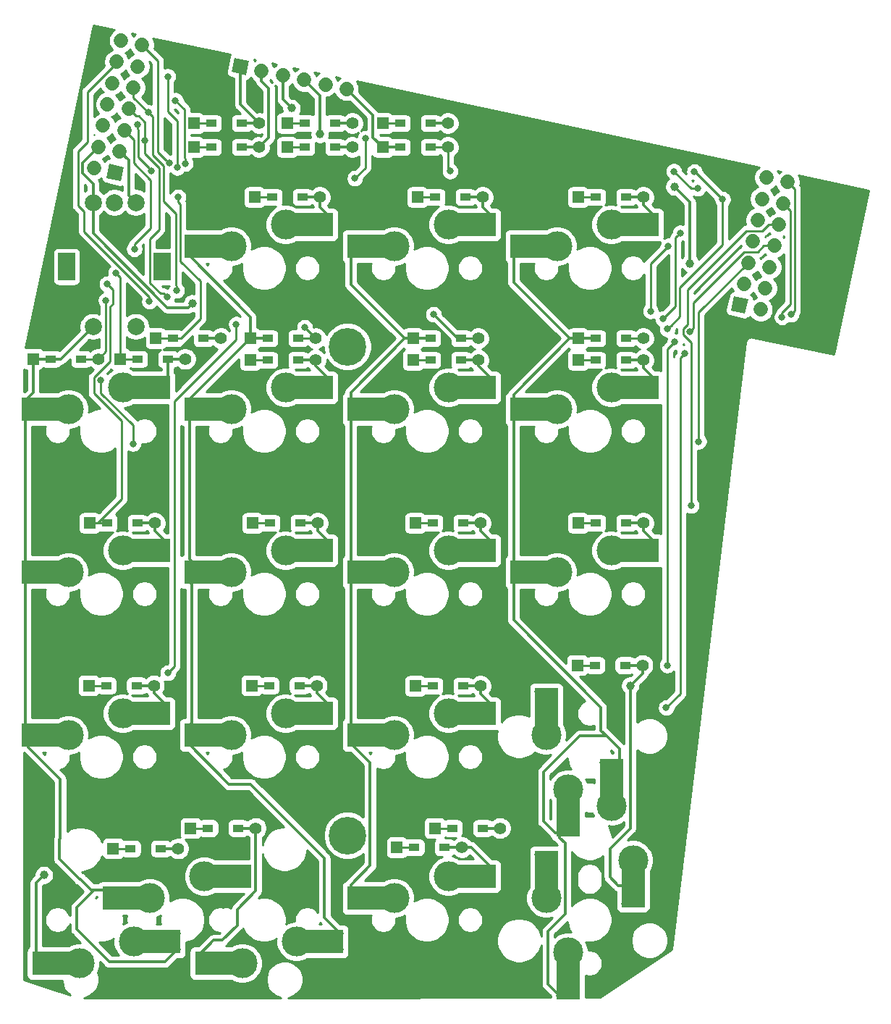
<source format=gbl>
G04 #@! TF.GenerationSoftware,KiCad,Pcbnew,(5.1.5-0-10_14)*
G04 #@! TF.CreationDate,2020-05-14T06:03:15+09:00*
G04 #@! TF.ProjectId,Colice,436f6c69-6365-42e6-9b69-6361645f7063,rev?*
G04 #@! TF.SameCoordinates,Original*
G04 #@! TF.FileFunction,Copper,L2,Bot*
G04 #@! TF.FilePolarity,Positive*
%FSLAX46Y46*%
G04 Gerber Fmt 4.6, Leading zero omitted, Abs format (unit mm)*
G04 Created by KiCad (PCBNEW (5.1.5-0-10_14)) date 2020-05-14 06:03:15*
%MOMM*%
%LPD*%
G04 APERTURE LIST*
%ADD10C,0.100000*%
%ADD11C,1.700000*%
%ADD12R,1.300000X0.950000*%
%ADD13R,1.397000X1.397000*%
%ADD14C,1.397000*%
%ADD15R,4.500000X2.800000*%
%ADD16C,0.800000*%
%ADD17R,2.550000X2.800000*%
%ADD18C,3.500000*%
%ADD19R,2.800000X2.550000*%
%ADD20R,2.800000X4.500000*%
%ADD21C,0.700000*%
%ADD22C,4.400000*%
%ADD23C,2.000000*%
%ADD24R,2.000000X3.200000*%
%ADD25C,1.000000*%
%ADD26C,0.250000*%
%ADD27C,0.300000*%
%ADD28C,0.400000*%
%ADD29C,0.254000*%
G04 APERTURE END LIST*
G04 #@! TA.AperFunction,ComponentPad*
D10*
G36*
X72077810Y-44266501D02*
G01*
X72431259Y-42603650D01*
X74094110Y-42957099D01*
X73740661Y-44619950D01*
X72077810Y-44266501D01*
G37*
G04 #@! TD.AperFunction*
D11*
X70601465Y-43083704D02*
X70601465Y-43083704D01*
X73614056Y-41127305D02*
X73614056Y-41127305D01*
X71129561Y-40599209D02*
X71129561Y-40599209D01*
X74142151Y-38642810D02*
X74142151Y-38642810D01*
X71657656Y-38114714D02*
X71657656Y-38114714D01*
X74670247Y-36158315D02*
X74670247Y-36158315D01*
X72185752Y-35630220D02*
X72185752Y-35630220D01*
X75198343Y-33673820D02*
X75198343Y-33673820D01*
X72713848Y-33145725D02*
X72713848Y-33145725D01*
X75726438Y-31189325D02*
X75726438Y-31189325D01*
X73241944Y-30661230D02*
X73241944Y-30661230D01*
X76254534Y-28704831D02*
X76254534Y-28704831D01*
X73770039Y-28176735D02*
X73770039Y-28176735D01*
D12*
X87500000Y-120253630D03*
X83950000Y-120253630D03*
D13*
X81915000Y-120253630D03*
D14*
X89535000Y-120253630D03*
D15*
X115379500Y-106839220D03*
X102452500Y-109379220D03*
D16*
X117157500Y-107801220D03*
X100647500Y-110341220D03*
X117157500Y-105877220D03*
X100647500Y-108417220D03*
D17*
X115352500Y-106839220D03*
X102452500Y-109379220D03*
D18*
X105727500Y-109379220D03*
X112077500Y-106839220D03*
D14*
X134778750Y-101203550D03*
D13*
X127158750Y-101203550D03*
D12*
X129193750Y-101203550D03*
X132743750Y-101203550D03*
D18*
X112077500Y-49688980D03*
X105727500Y-52228980D03*
D17*
X102452500Y-52228980D03*
X115352500Y-49688980D03*
D16*
X100647500Y-51266980D03*
X117157500Y-48726980D03*
X100647500Y-53190980D03*
X117157500Y-50650980D03*
D15*
X102452500Y-52228980D03*
X115379500Y-49688980D03*
D18*
X112077500Y-68739060D03*
X105727500Y-71279060D03*
D17*
X102452500Y-71279060D03*
X115352500Y-68739060D03*
D16*
X100647500Y-70317060D03*
X117157500Y-67777060D03*
X100647500Y-72241060D03*
X117157500Y-69701060D03*
D15*
X102452500Y-71279060D03*
X115379500Y-68739060D03*
D18*
X112077500Y-87789140D03*
X105727500Y-90329140D03*
D17*
X102452500Y-90329140D03*
X115352500Y-87789140D03*
D16*
X100647500Y-89367140D03*
X117157500Y-86827140D03*
X100647500Y-91291140D03*
X117157500Y-88751140D03*
D15*
X102452500Y-90329140D03*
X115379500Y-87789140D03*
D18*
X133667500Y-123984260D03*
X131127500Y-117634260D03*
D19*
X131127500Y-114359260D03*
X133667500Y-127259260D03*
D16*
X132089500Y-112554260D03*
X134629500Y-129064260D03*
X130165500Y-112554260D03*
X132705500Y-129064260D03*
D20*
X131127500Y-114359260D03*
X133667500Y-127286260D03*
D14*
X96678750Y-103584810D03*
D13*
X89058750Y-103584810D03*
D12*
X91093750Y-103584810D03*
X94643750Y-103584810D03*
D14*
X116078000Y-46482000D03*
D13*
X108458000Y-46482000D03*
D12*
X110493000Y-46482000D03*
X114043000Y-46482000D03*
D14*
X115570000Y-65532000D03*
D13*
X107950000Y-65532000D03*
D12*
X109985000Y-65532000D03*
X113535000Y-65532000D03*
D15*
X115379500Y-125889300D03*
X102452500Y-128429300D03*
D16*
X117157500Y-126851300D03*
X100647500Y-129391300D03*
X117157500Y-124927300D03*
X100647500Y-127467300D03*
D17*
X115352500Y-125889300D03*
X102452500Y-128429300D03*
D18*
X105727500Y-128429300D03*
X112077500Y-125889300D03*
D14*
X113665000Y-122504200D03*
D13*
X106045000Y-122504200D03*
D12*
X108080000Y-122504200D03*
X111630000Y-122504200D03*
D21*
X101432226Y-62790474D03*
X100265500Y-62307200D03*
X99098774Y-62790474D03*
X98615500Y-63957200D03*
X99098774Y-65123926D03*
X100265500Y-65607200D03*
X101432226Y-65123926D03*
X101915500Y-63957200D03*
D22*
X100265500Y-63957200D03*
X100266500Y-121107200D03*
D21*
X101916500Y-121107200D03*
X101433226Y-122273926D03*
X100266500Y-122757200D03*
X99099774Y-122273926D03*
X98616500Y-121107200D03*
X99099774Y-119940474D03*
X100266500Y-119457200D03*
X101433226Y-119940474D03*
D12*
X69085000Y-65405000D03*
X65535000Y-65405000D03*
D13*
X63500000Y-65405000D03*
D14*
X71120000Y-65405000D03*
X81280000Y-65405000D03*
D13*
X73660000Y-65405000D03*
D12*
X75695000Y-65405000D03*
X79245000Y-65405000D03*
X75689000Y-84582000D03*
X72139000Y-84582000D03*
D13*
X70104000Y-84582000D03*
D14*
X77724000Y-84582000D03*
D12*
X75593750Y-103584810D03*
X72043750Y-103584810D03*
D13*
X70008750Y-103584810D03*
D14*
X77628750Y-103584810D03*
X80476601Y-122640115D03*
D13*
X72856601Y-122640115D03*
D12*
X74891601Y-122640115D03*
X78441601Y-122640115D03*
X94485000Y-62992000D03*
X90935000Y-62992000D03*
D13*
X88900000Y-62992000D03*
D14*
X96520000Y-62992000D03*
X97028000Y-46482000D03*
D13*
X89408000Y-46482000D03*
D12*
X91443000Y-46482000D03*
X94993000Y-46482000D03*
X94485000Y-65532000D03*
X90935000Y-65532000D03*
D13*
X88900000Y-65532000D03*
D14*
X96520000Y-65532000D03*
D12*
X94739000Y-84582000D03*
X91189000Y-84582000D03*
D13*
X89154000Y-84582000D03*
D14*
X96774000Y-84582000D03*
D12*
X113535000Y-62992000D03*
X109985000Y-62992000D03*
D13*
X107950000Y-62992000D03*
D14*
X115570000Y-62992000D03*
X115824000Y-84582000D03*
D13*
X108204000Y-84582000D03*
D12*
X110239000Y-84582000D03*
X113789000Y-84582000D03*
D14*
X115824000Y-103632000D03*
D13*
X108204000Y-103632000D03*
D12*
X110239000Y-103632000D03*
X113789000Y-103632000D03*
X132839000Y-62992000D03*
X129289000Y-62992000D03*
D13*
X127254000Y-62992000D03*
D14*
X134874000Y-62992000D03*
X134874000Y-46482000D03*
D13*
X127254000Y-46482000D03*
D12*
X129289000Y-46482000D03*
X132839000Y-46482000D03*
D14*
X134874000Y-65532000D03*
D13*
X127254000Y-65532000D03*
D12*
X129289000Y-65532000D03*
X132839000Y-65532000D03*
D14*
X134874000Y-84582000D03*
D13*
X127254000Y-84582000D03*
D12*
X129289000Y-84582000D03*
X132839000Y-84582000D03*
G04 #@! TA.AperFunction,ComponentPad*
D10*
G36*
X145107890Y-59755421D02*
G01*
X145461339Y-58092570D01*
X147124190Y-58446019D01*
X146770741Y-60108870D01*
X145107890Y-59755421D01*
G37*
G04 #@! TD.AperFunction*
D11*
X148600535Y-59628816D02*
X148600535Y-59628816D01*
X146644136Y-56616225D02*
X146644136Y-56616225D01*
X149128631Y-57144321D02*
X149128631Y-57144321D01*
X147172231Y-54131730D02*
X147172231Y-54131730D01*
X149656726Y-54659826D02*
X149656726Y-54659826D01*
X147700327Y-51647235D02*
X147700327Y-51647235D01*
X150184822Y-52175331D02*
X150184822Y-52175331D01*
X148228423Y-49162740D02*
X148228423Y-49162740D01*
X150712918Y-49690836D02*
X150712918Y-49690836D01*
X148756518Y-46678245D02*
X148756518Y-46678245D01*
X151241013Y-47206341D02*
X151241013Y-47206341D01*
X149284614Y-44193751D02*
X149284614Y-44193751D01*
X151769109Y-44721846D02*
X151769109Y-44721846D01*
D15*
X77279500Y-68739060D03*
X64352500Y-71279060D03*
D16*
X79057500Y-69701060D03*
X62547500Y-72241060D03*
X79057500Y-67777060D03*
X62547500Y-70317060D03*
D17*
X77252500Y-68739060D03*
X64352500Y-71279060D03*
D18*
X67627500Y-71279060D03*
X73977500Y-68739060D03*
D15*
X77279500Y-87789140D03*
X64352500Y-90329140D03*
D16*
X79057500Y-88751140D03*
X62547500Y-91291140D03*
X79057500Y-86827140D03*
X62547500Y-89367140D03*
D17*
X77252500Y-87789140D03*
X64352500Y-90329140D03*
D18*
X67627500Y-90329140D03*
X73977500Y-87789140D03*
D15*
X77279500Y-106839220D03*
X64352500Y-109379220D03*
D16*
X79057500Y-107801220D03*
X62547500Y-110341220D03*
X79057500Y-105877220D03*
X62547500Y-108417220D03*
D17*
X77252500Y-106839220D03*
X64352500Y-109379220D03*
D18*
X67627500Y-109379220D03*
X73977500Y-106839220D03*
X83502500Y-125889300D03*
X77152500Y-128429300D03*
D17*
X73877500Y-128429300D03*
X86777500Y-125889300D03*
D16*
X72072500Y-127467300D03*
X88582500Y-124927300D03*
X72072500Y-129391300D03*
X88582500Y-126851300D03*
D15*
X73877500Y-128429300D03*
X86804500Y-125889300D03*
D18*
X93027500Y-49688980D03*
X86677500Y-52228980D03*
D17*
X83402500Y-52228980D03*
X96302500Y-49688980D03*
D16*
X81597500Y-51266980D03*
X98107500Y-48726980D03*
X81597500Y-53190980D03*
X98107500Y-50650980D03*
D15*
X83402500Y-52228980D03*
X96329500Y-49688980D03*
X96329500Y-68739060D03*
X83402500Y-71279060D03*
D16*
X98107500Y-69701060D03*
X81597500Y-72241060D03*
X98107500Y-67777060D03*
X81597500Y-70317060D03*
D17*
X96302500Y-68739060D03*
X83402500Y-71279060D03*
D18*
X86677500Y-71279060D03*
X93027500Y-68739060D03*
X93027500Y-87789140D03*
X86677500Y-90329140D03*
D17*
X83402500Y-90329140D03*
X96302500Y-87789140D03*
D16*
X81597500Y-89367140D03*
X98107500Y-86827140D03*
X81597500Y-91291140D03*
X98107500Y-88751140D03*
D15*
X83402500Y-90329140D03*
X96329500Y-87789140D03*
D18*
X93027500Y-106839220D03*
X86677500Y-109379220D03*
D17*
X83402500Y-109379220D03*
X96302500Y-106839220D03*
D16*
X81597500Y-108417220D03*
X98107500Y-105877220D03*
X81597500Y-110341220D03*
X98107500Y-107801220D03*
D15*
X83402500Y-109379220D03*
X96329500Y-106839220D03*
D18*
X131127500Y-49688980D03*
X124777500Y-52228980D03*
D17*
X121502500Y-52228980D03*
X134402500Y-49688980D03*
D16*
X119697500Y-51266980D03*
X136207500Y-48726980D03*
X119697500Y-53190980D03*
X136207500Y-50650980D03*
D15*
X121502500Y-52228980D03*
X134429500Y-49688980D03*
X134429500Y-68739060D03*
X121502500Y-71279060D03*
D16*
X136207500Y-69701060D03*
X119697500Y-72241060D03*
X136207500Y-67777060D03*
X119697500Y-70317060D03*
D17*
X134402500Y-68739060D03*
X121502500Y-71279060D03*
D18*
X124777500Y-71279060D03*
X131127500Y-68739060D03*
X131127500Y-87789140D03*
X124777500Y-90329140D03*
D17*
X121502500Y-90329140D03*
X134402500Y-87789140D03*
D16*
X119697500Y-89367140D03*
X136207500Y-86827140D03*
X119697500Y-91291140D03*
X136207500Y-88751140D03*
D15*
X121502500Y-90329140D03*
X134429500Y-87789140D03*
D14*
X118110000Y-120253630D03*
D13*
X110490000Y-120253630D03*
D12*
X112525000Y-120253630D03*
X116075000Y-120253630D03*
D18*
X87947500Y-136049300D03*
X94297500Y-133509300D03*
D17*
X97572500Y-133509300D03*
X84672500Y-136049300D03*
D16*
X99377500Y-134471300D03*
X82867500Y-137011300D03*
X99377500Y-132547300D03*
X82867500Y-135087300D03*
D15*
X97572500Y-133509300D03*
X84645500Y-136049300D03*
D20*
X123507500Y-125127300D03*
X126047500Y-138054300D03*
D16*
X124469500Y-123349300D03*
X127009500Y-139859300D03*
X122545500Y-123349300D03*
X125085500Y-139859300D03*
D19*
X123507500Y-125154300D03*
X126047500Y-138054300D03*
D18*
X126047500Y-134779300D03*
X123507500Y-128429300D03*
X68897500Y-136049300D03*
X75247500Y-133509300D03*
D17*
X78522500Y-133509300D03*
X65622500Y-136049300D03*
D16*
X80327500Y-134471300D03*
X63817500Y-137011300D03*
X80327500Y-132547300D03*
X63817500Y-135087300D03*
D15*
X78522500Y-133509300D03*
X65595500Y-136049300D03*
D20*
X123507500Y-106077220D03*
X126047500Y-119004220D03*
D16*
X124469500Y-104299220D03*
X127009500Y-120809220D03*
X122545500Y-104299220D03*
X125085500Y-120809220D03*
D19*
X123507500Y-106104220D03*
X126047500Y-119004220D03*
D18*
X126047500Y-115729220D03*
X123507500Y-109379220D03*
D12*
X83439000Y-62992000D03*
X79889000Y-62992000D03*
D13*
X77854000Y-62992000D03*
D14*
X85474000Y-62992000D03*
D23*
X75500000Y-47110000D03*
X73000000Y-47110000D03*
X70500000Y-47110000D03*
D24*
X78600000Y-54610000D03*
X67400000Y-54610000D03*
D23*
X75500000Y-61610000D03*
X70500000Y-61610000D03*
D14*
X112014000Y-40640000D03*
D13*
X104394000Y-40640000D03*
D12*
X106429000Y-40640000D03*
X109979000Y-40640000D03*
X87881000Y-37846000D03*
X84331000Y-37846000D03*
D13*
X82296000Y-37846000D03*
D14*
X89916000Y-37846000D03*
X89916000Y-40640000D03*
D13*
X82296000Y-40640000D03*
D12*
X84331000Y-40640000D03*
X87881000Y-40640000D03*
X98803000Y-37846000D03*
X95253000Y-37846000D03*
D13*
X93218000Y-37846000D03*
D14*
X100838000Y-37846000D03*
X100838000Y-40640000D03*
D13*
X93218000Y-40640000D03*
D12*
X95253000Y-40640000D03*
X98803000Y-40640000D03*
X109979000Y-37846000D03*
X106429000Y-37846000D03*
D13*
X104394000Y-37846000D03*
D14*
X112014000Y-37846000D03*
G04 #@! TA.AperFunction,ComponentPad*
D10*
G36*
X88395711Y-32209959D02*
G01*
X86732860Y-31856510D01*
X87086309Y-30193659D01*
X88749160Y-30547108D01*
X88395711Y-32209959D01*
G37*
G04 #@! TD.AperFunction*
D11*
X90225505Y-31729905D02*
X90225505Y-31729905D01*
X92710000Y-32258000D02*
X92710000Y-32258000D01*
X95194495Y-32786096D02*
X95194495Y-32786096D01*
X97678990Y-33314192D02*
X97678990Y-33314192D01*
X100163485Y-33842287D02*
X100163485Y-33842287D01*
D16*
X80456608Y-46482000D03*
X75692000Y-37973000D03*
X77343000Y-43434000D03*
X73152000Y-55372000D03*
X140297377Y-62207410D03*
X72136000Y-56642000D03*
X140462000Y-82550004D03*
X137668000Y-101219000D03*
X138552340Y-63377660D03*
X151088441Y-60518046D03*
X79248000Y-102108000D03*
X77089000Y-58674000D03*
X87249000Y-61341000D03*
X137541000Y-106172000D03*
X141224000Y-45466000D03*
X152146000Y-60197998D03*
X138440468Y-43468741D03*
X139700000Y-64770000D03*
X79248000Y-32385000D03*
X112268000Y-43447010D03*
X80349136Y-43030536D03*
D25*
X64770000Y-125730000D03*
D16*
X75184000Y-75311000D03*
X141351000Y-75057000D03*
X75340548Y-52548452D03*
X72009012Y-58547000D03*
X71413018Y-67857010D03*
X135713170Y-59803876D03*
X79150457Y-58136551D03*
X76581000Y-39878000D03*
X137795000Y-52181719D03*
X95250000Y-61722000D03*
X137160000Y-60706000D03*
X76962000Y-36576000D03*
X80264000Y-57404001D03*
X139191992Y-50673000D03*
X110333780Y-60184990D03*
X144145000Y-46736000D03*
X137666025Y-61906121D03*
X80150010Y-35179000D03*
X140843000Y-43510991D03*
X81292751Y-42569975D03*
D25*
X133350000Y-103584810D03*
D16*
X102362000Y-39624000D03*
X101128999Y-44286001D03*
X79438207Y-42508297D03*
D25*
X93726000Y-36068000D03*
X97028000Y-39116000D03*
X138490961Y-45250844D03*
X140335000Y-54229000D03*
X82132990Y-58903866D03*
D26*
X89408000Y-46482000D02*
X91443000Y-46482000D01*
X108458000Y-46482000D02*
X110493000Y-46482000D01*
X129289000Y-46482000D02*
X127254000Y-46482000D01*
X77854000Y-62992000D02*
X79889000Y-62992000D01*
X80789000Y-62992000D02*
X83058000Y-60723000D01*
X80727499Y-47318576D02*
X80456608Y-47047685D01*
X80727499Y-53968981D02*
X80727499Y-47318576D01*
X80456608Y-47047685D02*
X80456608Y-46482000D01*
X83058000Y-60723000D02*
X83058000Y-56299482D01*
X79889000Y-62992000D02*
X80789000Y-62992000D01*
X83058000Y-56299482D02*
X80727499Y-53968981D01*
X75751022Y-41842022D02*
X76943001Y-43034001D01*
X75692000Y-37973000D02*
X75692000Y-38538685D01*
X75751022Y-38597707D02*
X75751022Y-41842022D01*
X75692000Y-38538685D02*
X75751022Y-38597707D01*
X76943001Y-43034001D02*
X77343000Y-43434000D01*
X88900000Y-65532000D02*
X90935000Y-65532000D01*
X107950000Y-65532000D02*
X109985000Y-65532000D01*
X129289000Y-65532000D02*
X127254000Y-65532000D01*
X73660000Y-65405000D02*
X75695000Y-65405000D01*
X73660000Y-65405000D02*
X73660000Y-55880000D01*
X73660000Y-55880000D02*
X73152000Y-55372000D01*
X140697376Y-58867583D02*
X140697376Y-61807411D01*
X146658230Y-52906729D02*
X140697376Y-58867583D01*
X148251343Y-52906729D02*
X146658230Y-52906729D01*
X140697376Y-61807411D02*
X140297377Y-62207410D01*
X148982741Y-52175331D02*
X148251343Y-52906729D01*
X150184822Y-52175331D02*
X148982741Y-52175331D01*
D27*
X96520000Y-65532000D02*
X94485000Y-65532000D01*
X96520000Y-66189560D02*
X98107500Y-67777060D01*
X96520000Y-65532000D02*
X96520000Y-66189560D01*
D28*
X96329500Y-68739060D02*
X93027500Y-68739060D01*
D27*
X94739000Y-84582000D02*
X96774000Y-84582000D01*
X96774000Y-85493640D02*
X98107500Y-86827140D01*
X96774000Y-84582000D02*
X96774000Y-85493640D01*
X96329500Y-87789140D02*
X93027500Y-87789140D01*
X112077500Y-49688980D02*
X115352500Y-49688980D01*
X114043000Y-46482000D02*
X116078000Y-46482000D01*
X116078000Y-47647480D02*
X117157500Y-48726980D01*
X116078000Y-46482000D02*
X116078000Y-47647480D01*
D26*
X70104000Y-84582000D02*
X72139000Y-84582000D01*
X89154000Y-84582000D02*
X91189000Y-84582000D01*
X108204000Y-84582000D02*
X110239000Y-84582000D01*
X127254000Y-84582000D02*
X129289000Y-84582000D01*
X72790003Y-57296003D02*
X72535999Y-57041999D01*
X72517000Y-59239004D02*
X72790003Y-58966001D01*
X73856401Y-81778099D02*
X73856401Y-72657987D01*
X72790003Y-58966001D02*
X72790003Y-57296003D01*
X72517000Y-65656998D02*
X72517000Y-59239004D01*
X73856401Y-72657987D02*
X70598998Y-69400584D01*
X70104000Y-84582000D02*
X71052500Y-84582000D01*
X71052500Y-84582000D02*
X73856401Y-81778099D01*
X70598998Y-67575000D02*
X72517000Y-65656998D01*
X72535999Y-57041999D02*
X72136000Y-56642000D01*
X70598998Y-69400584D02*
X70598998Y-67575000D01*
X149510837Y-49690836D02*
X148782673Y-50419000D01*
X140019647Y-61346732D02*
X139513245Y-61853134D01*
X139513245Y-61853134D02*
X139513245Y-62519309D01*
X150712918Y-49690836D02*
X149510837Y-49690836D01*
X140480999Y-81965320D02*
X140462000Y-81984319D01*
X148782673Y-50419000D02*
X146912413Y-50419000D01*
X140019647Y-57311766D02*
X140019647Y-61346732D01*
X139513245Y-62519309D02*
X140480999Y-63487063D01*
X140480999Y-63487063D02*
X140480999Y-81965320D01*
X146912413Y-50419000D02*
X140019647Y-57311766D01*
X140462000Y-81984319D02*
X140462000Y-82550004D01*
D27*
X113789000Y-84582000D02*
X115824000Y-84582000D01*
X115824000Y-85493640D02*
X117157500Y-86827140D01*
X115824000Y-84582000D02*
X115824000Y-85493640D01*
X115379500Y-87789140D02*
X112077500Y-87789140D01*
D26*
X70008750Y-103584810D02*
X72043750Y-103584810D01*
X89058750Y-103584810D02*
X91093750Y-103584810D01*
X108204000Y-103632000D02*
X110239000Y-103632000D01*
X129193750Y-101203550D02*
X127158750Y-101203550D01*
X137668000Y-64262000D02*
X138552340Y-63377660D01*
X137668000Y-101219000D02*
X137668000Y-64262000D01*
X152091012Y-48056340D02*
X152091012Y-58982988D01*
X151241013Y-47206341D02*
X152091012Y-48056340D01*
X152091012Y-58982988D02*
X151088441Y-59985559D01*
X151088441Y-59985559D02*
X151088441Y-60518046D01*
X77089000Y-58108315D02*
X77089000Y-58674000D01*
X69469000Y-48188002D02*
X69469000Y-50488315D01*
X68726454Y-47445456D02*
X69469000Y-48188002D01*
X69850000Y-40005000D02*
X68726454Y-41128546D01*
X69850000Y-34171587D02*
X69850000Y-40005000D01*
X73241944Y-30779643D02*
X69850000Y-34171587D01*
X68726454Y-41128546D02*
X68726454Y-47445456D01*
X69469000Y-50488315D02*
X77089000Y-58108315D01*
X73241944Y-30661230D02*
X73241944Y-30779643D01*
X80028999Y-70339001D02*
X87249000Y-63119000D01*
X80028999Y-101327001D02*
X80028999Y-70339001D01*
X87249000Y-63119000D02*
X87249000Y-61906685D01*
X87249000Y-61906685D02*
X87249000Y-61341000D01*
X79248000Y-102108000D02*
X80028999Y-101327001D01*
X72856941Y-122637248D02*
X74891941Y-122637248D01*
X106045000Y-122504200D02*
X108080000Y-122504200D01*
X151769109Y-44721846D02*
X152619108Y-45571845D01*
X152619108Y-59724890D02*
X152146000Y-60197998D01*
X152619108Y-45571845D02*
X152619108Y-59724890D01*
X141224000Y-45466000D02*
X140437727Y-45466000D01*
X140437727Y-45466000D02*
X138440468Y-43468741D01*
X110490000Y-120253630D02*
X112525000Y-120253630D01*
X81915000Y-120253630D02*
X83950000Y-120253630D01*
X109979000Y-40640000D02*
X112014000Y-40640000D01*
X112014000Y-40640000D02*
X112014000Y-43193010D01*
X112014000Y-43193010D02*
X112268000Y-43447010D01*
X80349136Y-37607138D02*
X80349136Y-42464851D01*
X80349136Y-42464851D02*
X80349136Y-43030536D01*
X79248000Y-32385000D02*
X79248000Y-36506002D01*
X79248000Y-36506002D02*
X80349136Y-37607138D01*
X139178999Y-104534001D02*
X139178999Y-65291001D01*
X139178999Y-65291001D02*
X139300001Y-65169999D01*
X137541000Y-106172000D02*
X139178999Y-104534001D01*
X139300001Y-65169999D02*
X139700000Y-64770000D01*
D28*
X77252500Y-68739060D02*
X73977500Y-68739060D01*
D27*
X81280000Y-65405000D02*
X79245000Y-65405000D01*
X79245000Y-67589560D02*
X79057500Y-67777060D01*
X79245000Y-65405000D02*
X79245000Y-67589560D01*
X83502500Y-125889300D02*
X86804500Y-125889300D01*
X78441941Y-122637248D02*
X80476941Y-122637248D01*
X65595500Y-136049300D02*
X68007978Y-136049300D01*
X63817500Y-126682500D02*
X63817500Y-135087300D01*
X64770000Y-125730000D02*
X63817500Y-126682500D01*
X93027500Y-49688980D02*
X96329500Y-49688980D01*
X94993000Y-46482000D02*
X97028000Y-46482000D01*
X97028000Y-47647480D02*
X98107500Y-48726980D01*
X97028000Y-46482000D02*
X97028000Y-47647480D01*
X113535000Y-65532000D02*
X115570000Y-65532000D01*
X115570000Y-66189560D02*
X117157500Y-67777060D01*
X115570000Y-65532000D02*
X115570000Y-66189560D01*
X112077500Y-68739060D02*
X115352500Y-68739060D01*
X75689000Y-84582000D02*
X77724000Y-84582000D01*
X77724000Y-85493640D02*
X79057500Y-86827140D01*
X77724000Y-84582000D02*
X77724000Y-85493640D01*
X77279500Y-87789140D02*
X73977500Y-87789140D01*
X75593750Y-103584810D02*
X77628750Y-103584810D01*
X77628750Y-104448470D02*
X79057500Y-105877220D01*
X77628750Y-103584810D02*
X77628750Y-104448470D01*
D28*
X73977500Y-106839220D02*
X77279500Y-106839220D01*
D27*
X94643750Y-103584810D02*
X96678750Y-103584810D01*
X96678750Y-104448470D02*
X98107500Y-105877220D01*
X96678750Y-103584810D02*
X96678750Y-104448470D01*
X96329500Y-106839220D02*
X93027500Y-106839220D01*
X113789000Y-103632000D02*
X115824000Y-103632000D01*
X115824000Y-104543720D02*
X117157500Y-105877220D01*
X115824000Y-103632000D02*
X115824000Y-104543720D01*
X115379500Y-106839220D02*
X112077500Y-106839220D01*
X111630000Y-122504200D02*
X113665000Y-122504200D01*
X116757501Y-124527301D02*
X117157500Y-124927300D01*
X114734400Y-122504200D02*
X116757501Y-124527301D01*
X113665000Y-122504200D02*
X114734400Y-122504200D01*
X112077500Y-125889300D02*
X115379500Y-125889300D01*
D26*
X69085000Y-65405000D02*
X71120000Y-65405000D01*
X141351000Y-59952961D02*
X147172231Y-54131730D01*
X141351000Y-75057000D02*
X141351000Y-59952961D01*
X82296000Y-37846000D02*
X84331000Y-37846000D01*
X71120000Y-65405000D02*
X72009012Y-64515988D01*
X72009012Y-64515988D02*
X72009012Y-58547000D01*
X75340548Y-51982767D02*
X75340548Y-52548452D01*
X77243000Y-50080315D02*
X75340548Y-51982767D01*
X77243000Y-44481004D02*
X77243000Y-50080315D01*
X75251011Y-42489014D02*
X77243000Y-44481004D01*
X74142151Y-38642810D02*
X75251011Y-39751670D01*
X75251011Y-39751670D02*
X75251011Y-42489014D01*
X75184000Y-75311000D02*
X75184000Y-73164562D01*
X75184000Y-73164562D02*
X71413018Y-69393580D01*
X71413018Y-68422695D02*
X71413018Y-67857010D01*
X71413018Y-69393580D02*
X71413018Y-68422695D01*
X94485000Y-62992000D02*
X96520000Y-62992000D01*
X82296000Y-40640000D02*
X84331000Y-40640000D01*
X74670247Y-36158315D02*
X75520246Y-37008314D01*
X75520246Y-37008314D02*
X75874316Y-37008314D01*
X75874316Y-37008314D02*
X76581000Y-37714998D01*
X76581000Y-37714998D02*
X76581000Y-39312315D01*
X76581000Y-39312315D02*
X76581000Y-39878000D01*
X76581000Y-41397996D02*
X76581000Y-40443685D01*
X78245002Y-50280409D02*
X78245002Y-43061998D01*
X76581000Y-40443685D02*
X76581000Y-39878000D01*
X77174999Y-56531684D02*
X77174999Y-51350412D01*
X78379867Y-57736552D02*
X77174999Y-56531684D01*
X79150457Y-58136551D02*
X78750458Y-57736552D01*
X78245002Y-43061998D02*
X76581000Y-41397996D01*
X78750458Y-57736552D02*
X78379867Y-57736552D01*
X77174999Y-51350412D02*
X78245002Y-50280409D01*
X135713170Y-54263549D02*
X137795000Y-52181719D01*
X135713170Y-59803876D02*
X135713170Y-54263549D01*
X96520000Y-62992000D02*
X95250000Y-61722000D01*
D27*
X102452500Y-52228980D02*
X105727500Y-52228980D01*
X109985000Y-62992000D02*
X107950000Y-62992000D01*
X100647500Y-69296000D02*
X100647500Y-70317060D01*
X106951500Y-62992000D02*
X100647500Y-69296000D01*
X105727500Y-90329140D02*
X102452500Y-90329140D01*
X105727500Y-109379220D02*
X102452500Y-109379220D01*
X102452500Y-128429300D02*
X105727500Y-128429300D01*
X102916501Y-112610221D02*
X101047499Y-110741219D01*
X102916501Y-124632614D02*
X102916501Y-112610221D01*
X101047499Y-110741219D02*
X100647500Y-110341220D01*
X100647500Y-126901615D02*
X102916501Y-124632614D01*
X100647500Y-127467300D02*
X100647500Y-126901615D01*
X100647500Y-91291140D02*
X100647500Y-108417220D01*
X100647500Y-71509060D02*
X100647500Y-72241060D01*
X100647500Y-89367140D02*
X100647500Y-71509060D01*
X102452500Y-71279060D02*
X105727500Y-71279060D01*
X106951500Y-62992000D02*
X100647500Y-56688000D01*
X107950000Y-62992000D02*
X106951500Y-62992000D01*
X100647500Y-56688000D02*
X100647500Y-53190980D01*
D26*
X115570000Y-62992000D02*
X113535000Y-62992000D01*
X95253000Y-37846000D02*
X93218000Y-37846000D01*
X75198343Y-34875901D02*
X76962000Y-36576000D01*
X75198343Y-33673820D02*
X75198343Y-34875901D01*
X80227488Y-56801804D02*
X80264000Y-56838316D01*
X80264000Y-56838316D02*
X80264000Y-57404001D01*
X80227488Y-48455664D02*
X80227488Y-56801804D01*
X77470000Y-41579874D02*
X78745013Y-42854887D01*
X78745013Y-46973189D02*
X80227488Y-48455664D01*
X78745013Y-42854887D02*
X78745013Y-46973189D01*
X77470000Y-37084000D02*
X77470000Y-41579874D01*
X76962000Y-36576000D02*
X77470000Y-37084000D01*
X138648453Y-51216539D02*
X138791993Y-51072999D01*
X138648453Y-59217547D02*
X138648453Y-51216539D01*
X137160000Y-60706000D02*
X138648453Y-59217547D01*
X138791993Y-51072999D02*
X139191992Y-50673000D01*
X115570000Y-62992000D02*
X113140790Y-62992000D01*
X113140790Y-62992000D02*
X110733779Y-60584989D01*
X110733779Y-60584989D02*
X110333780Y-60184990D01*
X132839000Y-62992000D02*
X134874000Y-62992000D01*
X148756518Y-46678245D02*
X148756518Y-46696482D01*
X93218000Y-40640000D02*
X95253000Y-40640000D01*
X140919991Y-43510991D02*
X140843000Y-43510991D01*
X144145000Y-46736000D02*
X140919991Y-43510991D01*
X81203963Y-36232953D02*
X81203963Y-41915502D01*
X81292751Y-42004290D02*
X81292751Y-42569975D01*
X81203963Y-41915502D02*
X81292751Y-42004290D01*
X80150010Y-35179000D02*
X81203963Y-36232953D01*
X138066024Y-61506122D02*
X137666025Y-61906121D01*
X139148464Y-57038538D02*
X139148464Y-60423682D01*
X139148464Y-60423682D02*
X138066024Y-61506122D01*
X144145000Y-52042002D02*
X139148464Y-57038538D01*
X144145000Y-46736000D02*
X144145000Y-52042002D01*
D27*
X132839000Y-46482000D02*
X134874000Y-46482000D01*
X134874000Y-47393480D02*
X136207500Y-48726980D01*
X134874000Y-46482000D02*
X134874000Y-47393480D01*
X134429500Y-49688980D02*
X131127500Y-49688980D01*
X134874000Y-65532000D02*
X132839000Y-65532000D01*
X134429500Y-68739060D02*
X131127500Y-68739060D01*
X134874000Y-66443560D02*
X136207500Y-67777060D01*
X134874000Y-65532000D02*
X134874000Y-66443560D01*
X132839000Y-84582000D02*
X134874000Y-84582000D01*
X134874000Y-85493640D02*
X136207500Y-86827140D01*
X134874000Y-84582000D02*
X134874000Y-85493640D01*
X134429500Y-87789140D02*
X131127500Y-87789140D01*
X133667500Y-123663530D02*
X133667500Y-126965530D01*
X134778750Y-101203550D02*
X132743750Y-101203550D01*
X134778750Y-102156060D02*
X133350000Y-103584810D01*
X134778750Y-101203550D02*
X134778750Y-102156060D01*
X123507500Y-106077220D02*
X123507500Y-109379220D01*
X133350000Y-120253630D02*
X133350000Y-103584810D01*
X133667500Y-126965530D02*
X131967500Y-126965530D01*
X130968750Y-122634880D02*
X133350000Y-120253630D01*
X130968750Y-125966780D02*
X130968750Y-122634880D01*
X131967500Y-126965530D02*
X130968750Y-125966780D01*
D26*
X106429000Y-37846000D02*
X104394000Y-37846000D01*
X102362000Y-43053000D02*
X101128999Y-44286001D01*
X102362000Y-39624000D02*
X102362000Y-43053000D01*
X78107295Y-41177385D02*
X79038208Y-42108298D01*
X78107295Y-30557592D02*
X78107295Y-41177385D01*
X76254534Y-28704831D02*
X78107295Y-30557592D01*
X79038208Y-42108298D02*
X79438207Y-42508297D01*
D27*
X87947500Y-136049300D02*
X84645500Y-136049300D01*
X87500000Y-120253630D02*
X89535000Y-120253630D01*
X84604800Y-133350000D02*
X82867500Y-135087300D01*
X89535000Y-120253630D02*
X89535000Y-127618802D01*
X85622802Y-133350000D02*
X84604800Y-133350000D01*
X87367501Y-131605301D02*
X85622802Y-133350000D01*
X87367501Y-129786301D02*
X87367501Y-131605301D01*
X89535000Y-127618802D02*
X87367501Y-129786301D01*
X123507500Y-125127300D02*
X123507500Y-128429300D01*
X116075000Y-120253630D02*
X118110000Y-120253630D01*
X67627500Y-71279060D02*
X64352500Y-71279060D01*
X64352500Y-90329140D02*
X67627500Y-90329140D01*
X64352500Y-109379220D02*
X67627500Y-109379220D01*
X62547500Y-91291140D02*
X62547500Y-108417220D01*
X73877500Y-128429300D02*
X77152500Y-128429300D01*
X62547500Y-72241060D02*
X62547500Y-89367140D01*
X66580599Y-123887373D02*
X68900006Y-126206780D01*
X66580599Y-121541227D02*
X66580599Y-123887373D01*
X68900006Y-126206780D02*
X69056250Y-126206780D01*
X62947499Y-110826499D02*
X66675000Y-114554000D01*
X62947499Y-110741219D02*
X62947499Y-110826499D01*
X69056250Y-126206780D02*
X70316770Y-127467300D01*
X66675000Y-121446826D02*
X66580599Y-121541227D01*
X66675000Y-114554000D02*
X66675000Y-121446826D01*
X62547500Y-110341220D02*
X62947499Y-110741219D01*
X75247500Y-133509300D02*
X78522500Y-133509300D01*
X70316770Y-127467300D02*
X70652700Y-127467300D01*
X70652700Y-127467300D02*
X72072500Y-127467300D01*
X78908800Y-135890000D02*
X80327500Y-134471300D01*
X72390000Y-135890000D02*
X78908800Y-135890000D01*
X68580000Y-132080000D02*
X72390000Y-135890000D01*
X68580000Y-129540000D02*
X68580000Y-132080000D01*
X70652700Y-127467300D02*
X68580000Y-129540000D01*
X63500000Y-65405000D02*
X65535000Y-65405000D01*
X62947499Y-69917061D02*
X62547500Y-70317060D01*
X63500000Y-69364560D02*
X62947499Y-69917061D01*
X63500000Y-65405000D02*
X63500000Y-69364560D01*
X66705000Y-65405000D02*
X65535000Y-65405000D01*
X70500000Y-61610000D02*
X66705000Y-65405000D01*
X83439000Y-62992000D02*
X85474000Y-62992000D01*
X94297500Y-133509300D02*
X97572500Y-133509300D01*
X83402500Y-109379220D02*
X86677500Y-109379220D01*
X98977501Y-132147301D02*
X99377500Y-132547300D01*
X97572500Y-130742300D02*
X98977501Y-132147301D01*
X97572500Y-123769326D02*
X97572500Y-130742300D01*
X88946893Y-115143719D02*
X97572500Y-123769326D01*
X86399999Y-115143719D02*
X88946893Y-115143719D01*
X81597500Y-110341220D02*
X86399999Y-115143719D01*
X88900000Y-62992000D02*
X90935000Y-62992000D01*
X83402500Y-52228980D02*
X86677500Y-52228980D01*
X83402500Y-71279060D02*
X86677500Y-71279060D01*
X83402500Y-90329140D02*
X86677500Y-90329140D01*
X81788000Y-88757642D02*
X81997499Y-88967141D01*
X81997499Y-88967141D02*
X81597500Y-89367140D01*
X81788000Y-72431560D02*
X81788000Y-88757642D01*
X81597500Y-72241060D02*
X81788000Y-72431560D01*
X81997499Y-108017221D02*
X81597500Y-108417220D01*
X82042000Y-91735640D02*
X82042000Y-107972720D01*
X82042000Y-107972720D02*
X81997499Y-108017221D01*
X81597500Y-91291140D02*
X82042000Y-91735640D01*
X81597500Y-53190980D02*
X88900000Y-60493480D01*
X88900000Y-60493480D02*
X88900000Y-62992000D01*
X88900000Y-62992000D02*
X88900000Y-63014560D01*
X88900000Y-63014560D02*
X81997499Y-69917061D01*
X81997499Y-69917061D02*
X81597500Y-70317060D01*
X121502500Y-52228980D02*
X124777500Y-52228980D01*
X121502500Y-71279060D02*
X124777500Y-71279060D01*
X127254000Y-62992000D02*
X129289000Y-62992000D01*
X119697500Y-56434000D02*
X126255500Y-62992000D01*
X119697500Y-53190980D02*
X119697500Y-56434000D01*
X119697500Y-69550000D02*
X119697500Y-70317060D01*
X126255500Y-62992000D02*
X119697500Y-69550000D01*
X127254000Y-62992000D02*
X126255500Y-62992000D01*
X121502500Y-90329140D02*
X124777500Y-90329140D01*
X119697500Y-90099140D02*
X119697500Y-89367140D01*
X119697500Y-72241060D02*
X119697500Y-90099140D01*
X131127500Y-114038530D02*
X131127500Y-117313530D01*
X126047500Y-115729220D02*
X126047500Y-119004220D01*
X132089500Y-112233530D02*
X132089500Y-111007500D01*
X119697500Y-95949302D02*
X119697500Y-91291140D01*
X129912501Y-106164303D02*
X119697500Y-95949302D01*
X129912501Y-108830501D02*
X129912501Y-106164303D01*
X126047500Y-134779300D02*
X126047500Y-138054300D01*
X123698000Y-138471800D02*
X124685501Y-139459301D01*
X124685501Y-139459301D02*
X125085500Y-139859300D01*
X125707501Y-130324499D02*
X123698000Y-132334000D01*
X125707501Y-121996906D02*
X125707501Y-130324499D01*
X125085500Y-121374905D02*
X125707501Y-121996906D01*
X123698000Y-132334000D02*
X123698000Y-138471800D01*
X125085500Y-120809220D02*
X125085500Y-121374905D01*
X124519815Y-120809220D02*
X123190000Y-119479405D01*
X125085500Y-120809220D02*
X124519815Y-120809220D01*
X123190000Y-113699746D02*
X127415746Y-109474000D01*
X123190000Y-119479405D02*
X123190000Y-113699746D01*
X127415746Y-109474000D02*
X130556000Y-109474000D01*
X130556000Y-109474000D02*
X129912501Y-108830501D01*
X132089500Y-111007500D02*
X130556000Y-109474000D01*
X104394000Y-40640000D02*
X106429000Y-40640000D01*
X103245499Y-36924301D02*
X103245499Y-39491499D01*
X100163485Y-33842287D02*
X103245499Y-36924301D01*
X103245499Y-39491499D02*
X104394000Y-40640000D01*
X89916000Y-37846000D02*
X87881000Y-37846000D01*
X87741010Y-35671010D02*
X89916000Y-37846000D01*
X87741010Y-31201809D02*
X87741010Y-35671010D01*
X87881000Y-40640000D02*
X89916000Y-40640000D01*
X91064501Y-39491499D02*
X89916000Y-40640000D01*
X91064501Y-33770982D02*
X91064501Y-39491499D01*
X90225505Y-32931986D02*
X91064501Y-33770982D01*
X90225505Y-31729905D02*
X90225505Y-32931986D01*
X100838000Y-37846000D02*
X98803000Y-37846000D01*
X92710000Y-35052000D02*
X93726000Y-36068000D01*
X92710000Y-32258000D02*
X92710000Y-35052000D01*
X98803000Y-40640000D02*
X100838000Y-40640000D01*
X97028000Y-34619601D02*
X97028000Y-39116000D01*
X95194495Y-32786096D02*
X97028000Y-34619601D01*
X112014000Y-37846000D02*
X109979000Y-37846000D01*
X74676000Y-46286000D02*
X75500000Y-47110000D01*
X74676000Y-42189249D02*
X74676000Y-46286000D01*
X73614056Y-41127305D02*
X74676000Y-42189249D01*
X140335000Y-47094883D02*
X140335000Y-54229000D01*
X138490961Y-45250844D02*
X140335000Y-47094883D01*
X69301464Y-43707705D02*
X70500000Y-44906241D01*
X69301464Y-42459703D02*
X69301464Y-43707705D01*
X71129561Y-40599209D02*
X70279562Y-41449208D01*
X70279562Y-41481605D02*
X69301464Y-42459703D01*
X70279562Y-41449208D02*
X70279562Y-41481605D01*
X70500000Y-44906241D02*
X70500000Y-47110000D01*
X70500000Y-47110000D02*
X70500000Y-50688190D01*
X81632991Y-59403865D02*
X82132990Y-58903866D01*
X70500000Y-50688190D02*
X79215675Y-59403865D01*
X79215675Y-59403865D02*
X81632991Y-59403865D01*
D29*
G36*
X86576588Y-29813112D02*
G01*
X86560457Y-29832251D01*
X86500054Y-29941784D01*
X86462180Y-30060997D01*
X86108731Y-31723848D01*
X86094843Y-31848158D01*
X86105473Y-31972790D01*
X86140213Y-32092953D01*
X86197728Y-32204029D01*
X86275808Y-32301751D01*
X86371452Y-32382362D01*
X86480985Y-32442765D01*
X86600198Y-32480639D01*
X86956010Y-32556269D01*
X86956011Y-35632447D01*
X86952213Y-35671010D01*
X86967369Y-35824896D01*
X87012256Y-35972869D01*
X87046000Y-36035999D01*
X87085149Y-36109243D01*
X87110511Y-36140146D01*
X87158665Y-36198822D01*
X87158669Y-36198826D01*
X87183247Y-36228774D01*
X87213195Y-36253352D01*
X87692771Y-36732928D01*
X87231000Y-36732928D01*
X87106518Y-36745188D01*
X86986820Y-36781498D01*
X86876506Y-36840463D01*
X86779815Y-36919815D01*
X86700463Y-37016506D01*
X86641498Y-37126820D01*
X86605188Y-37246518D01*
X86592928Y-37371000D01*
X86592928Y-38321000D01*
X86605188Y-38445482D01*
X86641498Y-38565180D01*
X86700463Y-38675494D01*
X86779815Y-38772185D01*
X86876506Y-38851537D01*
X86986820Y-38910502D01*
X87106518Y-38946812D01*
X87231000Y-38959072D01*
X88531000Y-38959072D01*
X88655482Y-38946812D01*
X88775180Y-38910502D01*
X88885494Y-38851537D01*
X88967985Y-38783839D01*
X89065943Y-38881797D01*
X89284351Y-39027732D01*
X89527032Y-39128254D01*
X89784662Y-39179500D01*
X90047338Y-39179500D01*
X90279502Y-39133320D01*
X90279502Y-39166341D01*
X90124078Y-39321765D01*
X90047338Y-39306500D01*
X89784662Y-39306500D01*
X89527032Y-39357746D01*
X89284351Y-39458268D01*
X89065943Y-39604203D01*
X88967985Y-39702161D01*
X88885494Y-39634463D01*
X88775180Y-39575498D01*
X88655482Y-39539188D01*
X88531000Y-39526928D01*
X87231000Y-39526928D01*
X87106518Y-39539188D01*
X86986820Y-39575498D01*
X86876506Y-39634463D01*
X86779815Y-39713815D01*
X86700463Y-39810506D01*
X86641498Y-39920820D01*
X86605188Y-40040518D01*
X86592928Y-40165000D01*
X86592928Y-41115000D01*
X86605188Y-41239482D01*
X86641498Y-41359180D01*
X86700463Y-41469494D01*
X86779815Y-41566185D01*
X86876506Y-41645537D01*
X86986820Y-41704502D01*
X87106518Y-41740812D01*
X87231000Y-41753072D01*
X88531000Y-41753072D01*
X88655482Y-41740812D01*
X88775180Y-41704502D01*
X88885494Y-41645537D01*
X88967985Y-41577839D01*
X89065943Y-41675797D01*
X89284351Y-41821732D01*
X89527032Y-41922254D01*
X89784662Y-41973500D01*
X90047338Y-41973500D01*
X90304968Y-41922254D01*
X90547649Y-41821732D01*
X90766057Y-41675797D01*
X90951797Y-41490057D01*
X91097732Y-41271649D01*
X91198254Y-41028968D01*
X91249500Y-40771338D01*
X91249500Y-40508662D01*
X91234235Y-40431922D01*
X91592311Y-40073846D01*
X91622265Y-40049263D01*
X91720363Y-39929732D01*
X91793255Y-39793359D01*
X91810006Y-39738139D01*
X91838143Y-39645386D01*
X91848602Y-39539188D01*
X91849501Y-39530060D01*
X91849501Y-39530055D01*
X91853298Y-39491499D01*
X91849501Y-39452943D01*
X91849501Y-33809538D01*
X91853298Y-33770982D01*
X91849501Y-33732422D01*
X91849501Y-33732421D01*
X91842426Y-33660585D01*
X91838143Y-33617095D01*
X91793255Y-33469122D01*
X91761378Y-33409485D01*
X91763368Y-33411475D01*
X91925000Y-33519474D01*
X91925001Y-35013437D01*
X91921203Y-35052000D01*
X91936359Y-35205886D01*
X91981246Y-35353859D01*
X92010398Y-35408398D01*
X92054139Y-35490233D01*
X92087084Y-35530376D01*
X92127655Y-35579812D01*
X92127659Y-35579816D01*
X92152237Y-35609764D01*
X92182185Y-35634342D01*
X92591000Y-36043157D01*
X92591000Y-36179788D01*
X92634617Y-36399067D01*
X92680330Y-36509428D01*
X92519500Y-36509428D01*
X92395018Y-36521688D01*
X92275320Y-36557998D01*
X92165006Y-36616963D01*
X92068315Y-36696315D01*
X91988963Y-36793006D01*
X91929998Y-36903320D01*
X91893688Y-37023018D01*
X91881428Y-37147500D01*
X91881428Y-38544500D01*
X91893688Y-38668982D01*
X91929998Y-38788680D01*
X91988963Y-38898994D01*
X92068315Y-38995685D01*
X92165006Y-39075037D01*
X92275320Y-39134002D01*
X92395018Y-39170312D01*
X92519500Y-39182572D01*
X93916500Y-39182572D01*
X94040982Y-39170312D01*
X94160680Y-39134002D01*
X94270994Y-39075037D01*
X94367685Y-38995685D01*
X94421891Y-38929634D01*
X94478518Y-38946812D01*
X94603000Y-38959072D01*
X95901979Y-38959072D01*
X95893000Y-39004212D01*
X95893000Y-39227788D01*
X95936617Y-39447067D01*
X95972533Y-39533776D01*
X95903000Y-39526928D01*
X94603000Y-39526928D01*
X94478518Y-39539188D01*
X94421891Y-39556366D01*
X94367685Y-39490315D01*
X94270994Y-39410963D01*
X94160680Y-39351998D01*
X94040982Y-39315688D01*
X93916500Y-39303428D01*
X92519500Y-39303428D01*
X92395018Y-39315688D01*
X92275320Y-39351998D01*
X92165006Y-39410963D01*
X92068315Y-39490315D01*
X91988963Y-39587006D01*
X91929998Y-39697320D01*
X91893688Y-39817018D01*
X91881428Y-39941500D01*
X91881428Y-41338500D01*
X91893688Y-41462982D01*
X91929998Y-41582680D01*
X91988963Y-41692994D01*
X92068315Y-41789685D01*
X92165006Y-41869037D01*
X92275320Y-41928002D01*
X92395018Y-41964312D01*
X92519500Y-41976572D01*
X93916500Y-41976572D01*
X94040982Y-41964312D01*
X94160680Y-41928002D01*
X94270994Y-41869037D01*
X94367685Y-41789685D01*
X94421891Y-41723634D01*
X94478518Y-41740812D01*
X94603000Y-41753072D01*
X95903000Y-41753072D01*
X96027482Y-41740812D01*
X96147180Y-41704502D01*
X96257494Y-41645537D01*
X96354185Y-41566185D01*
X96433537Y-41469494D01*
X96492502Y-41359180D01*
X96528812Y-41239482D01*
X96541072Y-41115000D01*
X96541072Y-40165000D01*
X96538795Y-40141880D01*
X96696933Y-40207383D01*
X96916212Y-40251000D01*
X97139788Y-40251000D01*
X97359067Y-40207383D01*
X97517205Y-40141880D01*
X97514928Y-40165000D01*
X97514928Y-41115000D01*
X97527188Y-41239482D01*
X97563498Y-41359180D01*
X97622463Y-41469494D01*
X97701815Y-41566185D01*
X97798506Y-41645537D01*
X97908820Y-41704502D01*
X98028518Y-41740812D01*
X98153000Y-41753072D01*
X99453000Y-41753072D01*
X99577482Y-41740812D01*
X99697180Y-41704502D01*
X99807494Y-41645537D01*
X99889985Y-41577839D01*
X99987943Y-41675797D01*
X100206351Y-41821732D01*
X100449032Y-41922254D01*
X100706662Y-41973500D01*
X100969338Y-41973500D01*
X101226968Y-41922254D01*
X101469649Y-41821732D01*
X101602001Y-41733298D01*
X101602001Y-42738197D01*
X101089198Y-43251001D01*
X101027060Y-43251001D01*
X100827101Y-43290775D01*
X100638743Y-43368796D01*
X100469225Y-43482064D01*
X100325062Y-43626227D01*
X100211794Y-43795745D01*
X100133773Y-43984103D01*
X100093999Y-44184062D01*
X100093999Y-44387940D01*
X100133773Y-44587899D01*
X100211794Y-44776257D01*
X100325062Y-44945775D01*
X100469225Y-45089938D01*
X100638743Y-45203206D01*
X100827101Y-45281227D01*
X101027060Y-45321001D01*
X101230938Y-45321001D01*
X101430897Y-45281227D01*
X101619255Y-45203206D01*
X101788773Y-45089938D01*
X101932936Y-44945775D01*
X102046204Y-44776257D01*
X102124225Y-44587899D01*
X102163999Y-44387940D01*
X102163999Y-44325802D01*
X102873003Y-43616799D01*
X102902001Y-43593001D01*
X102996974Y-43477276D01*
X103067546Y-43345247D01*
X103111003Y-43201986D01*
X103122000Y-43090333D01*
X103122000Y-43090325D01*
X103125676Y-43053000D01*
X103122000Y-43015675D01*
X103122000Y-41612617D01*
X103164963Y-41692994D01*
X103244315Y-41789685D01*
X103341006Y-41869037D01*
X103451320Y-41928002D01*
X103571018Y-41964312D01*
X103695500Y-41976572D01*
X105092500Y-41976572D01*
X105216982Y-41964312D01*
X105336680Y-41928002D01*
X105446994Y-41869037D01*
X105543685Y-41789685D01*
X105597891Y-41723634D01*
X105654518Y-41740812D01*
X105779000Y-41753072D01*
X107079000Y-41753072D01*
X107203482Y-41740812D01*
X107323180Y-41704502D01*
X107433494Y-41645537D01*
X107530185Y-41566185D01*
X107609537Y-41469494D01*
X107668502Y-41359180D01*
X107704812Y-41239482D01*
X107717072Y-41115000D01*
X107717072Y-40165000D01*
X108690928Y-40165000D01*
X108690928Y-41115000D01*
X108703188Y-41239482D01*
X108739498Y-41359180D01*
X108798463Y-41469494D01*
X108877815Y-41566185D01*
X108974506Y-41645537D01*
X109084820Y-41704502D01*
X109204518Y-41740812D01*
X109329000Y-41753072D01*
X110629000Y-41753072D01*
X110753482Y-41740812D01*
X110873180Y-41704502D01*
X110983494Y-41645537D01*
X111065985Y-41577839D01*
X111163943Y-41675797D01*
X111254000Y-41735971D01*
X111254001Y-43155678D01*
X111250324Y-43193010D01*
X111254001Y-43230343D01*
X111254604Y-43236461D01*
X111233000Y-43345071D01*
X111233000Y-43548949D01*
X111272774Y-43748908D01*
X111350795Y-43937266D01*
X111464063Y-44106784D01*
X111608226Y-44250947D01*
X111777744Y-44364215D01*
X111966102Y-44442236D01*
X112166061Y-44482010D01*
X112369939Y-44482010D01*
X112569898Y-44442236D01*
X112758256Y-44364215D01*
X112927774Y-44250947D01*
X113071937Y-44106784D01*
X113185205Y-43937266D01*
X113263226Y-43748908D01*
X113303000Y-43548949D01*
X113303000Y-43345071D01*
X113263226Y-43145112D01*
X113185205Y-42956754D01*
X113071937Y-42787236D01*
X112927774Y-42643073D01*
X112774000Y-42540325D01*
X112774000Y-41735971D01*
X112864057Y-41675797D01*
X113049797Y-41490057D01*
X113195732Y-41271649D01*
X113296254Y-41028968D01*
X113347500Y-40771338D01*
X113347500Y-40508662D01*
X113296254Y-40251032D01*
X113195732Y-40008351D01*
X113049797Y-39789943D01*
X112864057Y-39604203D01*
X112645649Y-39458268D01*
X112402968Y-39357746D01*
X112145338Y-39306500D01*
X111882662Y-39306500D01*
X111625032Y-39357746D01*
X111382351Y-39458268D01*
X111163943Y-39604203D01*
X111065985Y-39702161D01*
X110983494Y-39634463D01*
X110873180Y-39575498D01*
X110753482Y-39539188D01*
X110629000Y-39526928D01*
X109329000Y-39526928D01*
X109204518Y-39539188D01*
X109084820Y-39575498D01*
X108974506Y-39634463D01*
X108877815Y-39713815D01*
X108798463Y-39810506D01*
X108739498Y-39920820D01*
X108703188Y-40040518D01*
X108690928Y-40165000D01*
X107717072Y-40165000D01*
X107704812Y-40040518D01*
X107668502Y-39920820D01*
X107609537Y-39810506D01*
X107530185Y-39713815D01*
X107433494Y-39634463D01*
X107323180Y-39575498D01*
X107203482Y-39539188D01*
X107079000Y-39526928D01*
X105779000Y-39526928D01*
X105654518Y-39539188D01*
X105597891Y-39556366D01*
X105543685Y-39490315D01*
X105446994Y-39410963D01*
X105336680Y-39351998D01*
X105216982Y-39315688D01*
X105092500Y-39303428D01*
X104167585Y-39303428D01*
X104046729Y-39182572D01*
X105092500Y-39182572D01*
X105216982Y-39170312D01*
X105336680Y-39134002D01*
X105446994Y-39075037D01*
X105543685Y-38995685D01*
X105597891Y-38929634D01*
X105654518Y-38946812D01*
X105779000Y-38959072D01*
X107079000Y-38959072D01*
X107203482Y-38946812D01*
X107323180Y-38910502D01*
X107433494Y-38851537D01*
X107530185Y-38772185D01*
X107609537Y-38675494D01*
X107668502Y-38565180D01*
X107704812Y-38445482D01*
X107717072Y-38321000D01*
X107717072Y-37371000D01*
X108690928Y-37371000D01*
X108690928Y-38321000D01*
X108703188Y-38445482D01*
X108739498Y-38565180D01*
X108798463Y-38675494D01*
X108877815Y-38772185D01*
X108974506Y-38851537D01*
X109084820Y-38910502D01*
X109204518Y-38946812D01*
X109329000Y-38959072D01*
X110629000Y-38959072D01*
X110753482Y-38946812D01*
X110873180Y-38910502D01*
X110983494Y-38851537D01*
X111065985Y-38783839D01*
X111163943Y-38881797D01*
X111382351Y-39027732D01*
X111625032Y-39128254D01*
X111882662Y-39179500D01*
X112145338Y-39179500D01*
X112402968Y-39128254D01*
X112645649Y-39027732D01*
X112864057Y-38881797D01*
X113049797Y-38696057D01*
X113195732Y-38477649D01*
X113296254Y-38234968D01*
X113347500Y-37977338D01*
X113347500Y-37714662D01*
X113296254Y-37457032D01*
X113195732Y-37214351D01*
X113049797Y-36995943D01*
X112864057Y-36810203D01*
X112645649Y-36664268D01*
X112402968Y-36563746D01*
X112145338Y-36512500D01*
X111882662Y-36512500D01*
X111625032Y-36563746D01*
X111382351Y-36664268D01*
X111163943Y-36810203D01*
X111065985Y-36908161D01*
X110983494Y-36840463D01*
X110873180Y-36781498D01*
X110753482Y-36745188D01*
X110629000Y-36732928D01*
X109329000Y-36732928D01*
X109204518Y-36745188D01*
X109084820Y-36781498D01*
X108974506Y-36840463D01*
X108877815Y-36919815D01*
X108798463Y-37016506D01*
X108739498Y-37126820D01*
X108703188Y-37246518D01*
X108690928Y-37371000D01*
X107717072Y-37371000D01*
X107704812Y-37246518D01*
X107668502Y-37126820D01*
X107609537Y-37016506D01*
X107530185Y-36919815D01*
X107433494Y-36840463D01*
X107323180Y-36781498D01*
X107203482Y-36745188D01*
X107079000Y-36732928D01*
X105779000Y-36732928D01*
X105654518Y-36745188D01*
X105597891Y-36762366D01*
X105543685Y-36696315D01*
X105446994Y-36616963D01*
X105336680Y-36557998D01*
X105216982Y-36521688D01*
X105092500Y-36509428D01*
X103913847Y-36509428D01*
X103901361Y-36486068D01*
X103841639Y-36413297D01*
X103827844Y-36396488D01*
X103827841Y-36396485D01*
X103803263Y-36366537D01*
X103773316Y-36341960D01*
X101610560Y-34179205D01*
X101648485Y-33988547D01*
X101648485Y-33696027D01*
X101591417Y-33409129D01*
X101479475Y-33138876D01*
X101355163Y-32952830D01*
X148458252Y-42959914D01*
X148337982Y-43040276D01*
X148131139Y-43247119D01*
X147968624Y-43490340D01*
X147856682Y-43760593D01*
X147799614Y-44047491D01*
X147799614Y-44340011D01*
X147856682Y-44626909D01*
X147968624Y-44897162D01*
X148131139Y-45140383D01*
X148265171Y-45274415D01*
X148053107Y-45362255D01*
X147809886Y-45524770D01*
X147603043Y-45731613D01*
X147440528Y-45974834D01*
X147328586Y-46245087D01*
X147271518Y-46531985D01*
X147271518Y-46824505D01*
X147328586Y-47111403D01*
X147440528Y-47381656D01*
X147603043Y-47624877D01*
X147737076Y-47758910D01*
X147525012Y-47846750D01*
X147281791Y-48009265D01*
X147074948Y-48216108D01*
X146912433Y-48459329D01*
X146800491Y-48729582D01*
X146743423Y-49016480D01*
X146743423Y-49309000D01*
X146800491Y-49595898D01*
X146828528Y-49663585D01*
X146763427Y-49669997D01*
X146620166Y-49713454D01*
X146488137Y-49784026D01*
X146372412Y-49878999D01*
X146348614Y-49907997D01*
X144905000Y-51351611D01*
X144905000Y-47439711D01*
X144948937Y-47395774D01*
X145062205Y-47226256D01*
X145140226Y-47037898D01*
X145180000Y-46837939D01*
X145180000Y-46634061D01*
X145140226Y-46434102D01*
X145062205Y-46245744D01*
X144948937Y-46076226D01*
X144804774Y-45932063D01*
X144635256Y-45818795D01*
X144446898Y-45740774D01*
X144246939Y-45701000D01*
X144184803Y-45701000D01*
X141874312Y-43390511D01*
X141838226Y-43209093D01*
X141760205Y-43020735D01*
X141646937Y-42851217D01*
X141502774Y-42707054D01*
X141333256Y-42593786D01*
X141144898Y-42515765D01*
X140944939Y-42475991D01*
X140741061Y-42475991D01*
X140541102Y-42515765D01*
X140352744Y-42593786D01*
X140183226Y-42707054D01*
X140039063Y-42851217D01*
X139925795Y-43020735D01*
X139847774Y-43209093D01*
X139808000Y-43409052D01*
X139808000Y-43612930D01*
X139844883Y-43798354D01*
X139475468Y-43428940D01*
X139475468Y-43366802D01*
X139435694Y-43166843D01*
X139357673Y-42978485D01*
X139244405Y-42808967D01*
X139100242Y-42664804D01*
X138930724Y-42551536D01*
X138742366Y-42473515D01*
X138542407Y-42433741D01*
X138338529Y-42433741D01*
X138138570Y-42473515D01*
X137950212Y-42551536D01*
X137780694Y-42664804D01*
X137636531Y-42808967D01*
X137523263Y-42978485D01*
X137445242Y-43166843D01*
X137405468Y-43366802D01*
X137405468Y-43570680D01*
X137445242Y-43770639D01*
X137523263Y-43958997D01*
X137636531Y-44128515D01*
X137780694Y-44272678D01*
X137846319Y-44316527D01*
X137767441Y-44369232D01*
X137609349Y-44527324D01*
X137485137Y-44713220D01*
X137399578Y-44919777D01*
X137355961Y-45139056D01*
X137355961Y-45362632D01*
X137399578Y-45581911D01*
X137485137Y-45788468D01*
X137609349Y-45974364D01*
X137767441Y-46132456D01*
X137953337Y-46256668D01*
X138159894Y-46342227D01*
X138379173Y-46385844D01*
X138515804Y-46385844D01*
X139550000Y-47420041D01*
X139550000Y-49701016D01*
X139493890Y-49677774D01*
X139293931Y-49638000D01*
X139090053Y-49638000D01*
X138890094Y-49677774D01*
X138701736Y-49755795D01*
X138532218Y-49869063D01*
X138388055Y-50013226D01*
X138274787Y-50182744D01*
X138196766Y-50371102D01*
X138156992Y-50571061D01*
X138156992Y-50633199D01*
X138137451Y-50652740D01*
X138108453Y-50676538D01*
X138084655Y-50705536D01*
X138084654Y-50705537D01*
X138013479Y-50792263D01*
X137942907Y-50924293D01*
X137927557Y-50974898D01*
X137902299Y-51058166D01*
X137899451Y-51067554D01*
X137891654Y-51146719D01*
X137693061Y-51146719D01*
X137493102Y-51186493D01*
X137304744Y-51264514D01*
X137286033Y-51277016D01*
X137305312Y-51213462D01*
X137317572Y-51088980D01*
X137317572Y-48288980D01*
X137305312Y-48164498D01*
X137269002Y-48044800D01*
X137210037Y-47934486D01*
X137130685Y-47837795D01*
X137033994Y-47758443D01*
X136923680Y-47699478D01*
X136803982Y-47663168D01*
X136679500Y-47650908D01*
X136241585Y-47650908D01*
X135914979Y-47324302D01*
X136055732Y-47113649D01*
X136156254Y-46870968D01*
X136207500Y-46613338D01*
X136207500Y-46350662D01*
X136156254Y-46093032D01*
X136055732Y-45850351D01*
X135909797Y-45631943D01*
X135724057Y-45446203D01*
X135505649Y-45300268D01*
X135262968Y-45199746D01*
X135005338Y-45148500D01*
X134742662Y-45148500D01*
X134485032Y-45199746D01*
X134242351Y-45300268D01*
X134023943Y-45446203D01*
X133925985Y-45544161D01*
X133843494Y-45476463D01*
X133733180Y-45417498D01*
X133613482Y-45381188D01*
X133489000Y-45368928D01*
X132189000Y-45368928D01*
X132064518Y-45381188D01*
X131944820Y-45417498D01*
X131834506Y-45476463D01*
X131737815Y-45555815D01*
X131658463Y-45652506D01*
X131599498Y-45762820D01*
X131563188Y-45882518D01*
X131550928Y-46007000D01*
X131550928Y-46957000D01*
X131563188Y-47081482D01*
X131599498Y-47201180D01*
X131658463Y-47311494D01*
X131708852Y-47372893D01*
X131362402Y-47303980D01*
X130892598Y-47303980D01*
X130431821Y-47395634D01*
X130378634Y-47417665D01*
X130390185Y-47408185D01*
X130469537Y-47311494D01*
X130528502Y-47201180D01*
X130564812Y-47081482D01*
X130577072Y-46957000D01*
X130577072Y-46007000D01*
X130564812Y-45882518D01*
X130528502Y-45762820D01*
X130469537Y-45652506D01*
X130390185Y-45555815D01*
X130293494Y-45476463D01*
X130183180Y-45417498D01*
X130063482Y-45381188D01*
X129939000Y-45368928D01*
X128639000Y-45368928D01*
X128514518Y-45381188D01*
X128457891Y-45398366D01*
X128403685Y-45332315D01*
X128306994Y-45252963D01*
X128196680Y-45193998D01*
X128076982Y-45157688D01*
X127952500Y-45145428D01*
X126555500Y-45145428D01*
X126431018Y-45157688D01*
X126311320Y-45193998D01*
X126201006Y-45252963D01*
X126104315Y-45332315D01*
X126024963Y-45429006D01*
X125965998Y-45539320D01*
X125929688Y-45659018D01*
X125917428Y-45783500D01*
X125917428Y-47180500D01*
X125929688Y-47304982D01*
X125965998Y-47424680D01*
X126024963Y-47534994D01*
X126104315Y-47631685D01*
X126201006Y-47711037D01*
X126311320Y-47770002D01*
X126431018Y-47806312D01*
X126555500Y-47818572D01*
X127952500Y-47818572D01*
X128076982Y-47806312D01*
X128196680Y-47770002D01*
X128306994Y-47711037D01*
X128403685Y-47631685D01*
X128457891Y-47565634D01*
X128514518Y-47582812D01*
X128639000Y-47595072D01*
X129939000Y-47595072D01*
X129973445Y-47591680D01*
X129607151Y-47836430D01*
X129274950Y-48168631D01*
X129013940Y-48559259D01*
X128834154Y-48993301D01*
X128742500Y-49454078D01*
X128742500Y-49923882D01*
X128834154Y-50384659D01*
X129013940Y-50818701D01*
X129274950Y-51209329D01*
X129607151Y-51541530D01*
X129997779Y-51802540D01*
X130431821Y-51982326D01*
X130892598Y-52073980D01*
X131362402Y-52073980D01*
X131823179Y-51982326D01*
X132257221Y-51802540D01*
X132370196Y-51727052D01*
X136679500Y-51727052D01*
X136803982Y-51714792D01*
X136877351Y-51692536D01*
X136799774Y-51879821D01*
X136760000Y-52079780D01*
X136760000Y-52141917D01*
X135202168Y-53699750D01*
X135173170Y-53723548D01*
X135149372Y-53752546D01*
X135149371Y-53752547D01*
X135078196Y-53839273D01*
X135007624Y-53971303D01*
X134989810Y-54030030D01*
X134840393Y-53806411D01*
X134630069Y-53596087D01*
X134382753Y-53430836D01*
X134107951Y-53317009D01*
X133816222Y-53258980D01*
X133518778Y-53258980D01*
X133227049Y-53317009D01*
X132952247Y-53430836D01*
X132704931Y-53596087D01*
X132494607Y-53806411D01*
X132329356Y-54053727D01*
X132215529Y-54328529D01*
X132157500Y-54620258D01*
X132157500Y-54917702D01*
X132215529Y-55209431D01*
X132329356Y-55484233D01*
X132494607Y-55731549D01*
X132704931Y-55941873D01*
X132952247Y-56107124D01*
X133227049Y-56220951D01*
X133518778Y-56278980D01*
X133816222Y-56278980D01*
X134107951Y-56220951D01*
X134382753Y-56107124D01*
X134630069Y-55941873D01*
X134840393Y-55731549D01*
X134953171Y-55562765D01*
X134953170Y-59100165D01*
X134909233Y-59144102D01*
X134795965Y-59313620D01*
X134717944Y-59501978D01*
X134678170Y-59701937D01*
X134678170Y-59905815D01*
X134717944Y-60105774D01*
X134795965Y-60294132D01*
X134909233Y-60463650D01*
X135053396Y-60607813D01*
X135222914Y-60721081D01*
X135411272Y-60799102D01*
X135611231Y-60838876D01*
X135815109Y-60838876D01*
X136015068Y-60799102D01*
X136125000Y-60753566D01*
X136125000Y-60807939D01*
X136164774Y-61007898D01*
X136242795Y-61196256D01*
X136356063Y-61365774D01*
X136500226Y-61509937D01*
X136667342Y-61621600D01*
X136631025Y-61804182D01*
X136631025Y-62008060D01*
X136670799Y-62208019D01*
X136748820Y-62396377D01*
X136862088Y-62565895D01*
X137006251Y-62710058D01*
X137175769Y-62823326D01*
X137364127Y-62901347D01*
X137564086Y-62941121D01*
X137612885Y-62941121D01*
X137557114Y-63075762D01*
X137517340Y-63275721D01*
X137517340Y-63337859D01*
X137156998Y-63698201D01*
X137128000Y-63721999D01*
X137104202Y-63750997D01*
X137104201Y-63750998D01*
X137033026Y-63837724D01*
X136962454Y-63969754D01*
X136939775Y-64044521D01*
X136918998Y-64113014D01*
X136910881Y-64195428D01*
X136904324Y-64262000D01*
X136908001Y-64299333D01*
X136908001Y-66744802D01*
X136803982Y-66713248D01*
X136679500Y-66700988D01*
X136241585Y-66700988D01*
X135914947Y-66374350D01*
X136055732Y-66163649D01*
X136156254Y-65920968D01*
X136207500Y-65663338D01*
X136207500Y-65400662D01*
X136156254Y-65143032D01*
X136055732Y-64900351D01*
X135909797Y-64681943D01*
X135724057Y-64496203D01*
X135505649Y-64350268D01*
X135292552Y-64262000D01*
X135505649Y-64173732D01*
X135724057Y-64027797D01*
X135909797Y-63842057D01*
X136055732Y-63623649D01*
X136156254Y-63380968D01*
X136207500Y-63123338D01*
X136207500Y-62860662D01*
X136156254Y-62603032D01*
X136055732Y-62360351D01*
X135909797Y-62141943D01*
X135724057Y-61956203D01*
X135505649Y-61810268D01*
X135262968Y-61709746D01*
X135005338Y-61658500D01*
X134742662Y-61658500D01*
X134485032Y-61709746D01*
X134242351Y-61810268D01*
X134023943Y-61956203D01*
X133925985Y-62054161D01*
X133843494Y-61986463D01*
X133733180Y-61927498D01*
X133613482Y-61891188D01*
X133489000Y-61878928D01*
X132189000Y-61878928D01*
X132064518Y-61891188D01*
X131944820Y-61927498D01*
X131834506Y-61986463D01*
X131737815Y-62065815D01*
X131658463Y-62162506D01*
X131599498Y-62272820D01*
X131563188Y-62392518D01*
X131550928Y-62517000D01*
X131550928Y-63467000D01*
X131563188Y-63591482D01*
X131599498Y-63711180D01*
X131658463Y-63821494D01*
X131737815Y-63918185D01*
X131834506Y-63997537D01*
X131944820Y-64056502D01*
X132064518Y-64092812D01*
X132189000Y-64105072D01*
X133489000Y-64105072D01*
X133613482Y-64092812D01*
X133733180Y-64056502D01*
X133843494Y-63997537D01*
X133925985Y-63929839D01*
X134023943Y-64027797D01*
X134242351Y-64173732D01*
X134455448Y-64262000D01*
X134242351Y-64350268D01*
X134023943Y-64496203D01*
X133925985Y-64594161D01*
X133843494Y-64526463D01*
X133733180Y-64467498D01*
X133613482Y-64431188D01*
X133489000Y-64418928D01*
X132189000Y-64418928D01*
X132064518Y-64431188D01*
X131944820Y-64467498D01*
X131834506Y-64526463D01*
X131737815Y-64605815D01*
X131658463Y-64702506D01*
X131599498Y-64812820D01*
X131563188Y-64932518D01*
X131550928Y-65057000D01*
X131550928Y-66007000D01*
X131563188Y-66131482D01*
X131599498Y-66251180D01*
X131658463Y-66361494D01*
X131708930Y-66422989D01*
X131362402Y-66354060D01*
X130892598Y-66354060D01*
X130431821Y-66445714D01*
X130378437Y-66467826D01*
X130390185Y-66458185D01*
X130469537Y-66361494D01*
X130528502Y-66251180D01*
X130564812Y-66131482D01*
X130577072Y-66007000D01*
X130577072Y-65057000D01*
X130564812Y-64932518D01*
X130528502Y-64812820D01*
X130469537Y-64702506D01*
X130390185Y-64605815D01*
X130293494Y-64526463D01*
X130183180Y-64467498D01*
X130063482Y-64431188D01*
X129939000Y-64418928D01*
X128639000Y-64418928D01*
X128514518Y-64431188D01*
X128457891Y-64448366D01*
X128403685Y-64382315D01*
X128306994Y-64302963D01*
X128230359Y-64262000D01*
X128306994Y-64221037D01*
X128403685Y-64141685D01*
X128457891Y-64075634D01*
X128514518Y-64092812D01*
X128639000Y-64105072D01*
X129939000Y-64105072D01*
X130063482Y-64092812D01*
X130183180Y-64056502D01*
X130293494Y-63997537D01*
X130390185Y-63918185D01*
X130469537Y-63821494D01*
X130528502Y-63711180D01*
X130564812Y-63591482D01*
X130577072Y-63467000D01*
X130577072Y-62517000D01*
X130564812Y-62392518D01*
X130528502Y-62272820D01*
X130469537Y-62162506D01*
X130390185Y-62065815D01*
X130293494Y-61986463D01*
X130183180Y-61927498D01*
X130063482Y-61891188D01*
X129939000Y-61878928D01*
X128639000Y-61878928D01*
X128514518Y-61891188D01*
X128457891Y-61908366D01*
X128403685Y-61842315D01*
X128306994Y-61762963D01*
X128196680Y-61703998D01*
X128076982Y-61667688D01*
X127952500Y-61655428D01*
X126555500Y-61655428D01*
X126431018Y-61667688D01*
X126311320Y-61703998D01*
X126201006Y-61762963D01*
X126165642Y-61791985D01*
X120482500Y-56108843D01*
X120482500Y-54267052D01*
X122080994Y-54267052D01*
X122055529Y-54328529D01*
X121997500Y-54620258D01*
X121997500Y-54917702D01*
X122055529Y-55209431D01*
X122169356Y-55484233D01*
X122334607Y-55731549D01*
X122544931Y-55941873D01*
X122792247Y-56107124D01*
X123067049Y-56220951D01*
X123358778Y-56278980D01*
X123656222Y-56278980D01*
X123947951Y-56220951D01*
X124222753Y-56107124D01*
X124470069Y-55941873D01*
X124680393Y-55731549D01*
X124845644Y-55484233D01*
X124959471Y-55209431D01*
X125017500Y-54917702D01*
X125017500Y-54620258D01*
X125016105Y-54613243D01*
X125473179Y-54522326D01*
X125907221Y-54342540D01*
X126004904Y-54277270D01*
X125958600Y-54510056D01*
X125958600Y-55027904D01*
X126059627Y-55535802D01*
X126257799Y-56014231D01*
X126545500Y-56444806D01*
X126911674Y-56810980D01*
X127342249Y-57098681D01*
X127820678Y-57296853D01*
X128328576Y-57397880D01*
X128846424Y-57397880D01*
X129354322Y-57296853D01*
X129832751Y-57098681D01*
X130263326Y-56810980D01*
X130629500Y-56444806D01*
X130917201Y-56014231D01*
X131115373Y-55535802D01*
X131216400Y-55027904D01*
X131216400Y-54510056D01*
X131115373Y-54002158D01*
X130917201Y-53523729D01*
X130629500Y-53093154D01*
X130263326Y-52726980D01*
X129832751Y-52439279D01*
X129354322Y-52241107D01*
X128846424Y-52140080D01*
X128328576Y-52140080D01*
X127820678Y-52241107D01*
X127342249Y-52439279D01*
X127140592Y-52574022D01*
X127162500Y-52463882D01*
X127162500Y-51994078D01*
X127070846Y-51533301D01*
X126891060Y-51099259D01*
X126630050Y-50708631D01*
X126297849Y-50376430D01*
X125907221Y-50115420D01*
X125473179Y-49935634D01*
X125012402Y-49843980D01*
X124542598Y-49843980D01*
X124081821Y-49935634D01*
X123647779Y-50115420D01*
X123534804Y-50190908D01*
X119252500Y-50190908D01*
X119128018Y-50203168D01*
X119008320Y-50239478D01*
X118898006Y-50298443D01*
X118801315Y-50377795D01*
X118721963Y-50474486D01*
X118662998Y-50584800D01*
X118626688Y-50704498D01*
X118614428Y-50828980D01*
X118614428Y-53628980D01*
X118626688Y-53753462D01*
X118662998Y-53873160D01*
X118721963Y-53983474D01*
X118801315Y-54080165D01*
X118898006Y-54159517D01*
X118912500Y-54167264D01*
X118912501Y-56395437D01*
X118908703Y-56434000D01*
X118923859Y-56587886D01*
X118968746Y-56735859D01*
X118973065Y-56743939D01*
X119041639Y-56872233D01*
X119058693Y-56893013D01*
X119115155Y-56961812D01*
X119115159Y-56961816D01*
X119139737Y-56991764D01*
X119169685Y-57016342D01*
X125145343Y-62992000D01*
X119169690Y-68967653D01*
X119139736Y-68992236D01*
X119041638Y-69111768D01*
X118968746Y-69248141D01*
X118946092Y-69322820D01*
X118898006Y-69348523D01*
X118801315Y-69427875D01*
X118721963Y-69524566D01*
X118662998Y-69634880D01*
X118626688Y-69754578D01*
X118614428Y-69879060D01*
X118614428Y-72679060D01*
X118626688Y-72803542D01*
X118662998Y-72923240D01*
X118721963Y-73033554D01*
X118801315Y-73130245D01*
X118898006Y-73209597D01*
X118912500Y-73217344D01*
X118912501Y-88390855D01*
X118898006Y-88398603D01*
X118801315Y-88477955D01*
X118721963Y-88574646D01*
X118662998Y-88684960D01*
X118626688Y-88804658D01*
X118614428Y-88929140D01*
X118614428Y-91729140D01*
X118626688Y-91853622D01*
X118662998Y-91973320D01*
X118721963Y-92083634D01*
X118801315Y-92180325D01*
X118898006Y-92259677D01*
X118912501Y-92267425D01*
X118912500Y-95910749D01*
X118908703Y-95949302D01*
X118912500Y-95987855D01*
X118912500Y-95987862D01*
X118923859Y-96103188D01*
X118968746Y-96251161D01*
X119041638Y-96387534D01*
X119139736Y-96507066D01*
X119169690Y-96531649D01*
X128060952Y-105422912D01*
X127872247Y-105501076D01*
X127624931Y-105666327D01*
X127414607Y-105876651D01*
X127249356Y-106123967D01*
X127135529Y-106398769D01*
X127077500Y-106690498D01*
X127077500Y-106987942D01*
X127135529Y-107279671D01*
X127249356Y-107554473D01*
X127414607Y-107801789D01*
X127624931Y-108012113D01*
X127872247Y-108177364D01*
X128147049Y-108291191D01*
X128438778Y-108349220D01*
X128736222Y-108349220D01*
X129027951Y-108291191D01*
X129127501Y-108249956D01*
X129127501Y-108689000D01*
X127454298Y-108689000D01*
X127415745Y-108685203D01*
X127377192Y-108689000D01*
X127377185Y-108689000D01*
X127276236Y-108698943D01*
X127261858Y-108700359D01*
X127227418Y-108710806D01*
X127113886Y-108745246D01*
X126977513Y-108818138D01*
X126929238Y-108857757D01*
X126887933Y-108891655D01*
X126887930Y-108891658D01*
X126857982Y-108916236D01*
X126833404Y-108946184D01*
X125824722Y-109954866D01*
X125892500Y-109614122D01*
X125892500Y-109144318D01*
X125800846Y-108683541D01*
X125621060Y-108249499D01*
X125545572Y-108136524D01*
X125545572Y-103827220D01*
X125533312Y-103702738D01*
X125497002Y-103583040D01*
X125438037Y-103472726D01*
X125358685Y-103376035D01*
X125261994Y-103296683D01*
X125151680Y-103237718D01*
X125031982Y-103201408D01*
X124907500Y-103189148D01*
X122107500Y-103189148D01*
X121983018Y-103201408D01*
X121863320Y-103237718D01*
X121753006Y-103296683D01*
X121656315Y-103376035D01*
X121576963Y-103472726D01*
X121517998Y-103583040D01*
X121481688Y-103702738D01*
X121469428Y-103827220D01*
X121469428Y-107131690D01*
X121099322Y-106978387D01*
X120591424Y-106877360D01*
X120073576Y-106877360D01*
X119565678Y-106978387D01*
X119087249Y-107176559D01*
X118656674Y-107464260D01*
X118290500Y-107830434D01*
X118267572Y-107864748D01*
X118267572Y-105439220D01*
X118255312Y-105314738D01*
X118219002Y-105195040D01*
X118160037Y-105084726D01*
X118080685Y-104988035D01*
X117983994Y-104908683D01*
X117873680Y-104849718D01*
X117753982Y-104813408D01*
X117629500Y-104801148D01*
X117191585Y-104801148D01*
X116864883Y-104474446D01*
X117005732Y-104263649D01*
X117106254Y-104020968D01*
X117157500Y-103763338D01*
X117157500Y-103500662D01*
X117106254Y-103243032D01*
X117005732Y-103000351D01*
X116859797Y-102781943D01*
X116674057Y-102596203D01*
X116455649Y-102450268D01*
X116212968Y-102349746D01*
X115955338Y-102298500D01*
X115692662Y-102298500D01*
X115435032Y-102349746D01*
X115192351Y-102450268D01*
X114973943Y-102596203D01*
X114875985Y-102694161D01*
X114793494Y-102626463D01*
X114683180Y-102567498D01*
X114563482Y-102531188D01*
X114439000Y-102518928D01*
X113139000Y-102518928D01*
X113014518Y-102531188D01*
X112894820Y-102567498D01*
X112784506Y-102626463D01*
X112687815Y-102705815D01*
X112608463Y-102802506D01*
X112549498Y-102912820D01*
X112513188Y-103032518D01*
X112500928Y-103157000D01*
X112500928Y-104107000D01*
X112513188Y-104231482D01*
X112549498Y-104351180D01*
X112608463Y-104461494D01*
X112659087Y-104523180D01*
X112312402Y-104454220D01*
X111842598Y-104454220D01*
X111381821Y-104545874D01*
X111328043Y-104568149D01*
X111340185Y-104558185D01*
X111419537Y-104461494D01*
X111478502Y-104351180D01*
X111514812Y-104231482D01*
X111527072Y-104107000D01*
X111527072Y-103157000D01*
X111514812Y-103032518D01*
X111478502Y-102912820D01*
X111419537Y-102802506D01*
X111340185Y-102705815D01*
X111243494Y-102626463D01*
X111133180Y-102567498D01*
X111013482Y-102531188D01*
X110889000Y-102518928D01*
X109589000Y-102518928D01*
X109464518Y-102531188D01*
X109407891Y-102548366D01*
X109353685Y-102482315D01*
X109256994Y-102402963D01*
X109146680Y-102343998D01*
X109026982Y-102307688D01*
X108902500Y-102295428D01*
X107505500Y-102295428D01*
X107381018Y-102307688D01*
X107261320Y-102343998D01*
X107151006Y-102402963D01*
X107054315Y-102482315D01*
X106974963Y-102579006D01*
X106915998Y-102689320D01*
X106879688Y-102809018D01*
X106867428Y-102933500D01*
X106867428Y-104330500D01*
X106879688Y-104454982D01*
X106915998Y-104574680D01*
X106974963Y-104684994D01*
X107054315Y-104781685D01*
X107151006Y-104861037D01*
X107261320Y-104920002D01*
X107381018Y-104956312D01*
X107505500Y-104968572D01*
X108902500Y-104968572D01*
X109026982Y-104956312D01*
X109146680Y-104920002D01*
X109256994Y-104861037D01*
X109353685Y-104781685D01*
X109407891Y-104715634D01*
X109464518Y-104732812D01*
X109589000Y-104745072D01*
X110889000Y-104745072D01*
X110923866Y-104741638D01*
X110557151Y-104986670D01*
X110224950Y-105318871D01*
X109963940Y-105709499D01*
X109784154Y-106143541D01*
X109692500Y-106604318D01*
X109692500Y-107074122D01*
X109784154Y-107534899D01*
X109963940Y-107968941D01*
X110224950Y-108359569D01*
X110557151Y-108691770D01*
X110947779Y-108952780D01*
X111381821Y-109132566D01*
X111842598Y-109224220D01*
X112312402Y-109224220D01*
X112773179Y-109132566D01*
X113207221Y-108952780D01*
X113320196Y-108877292D01*
X117629500Y-108877292D01*
X117753982Y-108865032D01*
X117781293Y-108856747D01*
X117703600Y-109247336D01*
X117703600Y-109765184D01*
X117804627Y-110273082D01*
X118002799Y-110751511D01*
X118290500Y-111182086D01*
X118656674Y-111548260D01*
X119087249Y-111835961D01*
X119565678Y-112034133D01*
X120073576Y-112135160D01*
X120591424Y-112135160D01*
X121099322Y-112034133D01*
X121577751Y-111835961D01*
X122008326Y-111548260D01*
X122189566Y-111367020D01*
X122377779Y-111492780D01*
X122811821Y-111672566D01*
X123272598Y-111764220D01*
X123742402Y-111764220D01*
X124083147Y-111696442D01*
X122662185Y-113117404D01*
X122632237Y-113141982D01*
X122607659Y-113171930D01*
X122607655Y-113171934D01*
X122590723Y-113192566D01*
X122534139Y-113261513D01*
X122532335Y-113264889D01*
X122461246Y-113397887D01*
X122416359Y-113545860D01*
X122401203Y-113699746D01*
X122405001Y-113738309D01*
X122405000Y-119440852D01*
X122401203Y-119479405D01*
X122405000Y-119517958D01*
X122405000Y-119517965D01*
X122416359Y-119633291D01*
X122461246Y-119781264D01*
X122534138Y-119917637D01*
X122632236Y-120037169D01*
X122662190Y-120061752D01*
X123937473Y-121337036D01*
X123962051Y-121366984D01*
X123991999Y-121391562D01*
X123992002Y-121391565D01*
X124015779Y-121411078D01*
X124036723Y-121428267D01*
X124057998Y-121498400D01*
X124116963Y-121608714D01*
X124196315Y-121705405D01*
X124293006Y-121784757D01*
X124403320Y-121843722D01*
X124471783Y-121864490D01*
X124503155Y-121902717D01*
X124503159Y-121902721D01*
X124527737Y-121932669D01*
X124557685Y-121957247D01*
X124839666Y-122239228D01*
X122107500Y-122239228D01*
X121983018Y-122251488D01*
X121863320Y-122287798D01*
X121753006Y-122346763D01*
X121656315Y-122426115D01*
X121576963Y-122522806D01*
X121517998Y-122633120D01*
X121481688Y-122752818D01*
X121469428Y-122877300D01*
X121469428Y-127186604D01*
X121393940Y-127299579D01*
X121214154Y-127733621D01*
X121122500Y-128194398D01*
X121122500Y-128664202D01*
X121214154Y-129124979D01*
X121393940Y-129559021D01*
X121654950Y-129949649D01*
X121987151Y-130281850D01*
X122377779Y-130542860D01*
X122811821Y-130722646D01*
X123272598Y-130814300D01*
X123742402Y-130814300D01*
X124198208Y-130723635D01*
X123170190Y-131751653D01*
X123140236Y-131776236D01*
X123042138Y-131895768D01*
X122969246Y-132032141D01*
X122924359Y-132180114D01*
X122913000Y-132295440D01*
X122913000Y-132295447D01*
X122909203Y-132334000D01*
X122913000Y-132372553D01*
X122913000Y-132880013D01*
X122860373Y-132615438D01*
X122662201Y-132137009D01*
X122374500Y-131706434D01*
X122008326Y-131340260D01*
X121577751Y-131052559D01*
X121099322Y-130854387D01*
X120591424Y-130753360D01*
X120073576Y-130753360D01*
X119565678Y-130854387D01*
X119087249Y-131052559D01*
X118656674Y-131340260D01*
X118290500Y-131706434D01*
X118002799Y-132137009D01*
X117804627Y-132615438D01*
X117703600Y-133123336D01*
X117703600Y-133641184D01*
X117804627Y-134149082D01*
X118002799Y-134627511D01*
X118290500Y-135058086D01*
X118656674Y-135424260D01*
X119087249Y-135711961D01*
X119565678Y-135910133D01*
X120073576Y-136011160D01*
X120591424Y-136011160D01*
X121099322Y-135910133D01*
X121577751Y-135711961D01*
X122008326Y-135424260D01*
X122374500Y-135058086D01*
X122662201Y-134627511D01*
X122860373Y-134149082D01*
X122913000Y-133884506D01*
X122913001Y-138433237D01*
X122909203Y-138471800D01*
X122924359Y-138625686D01*
X122969246Y-138773659D01*
X122996314Y-138824300D01*
X123042139Y-138910033D01*
X123043194Y-138911318D01*
X123115655Y-138999612D01*
X123115659Y-138999616D01*
X123140237Y-139029564D01*
X123170185Y-139054142D01*
X124009428Y-139893386D01*
X124009428Y-140057520D01*
X93354775Y-140065236D01*
X93530257Y-140030330D01*
X93923170Y-139867581D01*
X94276782Y-139631304D01*
X94577504Y-139330582D01*
X94813781Y-138976970D01*
X94976530Y-138584057D01*
X95059500Y-138166943D01*
X95059500Y-137741657D01*
X94976530Y-137324543D01*
X94813781Y-136931630D01*
X94577504Y-136578018D01*
X94276782Y-136277296D01*
X93923170Y-136041019D01*
X93530257Y-135878270D01*
X93113143Y-135795300D01*
X92687857Y-135795300D01*
X92270743Y-135878270D01*
X91877830Y-136041019D01*
X91524218Y-136277296D01*
X91223496Y-136578018D01*
X90987219Y-136931630D01*
X90824470Y-137324543D01*
X90741500Y-137741657D01*
X90741500Y-138166943D01*
X90824470Y-138584057D01*
X90987219Y-138976970D01*
X91223496Y-139330582D01*
X91524218Y-139631304D01*
X91877830Y-139867581D01*
X92270743Y-140030330D01*
X92447373Y-140065464D01*
X69448525Y-140071253D01*
X69654257Y-140030330D01*
X70047170Y-139867581D01*
X70400782Y-139631304D01*
X70701504Y-139330582D01*
X70937781Y-138976970D01*
X71100530Y-138584057D01*
X71183500Y-138166943D01*
X71183500Y-137741657D01*
X71100530Y-137324543D01*
X71025657Y-137143782D01*
X71190846Y-136744979D01*
X71282500Y-136284202D01*
X71282500Y-135892657D01*
X71807653Y-136417810D01*
X71832236Y-136447764D01*
X71951767Y-136545862D01*
X72088140Y-136618754D01*
X72236113Y-136663642D01*
X72311026Y-136671020D01*
X72351439Y-136675000D01*
X72351444Y-136675000D01*
X72390000Y-136678797D01*
X72428556Y-136675000D01*
X78870247Y-136675000D01*
X78908800Y-136678797D01*
X78947353Y-136675000D01*
X78947361Y-136675000D01*
X79062687Y-136663641D01*
X79210660Y-136618754D01*
X79347033Y-136545862D01*
X79466564Y-136447764D01*
X79491147Y-136417810D01*
X80361585Y-135547372D01*
X80772500Y-135547372D01*
X80896982Y-135535112D01*
X81016680Y-135498802D01*
X81126994Y-135439837D01*
X81223685Y-135360485D01*
X81303037Y-135263794D01*
X81362002Y-135153480D01*
X81398312Y-135033782D01*
X81410572Y-134909300D01*
X81410572Y-133560576D01*
X81729322Y-133497173D01*
X82207751Y-133299001D01*
X82638326Y-133011300D01*
X83004500Y-132645126D01*
X83292201Y-132214551D01*
X83490373Y-131736122D01*
X83591400Y-131228224D01*
X83591400Y-130710376D01*
X83490373Y-130202478D01*
X83292201Y-129724049D01*
X83004500Y-129293474D01*
X82638326Y-128927300D01*
X82207751Y-128639599D01*
X81729322Y-128441427D01*
X81221424Y-128340400D01*
X80703576Y-128340400D01*
X80195678Y-128441427D01*
X79717249Y-128639599D01*
X79515592Y-128774342D01*
X79537500Y-128664202D01*
X79537500Y-128194398D01*
X79445846Y-127733621D01*
X79266060Y-127299579D01*
X79005050Y-126908951D01*
X78672849Y-126576750D01*
X78282221Y-126315740D01*
X77848179Y-126135954D01*
X77387402Y-126044300D01*
X76917598Y-126044300D01*
X76456821Y-126135954D01*
X76022779Y-126315740D01*
X75909804Y-126391228D01*
X71627500Y-126391228D01*
X71503018Y-126403488D01*
X71383320Y-126439798D01*
X71273006Y-126498763D01*
X71176315Y-126578115D01*
X71096963Y-126674806D01*
X71092957Y-126682300D01*
X70691252Y-126682300D01*
X70652699Y-126678503D01*
X70639437Y-126679809D01*
X69638595Y-125678968D01*
X69614014Y-125649016D01*
X69494483Y-125550918D01*
X69358110Y-125478026D01*
X69248011Y-125444628D01*
X69146583Y-125343200D01*
X69283424Y-125343200D01*
X69791322Y-125242173D01*
X70269751Y-125044001D01*
X70700326Y-124756300D01*
X71066500Y-124390126D01*
X71354201Y-123959551D01*
X71543936Y-123501491D01*
X71568599Y-123582795D01*
X71627564Y-123693109D01*
X71706916Y-123789800D01*
X71803607Y-123869152D01*
X71913921Y-123928117D01*
X72033619Y-123964427D01*
X72158101Y-123976687D01*
X73555101Y-123976687D01*
X73679583Y-123964427D01*
X73799281Y-123928117D01*
X73909595Y-123869152D01*
X74006286Y-123789800D01*
X74060492Y-123723749D01*
X74117119Y-123740927D01*
X74241601Y-123753187D01*
X75541601Y-123753187D01*
X75666083Y-123740927D01*
X75785781Y-123704617D01*
X75896095Y-123645652D01*
X75992786Y-123566300D01*
X76072138Y-123469609D01*
X76131103Y-123359295D01*
X76167413Y-123239597D01*
X76179673Y-123115115D01*
X76179673Y-122165115D01*
X77153529Y-122165115D01*
X77153529Y-123115115D01*
X77165789Y-123239597D01*
X77202099Y-123359295D01*
X77261064Y-123469609D01*
X77340416Y-123566300D01*
X77437107Y-123645652D01*
X77547421Y-123704617D01*
X77667119Y-123740927D01*
X77791601Y-123753187D01*
X79091601Y-123753187D01*
X79216083Y-123740927D01*
X79335781Y-123704617D01*
X79446095Y-123645652D01*
X79528586Y-123577954D01*
X79626544Y-123675912D01*
X79844952Y-123821847D01*
X80087633Y-123922369D01*
X80345263Y-123973615D01*
X80607939Y-123973615D01*
X80865569Y-123922369D01*
X81108250Y-123821847D01*
X81326658Y-123675912D01*
X81512398Y-123490172D01*
X81658333Y-123271764D01*
X81758855Y-123029083D01*
X81810101Y-122771453D01*
X81810101Y-122508777D01*
X81758855Y-122251147D01*
X81658333Y-122008466D01*
X81512398Y-121790058D01*
X81326658Y-121604318D01*
X81305532Y-121590202D01*
X82613500Y-121590202D01*
X82737982Y-121577942D01*
X82857680Y-121541632D01*
X82967994Y-121482667D01*
X83064685Y-121403315D01*
X83118891Y-121337264D01*
X83175518Y-121354442D01*
X83300000Y-121366702D01*
X84600000Y-121366702D01*
X84724482Y-121354442D01*
X84844180Y-121318132D01*
X84954494Y-121259167D01*
X85051185Y-121179815D01*
X85130537Y-121083124D01*
X85189502Y-120972810D01*
X85225812Y-120853112D01*
X85238072Y-120728630D01*
X85238072Y-119778630D01*
X85225812Y-119654148D01*
X85189502Y-119534450D01*
X85130537Y-119424136D01*
X85051185Y-119327445D01*
X84954494Y-119248093D01*
X84844180Y-119189128D01*
X84724482Y-119152818D01*
X84600000Y-119140558D01*
X83300000Y-119140558D01*
X83175518Y-119152818D01*
X83118891Y-119169996D01*
X83064685Y-119103945D01*
X82967994Y-119024593D01*
X82857680Y-118965628D01*
X82737982Y-118929318D01*
X82613500Y-118917058D01*
X81216500Y-118917058D01*
X81092018Y-118929318D01*
X80972320Y-118965628D01*
X80862006Y-119024593D01*
X80765315Y-119103945D01*
X80685963Y-119200636D01*
X80626998Y-119310950D01*
X80590688Y-119430648D01*
X80578428Y-119555130D01*
X80578428Y-120952130D01*
X80590688Y-121076612D01*
X80626998Y-121196310D01*
X80685963Y-121306624D01*
X80701176Y-121325161D01*
X80607939Y-121306615D01*
X80345263Y-121306615D01*
X80087633Y-121357861D01*
X79844952Y-121458383D01*
X79626544Y-121604318D01*
X79528586Y-121702276D01*
X79446095Y-121634578D01*
X79335781Y-121575613D01*
X79216083Y-121539303D01*
X79091601Y-121527043D01*
X77791601Y-121527043D01*
X77667119Y-121539303D01*
X77547421Y-121575613D01*
X77437107Y-121634578D01*
X77340416Y-121713930D01*
X77261064Y-121810621D01*
X77202099Y-121920935D01*
X77165789Y-122040633D01*
X77153529Y-122165115D01*
X76179673Y-122165115D01*
X76167413Y-122040633D01*
X76131103Y-121920935D01*
X76072138Y-121810621D01*
X75992786Y-121713930D01*
X75896095Y-121634578D01*
X75785781Y-121575613D01*
X75666083Y-121539303D01*
X75541601Y-121527043D01*
X74241601Y-121527043D01*
X74117119Y-121539303D01*
X74060492Y-121556481D01*
X74006286Y-121490430D01*
X73909595Y-121411078D01*
X73799281Y-121352113D01*
X73679583Y-121315803D01*
X73555101Y-121303543D01*
X72158101Y-121303543D01*
X72033619Y-121315803D01*
X71913921Y-121352113D01*
X71803607Y-121411078D01*
X71706916Y-121490430D01*
X71627564Y-121587121D01*
X71568599Y-121697435D01*
X71532289Y-121817133D01*
X71525776Y-121883266D01*
X71354201Y-121469049D01*
X71066500Y-121038474D01*
X70700326Y-120672300D01*
X70269751Y-120384599D01*
X69791322Y-120186427D01*
X69283424Y-120085400D01*
X68765576Y-120085400D01*
X68257678Y-120186427D01*
X67779249Y-120384599D01*
X67460000Y-120597914D01*
X67460000Y-114592552D01*
X67463797Y-114553999D01*
X67460000Y-114515446D01*
X67460000Y-114515439D01*
X67448641Y-114400113D01*
X67403754Y-114252140D01*
X67330862Y-114115767D01*
X67232764Y-113996236D01*
X67202817Y-113971659D01*
X66634802Y-113403644D01*
X66797951Y-113371191D01*
X67072753Y-113257364D01*
X67320069Y-113092113D01*
X67530393Y-112881789D01*
X67695644Y-112634473D01*
X67809471Y-112359671D01*
X67867500Y-112067942D01*
X67867500Y-111770498D01*
X67866105Y-111763483D01*
X68323179Y-111672566D01*
X68757221Y-111492780D01*
X68854904Y-111427510D01*
X68808600Y-111660296D01*
X68808600Y-112178144D01*
X68909627Y-112686042D01*
X69107799Y-113164471D01*
X69395500Y-113595046D01*
X69761674Y-113961220D01*
X70192249Y-114248921D01*
X70670678Y-114447093D01*
X71178576Y-114548120D01*
X71696424Y-114548120D01*
X72204322Y-114447093D01*
X72682751Y-114248921D01*
X73113326Y-113961220D01*
X73479500Y-113595046D01*
X73767201Y-113164471D01*
X73965373Y-112686042D01*
X74066400Y-112178144D01*
X74066400Y-111770498D01*
X75007500Y-111770498D01*
X75007500Y-112067942D01*
X75065529Y-112359671D01*
X75179356Y-112634473D01*
X75344607Y-112881789D01*
X75554931Y-113092113D01*
X75802247Y-113257364D01*
X76077049Y-113371191D01*
X76368778Y-113429220D01*
X76666222Y-113429220D01*
X76957951Y-113371191D01*
X77232753Y-113257364D01*
X77480069Y-113092113D01*
X77690393Y-112881789D01*
X77855644Y-112634473D01*
X77969471Y-112359671D01*
X78027500Y-112067942D01*
X78027500Y-111770498D01*
X77969471Y-111478769D01*
X77855644Y-111203967D01*
X77690393Y-110956651D01*
X77480069Y-110746327D01*
X77232753Y-110581076D01*
X76957951Y-110467249D01*
X76666222Y-110409220D01*
X76368778Y-110409220D01*
X76077049Y-110467249D01*
X75802247Y-110581076D01*
X75554931Y-110746327D01*
X75344607Y-110956651D01*
X75179356Y-111203967D01*
X75065529Y-111478769D01*
X75007500Y-111770498D01*
X74066400Y-111770498D01*
X74066400Y-111660296D01*
X73965373Y-111152398D01*
X73767201Y-110673969D01*
X73479500Y-110243394D01*
X73113326Y-109877220D01*
X72682751Y-109589519D01*
X72204322Y-109391347D01*
X71696424Y-109290320D01*
X71178576Y-109290320D01*
X70670678Y-109391347D01*
X70192249Y-109589519D01*
X69990592Y-109724262D01*
X70012500Y-109614122D01*
X70012500Y-109144318D01*
X69920846Y-108683541D01*
X69741060Y-108249499D01*
X69480050Y-107858871D01*
X69147849Y-107526670D01*
X68757221Y-107265660D01*
X68323179Y-107085874D01*
X67862402Y-106994220D01*
X67392598Y-106994220D01*
X66931821Y-107085874D01*
X66497779Y-107265660D01*
X66384804Y-107341148D01*
X63332500Y-107341148D01*
X63332500Y-102886310D01*
X68672178Y-102886310D01*
X68672178Y-104283310D01*
X68684438Y-104407792D01*
X68720748Y-104527490D01*
X68779713Y-104637804D01*
X68859065Y-104734495D01*
X68955756Y-104813847D01*
X69066070Y-104872812D01*
X69185768Y-104909122D01*
X69310250Y-104921382D01*
X70707250Y-104921382D01*
X70831732Y-104909122D01*
X70951430Y-104872812D01*
X71061744Y-104813847D01*
X71158435Y-104734495D01*
X71212641Y-104668444D01*
X71269268Y-104685622D01*
X71393750Y-104697882D01*
X72693750Y-104697882D01*
X72818232Y-104685622D01*
X72937930Y-104649312D01*
X73048244Y-104590347D01*
X73144935Y-104510995D01*
X73224287Y-104414304D01*
X73283252Y-104303990D01*
X73319562Y-104184292D01*
X73331822Y-104059810D01*
X73331822Y-103109810D01*
X73319562Y-102985328D01*
X73283252Y-102865630D01*
X73224287Y-102755316D01*
X73144935Y-102658625D01*
X73048244Y-102579273D01*
X72937930Y-102520308D01*
X72818232Y-102483998D01*
X72693750Y-102471738D01*
X71393750Y-102471738D01*
X71269268Y-102483998D01*
X71212641Y-102501176D01*
X71158435Y-102435125D01*
X71061744Y-102355773D01*
X70951430Y-102296808D01*
X70831732Y-102260498D01*
X70707250Y-102248238D01*
X69310250Y-102248238D01*
X69185768Y-102260498D01*
X69066070Y-102296808D01*
X68955756Y-102355773D01*
X68859065Y-102435125D01*
X68779713Y-102531816D01*
X68720748Y-102642130D01*
X68684438Y-102761828D01*
X68672178Y-102886310D01*
X63332500Y-102886310D01*
X63332500Y-92367212D01*
X64930994Y-92367212D01*
X64905529Y-92428689D01*
X64847500Y-92720418D01*
X64847500Y-93017862D01*
X64905529Y-93309591D01*
X65019356Y-93584393D01*
X65184607Y-93831709D01*
X65394931Y-94042033D01*
X65642247Y-94207284D01*
X65917049Y-94321111D01*
X66208778Y-94379140D01*
X66506222Y-94379140D01*
X66797951Y-94321111D01*
X67072753Y-94207284D01*
X67320069Y-94042033D01*
X67530393Y-93831709D01*
X67695644Y-93584393D01*
X67809471Y-93309591D01*
X67867500Y-93017862D01*
X67867500Y-92720418D01*
X67866105Y-92713403D01*
X68323179Y-92622486D01*
X68757221Y-92442700D01*
X68854904Y-92377430D01*
X68808600Y-92610216D01*
X68808600Y-93128064D01*
X68909627Y-93635962D01*
X69107799Y-94114391D01*
X69395500Y-94544966D01*
X69761674Y-94911140D01*
X70192249Y-95198841D01*
X70670678Y-95397013D01*
X71178576Y-95498040D01*
X71696424Y-95498040D01*
X72204322Y-95397013D01*
X72682751Y-95198841D01*
X73113326Y-94911140D01*
X73479500Y-94544966D01*
X73767201Y-94114391D01*
X73965373Y-93635962D01*
X74066400Y-93128064D01*
X74066400Y-92720418D01*
X75007500Y-92720418D01*
X75007500Y-93017862D01*
X75065529Y-93309591D01*
X75179356Y-93584393D01*
X75344607Y-93831709D01*
X75554931Y-94042033D01*
X75802247Y-94207284D01*
X76077049Y-94321111D01*
X76368778Y-94379140D01*
X76666222Y-94379140D01*
X76957951Y-94321111D01*
X77232753Y-94207284D01*
X77480069Y-94042033D01*
X77690393Y-93831709D01*
X77855644Y-93584393D01*
X77969471Y-93309591D01*
X78027500Y-93017862D01*
X78027500Y-92720418D01*
X77969471Y-92428689D01*
X77855644Y-92153887D01*
X77690393Y-91906571D01*
X77480069Y-91696247D01*
X77232753Y-91530996D01*
X76957951Y-91417169D01*
X76666222Y-91359140D01*
X76368778Y-91359140D01*
X76077049Y-91417169D01*
X75802247Y-91530996D01*
X75554931Y-91696247D01*
X75344607Y-91906571D01*
X75179356Y-92153887D01*
X75065529Y-92428689D01*
X75007500Y-92720418D01*
X74066400Y-92720418D01*
X74066400Y-92610216D01*
X73965373Y-92102318D01*
X73767201Y-91623889D01*
X73479500Y-91193314D01*
X73113326Y-90827140D01*
X72682751Y-90539439D01*
X72204322Y-90341267D01*
X71696424Y-90240240D01*
X71178576Y-90240240D01*
X70670678Y-90341267D01*
X70192249Y-90539439D01*
X69990592Y-90674182D01*
X70012500Y-90564042D01*
X70012500Y-90094238D01*
X69920846Y-89633461D01*
X69741060Y-89199419D01*
X69480050Y-88808791D01*
X69147849Y-88476590D01*
X68757221Y-88215580D01*
X68323179Y-88035794D01*
X67862402Y-87944140D01*
X67392598Y-87944140D01*
X66931821Y-88035794D01*
X66497779Y-88215580D01*
X66384804Y-88291068D01*
X63332500Y-88291068D01*
X63332500Y-73317132D01*
X64930994Y-73317132D01*
X64905529Y-73378609D01*
X64847500Y-73670338D01*
X64847500Y-73967782D01*
X64905529Y-74259511D01*
X65019356Y-74534313D01*
X65184607Y-74781629D01*
X65394931Y-74991953D01*
X65642247Y-75157204D01*
X65917049Y-75271031D01*
X66208778Y-75329060D01*
X66506222Y-75329060D01*
X66797951Y-75271031D01*
X67072753Y-75157204D01*
X67320069Y-74991953D01*
X67530393Y-74781629D01*
X67695644Y-74534313D01*
X67809471Y-74259511D01*
X67867500Y-73967782D01*
X67867500Y-73670338D01*
X67866105Y-73663323D01*
X68323179Y-73572406D01*
X68757221Y-73392620D01*
X68854904Y-73327350D01*
X68808600Y-73560136D01*
X68808600Y-74077984D01*
X68909627Y-74585882D01*
X69107799Y-75064311D01*
X69395500Y-75494886D01*
X69761674Y-75861060D01*
X70192249Y-76148761D01*
X70670678Y-76346933D01*
X71178576Y-76447960D01*
X71696424Y-76447960D01*
X72204322Y-76346933D01*
X72682751Y-76148761D01*
X73096402Y-75872368D01*
X73096401Y-81463297D01*
X71184314Y-83375384D01*
X71156994Y-83352963D01*
X71046680Y-83293998D01*
X70926982Y-83257688D01*
X70802500Y-83245428D01*
X69405500Y-83245428D01*
X69281018Y-83257688D01*
X69161320Y-83293998D01*
X69051006Y-83352963D01*
X68954315Y-83432315D01*
X68874963Y-83529006D01*
X68815998Y-83639320D01*
X68779688Y-83759018D01*
X68767428Y-83883500D01*
X68767428Y-85280500D01*
X68779688Y-85404982D01*
X68815998Y-85524680D01*
X68874963Y-85634994D01*
X68954315Y-85731685D01*
X69051006Y-85811037D01*
X69161320Y-85870002D01*
X69281018Y-85906312D01*
X69405500Y-85918572D01*
X70802500Y-85918572D01*
X70926982Y-85906312D01*
X71046680Y-85870002D01*
X71156994Y-85811037D01*
X71253685Y-85731685D01*
X71307891Y-85665634D01*
X71364518Y-85682812D01*
X71489000Y-85695072D01*
X72789000Y-85695072D01*
X72823726Y-85691652D01*
X72457151Y-85936590D01*
X72124950Y-86268791D01*
X71863940Y-86659419D01*
X71684154Y-87093461D01*
X71592500Y-87554238D01*
X71592500Y-88024042D01*
X71684154Y-88484819D01*
X71863940Y-88918861D01*
X72124950Y-89309489D01*
X72457151Y-89641690D01*
X72847779Y-89902700D01*
X73281821Y-90082486D01*
X73742598Y-90174140D01*
X74212402Y-90174140D01*
X74673179Y-90082486D01*
X75107221Y-89902700D01*
X75220196Y-89827212D01*
X79268999Y-89827212D01*
X79268999Y-101012199D01*
X79208198Y-101073000D01*
X79146061Y-101073000D01*
X78946102Y-101112774D01*
X78757744Y-101190795D01*
X78588226Y-101304063D01*
X78444063Y-101448226D01*
X78330795Y-101617744D01*
X78252774Y-101806102D01*
X78213000Y-102006061D01*
X78213000Y-102209939D01*
X78250611Y-102399024D01*
X78017718Y-102302556D01*
X77760088Y-102251310D01*
X77497412Y-102251310D01*
X77239782Y-102302556D01*
X76997101Y-102403078D01*
X76778693Y-102549013D01*
X76680735Y-102646971D01*
X76598244Y-102579273D01*
X76487930Y-102520308D01*
X76368232Y-102483998D01*
X76243750Y-102471738D01*
X74943750Y-102471738D01*
X74819268Y-102483998D01*
X74699570Y-102520308D01*
X74589256Y-102579273D01*
X74492565Y-102658625D01*
X74413213Y-102755316D01*
X74354248Y-102865630D01*
X74317938Y-102985328D01*
X74305678Y-103109810D01*
X74305678Y-104059810D01*
X74317938Y-104184292D01*
X74354248Y-104303990D01*
X74413213Y-104414304D01*
X74491538Y-104509743D01*
X74212402Y-104454220D01*
X73742598Y-104454220D01*
X73281821Y-104545874D01*
X72847779Y-104725660D01*
X72457151Y-104986670D01*
X72124950Y-105318871D01*
X71863940Y-105709499D01*
X71684154Y-106143541D01*
X71592500Y-106604318D01*
X71592500Y-107074122D01*
X71684154Y-107534899D01*
X71863940Y-107968941D01*
X72124950Y-108359569D01*
X72457151Y-108691770D01*
X72847779Y-108952780D01*
X73281821Y-109132566D01*
X73742598Y-109224220D01*
X74212402Y-109224220D01*
X74673179Y-109132566D01*
X75107221Y-108952780D01*
X75220196Y-108877292D01*
X79529500Y-108877292D01*
X79653982Y-108865032D01*
X79773680Y-108828722D01*
X79883994Y-108769757D01*
X79980685Y-108690405D01*
X80060037Y-108593714D01*
X80119002Y-108483400D01*
X80155312Y-108363702D01*
X80167572Y-108239220D01*
X80167572Y-105439220D01*
X80155312Y-105314738D01*
X80119002Y-105195040D01*
X80060037Y-105084726D01*
X79980685Y-104988035D01*
X79883994Y-104908683D01*
X79773680Y-104849718D01*
X79653982Y-104813408D01*
X79529500Y-104801148D01*
X79091585Y-104801148D01*
X78688883Y-104398446D01*
X78810482Y-104216459D01*
X78911004Y-103973778D01*
X78962250Y-103716148D01*
X78962250Y-103453472D01*
X78911004Y-103195842D01*
X78857427Y-103066495D01*
X78946102Y-103103226D01*
X79146061Y-103143000D01*
X79349939Y-103143000D01*
X79549898Y-103103226D01*
X79738256Y-103025205D01*
X79907774Y-102911937D01*
X80051937Y-102767774D01*
X80165205Y-102598256D01*
X80243226Y-102409898D01*
X80283000Y-102209939D01*
X80283000Y-102147802D01*
X80540008Y-101890795D01*
X80569000Y-101867002D01*
X80592794Y-101838009D01*
X80592798Y-101838005D01*
X80663972Y-101751278D01*
X80663973Y-101751277D01*
X80734545Y-101619248D01*
X80778002Y-101475987D01*
X80788999Y-101364334D01*
X80788999Y-101364325D01*
X80792675Y-101327002D01*
X80788999Y-101289679D01*
X80788999Y-92252285D01*
X80798006Y-92259677D01*
X80908320Y-92318642D01*
X81028018Y-92354952D01*
X81152500Y-92367212D01*
X81257000Y-92367212D01*
X81257001Y-107341148D01*
X81152500Y-107341148D01*
X81028018Y-107353408D01*
X80908320Y-107389718D01*
X80798006Y-107448683D01*
X80701315Y-107528035D01*
X80621963Y-107624726D01*
X80562998Y-107735040D01*
X80526688Y-107854738D01*
X80514428Y-107979220D01*
X80514428Y-110779220D01*
X80526688Y-110903702D01*
X80562998Y-111023400D01*
X80621963Y-111133714D01*
X80701315Y-111230405D01*
X80798006Y-111309757D01*
X80908320Y-111368722D01*
X81028018Y-111405032D01*
X81152500Y-111417292D01*
X81563415Y-111417292D01*
X85817657Y-115671535D01*
X85842235Y-115701483D01*
X85872183Y-115726061D01*
X85872186Y-115726064D01*
X85901558Y-115750169D01*
X85961766Y-115799581D01*
X86098139Y-115872473D01*
X86211671Y-115906913D01*
X86246111Y-115917360D01*
X86260489Y-115918776D01*
X86361438Y-115928719D01*
X86361445Y-115928719D01*
X86399998Y-115932516D01*
X86438551Y-115928719D01*
X88621736Y-115928719D01*
X92778416Y-120085400D01*
X92641576Y-120085400D01*
X92133678Y-120186427D01*
X91655249Y-120384599D01*
X91224674Y-120672300D01*
X90858500Y-121038474D01*
X90570799Y-121469049D01*
X90372627Y-121947478D01*
X90320000Y-122212052D01*
X90320000Y-121332897D01*
X90385057Y-121289427D01*
X90570797Y-121103687D01*
X90716732Y-120885279D01*
X90817254Y-120642598D01*
X90868500Y-120384968D01*
X90868500Y-120122292D01*
X90817254Y-119864662D01*
X90716732Y-119621981D01*
X90570797Y-119403573D01*
X90385057Y-119217833D01*
X90166649Y-119071898D01*
X89923968Y-118971376D01*
X89666338Y-118920130D01*
X89403662Y-118920130D01*
X89146032Y-118971376D01*
X88903351Y-119071898D01*
X88684943Y-119217833D01*
X88586985Y-119315791D01*
X88504494Y-119248093D01*
X88394180Y-119189128D01*
X88274482Y-119152818D01*
X88150000Y-119140558D01*
X86850000Y-119140558D01*
X86725518Y-119152818D01*
X86605820Y-119189128D01*
X86495506Y-119248093D01*
X86398815Y-119327445D01*
X86319463Y-119424136D01*
X86260498Y-119534450D01*
X86224188Y-119654148D01*
X86211928Y-119778630D01*
X86211928Y-120728630D01*
X86224188Y-120853112D01*
X86260498Y-120972810D01*
X86319463Y-121083124D01*
X86398815Y-121179815D01*
X86495506Y-121259167D01*
X86605820Y-121318132D01*
X86725518Y-121354442D01*
X86850000Y-121366702D01*
X88150000Y-121366702D01*
X88274482Y-121354442D01*
X88394180Y-121318132D01*
X88504494Y-121259167D01*
X88586985Y-121191469D01*
X88684943Y-121289427D01*
X88750000Y-121332897D01*
X88750000Y-123851228D01*
X84745196Y-123851228D01*
X84632221Y-123775740D01*
X84198179Y-123595954D01*
X83737402Y-123504300D01*
X83267598Y-123504300D01*
X82806821Y-123595954D01*
X82372779Y-123775740D01*
X81982151Y-124036750D01*
X81649950Y-124368951D01*
X81388940Y-124759579D01*
X81209154Y-125193621D01*
X81117500Y-125654398D01*
X81117500Y-126124202D01*
X81209154Y-126584979D01*
X81388940Y-127019021D01*
X81649950Y-127409649D01*
X81982151Y-127741850D01*
X82372779Y-128002860D01*
X82806821Y-128182646D01*
X83267598Y-128274300D01*
X83737402Y-128274300D01*
X84198179Y-128182646D01*
X84632221Y-128002860D01*
X84745196Y-127927372D01*
X88116272Y-127927372D01*
X86839691Y-129203954D01*
X86809737Y-129228537D01*
X86711639Y-129348069D01*
X86638747Y-129484442D01*
X86612494Y-129570988D01*
X86482951Y-129517329D01*
X86191222Y-129459300D01*
X85893778Y-129459300D01*
X85725000Y-129492872D01*
X85556222Y-129459300D01*
X85258778Y-129459300D01*
X84967049Y-129517329D01*
X84692247Y-129631156D01*
X84444931Y-129796407D01*
X84234607Y-130006731D01*
X84069356Y-130254047D01*
X83955529Y-130528849D01*
X83897500Y-130820578D01*
X83897500Y-131118022D01*
X83955529Y-131409751D01*
X84069356Y-131684553D01*
X84234607Y-131931869D01*
X84444931Y-132142193D01*
X84692247Y-132307444D01*
X84967049Y-132421271D01*
X85258778Y-132479300D01*
X85383345Y-132479300D01*
X85297645Y-132565000D01*
X84643352Y-132565000D01*
X84604799Y-132561203D01*
X84566246Y-132565000D01*
X84566239Y-132565000D01*
X84465290Y-132574943D01*
X84450912Y-132576359D01*
X84420670Y-132585533D01*
X84302940Y-132621246D01*
X84166567Y-132694138D01*
X84123301Y-132729646D01*
X84076987Y-132767655D01*
X84076984Y-132767658D01*
X84047036Y-132792236D01*
X84022458Y-132822184D01*
X82833415Y-134011228D01*
X82395500Y-134011228D01*
X82271018Y-134023488D01*
X82151320Y-134059798D01*
X82041006Y-134118763D01*
X81944315Y-134198115D01*
X81864963Y-134294806D01*
X81805998Y-134405120D01*
X81769688Y-134524818D01*
X81757428Y-134649300D01*
X81757428Y-137449300D01*
X81769688Y-137573782D01*
X81805998Y-137693480D01*
X81864963Y-137803794D01*
X81944315Y-137900485D01*
X82041006Y-137979837D01*
X82151320Y-138038802D01*
X82271018Y-138075112D01*
X82395500Y-138087372D01*
X86704804Y-138087372D01*
X86817779Y-138162860D01*
X87251821Y-138342646D01*
X87712598Y-138434300D01*
X88182402Y-138434300D01*
X88643179Y-138342646D01*
X89077221Y-138162860D01*
X89467849Y-137901850D01*
X89800050Y-137569649D01*
X90061060Y-137179021D01*
X90240846Y-136744979D01*
X90332500Y-136284202D01*
X90332500Y-135814398D01*
X90240846Y-135353621D01*
X90061060Y-134919579D01*
X89800050Y-134528951D01*
X89467849Y-134196750D01*
X89077221Y-133935740D01*
X88643179Y-133755954D01*
X88182402Y-133664300D01*
X87712598Y-133664300D01*
X87251821Y-133755954D01*
X86817779Y-133935740D01*
X86704804Y-134011228D01*
X86050996Y-134011228D01*
X86061035Y-134005862D01*
X86180566Y-133907764D01*
X86205149Y-133877810D01*
X87895317Y-132187643D01*
X87925265Y-132163065D01*
X87969390Y-132109300D01*
X87973951Y-132103742D01*
X88023363Y-132043534D01*
X88059194Y-131976498D01*
X88157799Y-132214551D01*
X88445500Y-132645126D01*
X88811674Y-133011300D01*
X89242249Y-133299001D01*
X89720678Y-133497173D01*
X90228576Y-133598200D01*
X90746424Y-133598200D01*
X91254322Y-133497173D01*
X91732751Y-133299001D01*
X91934408Y-133164258D01*
X91912500Y-133274398D01*
X91912500Y-133744202D01*
X92004154Y-134204979D01*
X92183940Y-134639021D01*
X92444950Y-135029649D01*
X92777151Y-135361850D01*
X93167779Y-135622860D01*
X93601821Y-135802646D01*
X94062598Y-135894300D01*
X94532402Y-135894300D01*
X94993179Y-135802646D01*
X95427221Y-135622860D01*
X95540196Y-135547372D01*
X99822500Y-135547372D01*
X99946982Y-135535112D01*
X100066680Y-135498802D01*
X100176994Y-135439837D01*
X100273685Y-135360485D01*
X100353037Y-135263794D01*
X100412002Y-135153480D01*
X100448312Y-135033782D01*
X100460572Y-134909300D01*
X100460572Y-132109300D01*
X100448312Y-131984818D01*
X100412002Y-131865120D01*
X100353037Y-131754806D01*
X100273685Y-131658115D01*
X100176994Y-131578763D01*
X100066680Y-131519798D01*
X99946982Y-131483488D01*
X99822500Y-131471228D01*
X99411586Y-131471228D01*
X98357500Y-130417143D01*
X98357500Y-123807878D01*
X98361297Y-123769325D01*
X98357500Y-123730772D01*
X98357500Y-123730765D01*
X98346141Y-123615439D01*
X98301254Y-123467466D01*
X98228362Y-123331093D01*
X98169135Y-123258926D01*
X98154845Y-123241513D01*
X98154842Y-123241510D01*
X98130264Y-123211562D01*
X98100317Y-123186985D01*
X95741309Y-120827977D01*
X97431500Y-120827977D01*
X97431500Y-121386423D01*
X97540448Y-121934139D01*
X97754156Y-122450076D01*
X98064412Y-122914407D01*
X98459293Y-123309288D01*
X98923624Y-123619544D01*
X99439561Y-123833252D01*
X99987277Y-123942200D01*
X100545723Y-123942200D01*
X101093439Y-123833252D01*
X101609376Y-123619544D01*
X102073707Y-123309288D01*
X102131501Y-123251494D01*
X102131501Y-124307456D01*
X100119685Y-126319273D01*
X100089737Y-126343851D01*
X100065159Y-126373799D01*
X100065155Y-126373803D01*
X100032190Y-126413971D01*
X100028454Y-126418523D01*
X99958320Y-126439798D01*
X99848006Y-126498763D01*
X99751315Y-126578115D01*
X99671963Y-126674806D01*
X99612998Y-126785120D01*
X99576688Y-126904818D01*
X99564428Y-127029300D01*
X99564428Y-129829300D01*
X99576688Y-129953782D01*
X99612998Y-130073480D01*
X99671963Y-130183794D01*
X99751315Y-130280485D01*
X99848006Y-130359837D01*
X99958320Y-130418802D01*
X100078018Y-130455112D01*
X100202500Y-130467372D01*
X103030994Y-130467372D01*
X103005529Y-130528849D01*
X102947500Y-130820578D01*
X102947500Y-131118022D01*
X103005529Y-131409751D01*
X103119356Y-131684553D01*
X103284607Y-131931869D01*
X103494931Y-132142193D01*
X103742247Y-132307444D01*
X104017049Y-132421271D01*
X104308778Y-132479300D01*
X104606222Y-132479300D01*
X104897951Y-132421271D01*
X105172753Y-132307444D01*
X105420069Y-132142193D01*
X105630393Y-131931869D01*
X105795644Y-131684553D01*
X105909471Y-131409751D01*
X105967500Y-131118022D01*
X105967500Y-130820578D01*
X105966105Y-130813563D01*
X106423179Y-130722646D01*
X106857221Y-130542860D01*
X106954904Y-130477590D01*
X106908600Y-130710376D01*
X106908600Y-131228224D01*
X107009627Y-131736122D01*
X107207799Y-132214551D01*
X107495500Y-132645126D01*
X107861674Y-133011300D01*
X108292249Y-133299001D01*
X108770678Y-133497173D01*
X109278576Y-133598200D01*
X109796424Y-133598200D01*
X110304322Y-133497173D01*
X110782751Y-133299001D01*
X111213326Y-133011300D01*
X111579500Y-132645126D01*
X111867201Y-132214551D01*
X112065373Y-131736122D01*
X112166400Y-131228224D01*
X112166400Y-130820578D01*
X113107500Y-130820578D01*
X113107500Y-131118022D01*
X113165529Y-131409751D01*
X113279356Y-131684553D01*
X113444607Y-131931869D01*
X113654931Y-132142193D01*
X113902247Y-132307444D01*
X114177049Y-132421271D01*
X114468778Y-132479300D01*
X114766222Y-132479300D01*
X115057951Y-132421271D01*
X115332753Y-132307444D01*
X115580069Y-132142193D01*
X115790393Y-131931869D01*
X115955644Y-131684553D01*
X116069471Y-131409751D01*
X116127500Y-131118022D01*
X116127500Y-130820578D01*
X116069471Y-130528849D01*
X115955644Y-130254047D01*
X115790393Y-130006731D01*
X115580069Y-129796407D01*
X115332753Y-129631156D01*
X115057951Y-129517329D01*
X114766222Y-129459300D01*
X114468778Y-129459300D01*
X114177049Y-129517329D01*
X113902247Y-129631156D01*
X113654931Y-129796407D01*
X113444607Y-130006731D01*
X113279356Y-130254047D01*
X113165529Y-130528849D01*
X113107500Y-130820578D01*
X112166400Y-130820578D01*
X112166400Y-130710376D01*
X112065373Y-130202478D01*
X111867201Y-129724049D01*
X111579500Y-129293474D01*
X111213326Y-128927300D01*
X110782751Y-128639599D01*
X110304322Y-128441427D01*
X109796424Y-128340400D01*
X109278576Y-128340400D01*
X108770678Y-128441427D01*
X108292249Y-128639599D01*
X108090592Y-128774342D01*
X108112500Y-128664202D01*
X108112500Y-128194398D01*
X108020846Y-127733621D01*
X107841060Y-127299579D01*
X107580050Y-126908951D01*
X107247849Y-126576750D01*
X106857221Y-126315740D01*
X106423179Y-126135954D01*
X105962402Y-126044300D01*
X105492598Y-126044300D01*
X105031821Y-126135954D01*
X104597779Y-126315740D01*
X104484804Y-126391228D01*
X102268044Y-126391228D01*
X103444318Y-125214955D01*
X103474265Y-125190378D01*
X103509328Y-125147655D01*
X103557678Y-125088740D01*
X103572363Y-125070847D01*
X103645255Y-124934474D01*
X103678330Y-124825441D01*
X103690143Y-124786501D01*
X103697521Y-124711588D01*
X103701501Y-124671175D01*
X103701501Y-124671170D01*
X103705298Y-124632614D01*
X103701501Y-124594059D01*
X103701501Y-121805700D01*
X104708428Y-121805700D01*
X104708428Y-123202700D01*
X104720688Y-123327182D01*
X104756998Y-123446880D01*
X104815963Y-123557194D01*
X104895315Y-123653885D01*
X104992006Y-123733237D01*
X105102320Y-123792202D01*
X105222018Y-123828512D01*
X105346500Y-123840772D01*
X106743500Y-123840772D01*
X106867982Y-123828512D01*
X106987680Y-123792202D01*
X107097994Y-123733237D01*
X107194685Y-123653885D01*
X107248891Y-123587834D01*
X107305518Y-123605012D01*
X107430000Y-123617272D01*
X108730000Y-123617272D01*
X108854482Y-123605012D01*
X108974180Y-123568702D01*
X109084494Y-123509737D01*
X109181185Y-123430385D01*
X109260537Y-123333694D01*
X109319502Y-123223380D01*
X109355812Y-123103682D01*
X109368072Y-122979200D01*
X109368072Y-122029200D01*
X109355812Y-121904718D01*
X109319502Y-121785020D01*
X109260537Y-121674706D01*
X109181185Y-121578015D01*
X109084494Y-121498663D01*
X108974180Y-121439698D01*
X108854482Y-121403388D01*
X108730000Y-121391128D01*
X107430000Y-121391128D01*
X107305518Y-121403388D01*
X107248891Y-121420566D01*
X107194685Y-121354515D01*
X107097994Y-121275163D01*
X106987680Y-121216198D01*
X106867982Y-121179888D01*
X106743500Y-121167628D01*
X105346500Y-121167628D01*
X105222018Y-121179888D01*
X105102320Y-121216198D01*
X104992006Y-121275163D01*
X104895315Y-121354515D01*
X104815963Y-121451206D01*
X104756998Y-121561520D01*
X104720688Y-121681218D01*
X104708428Y-121805700D01*
X103701501Y-121805700D01*
X103701501Y-119555130D01*
X109153428Y-119555130D01*
X109153428Y-120952130D01*
X109165688Y-121076612D01*
X109201998Y-121196310D01*
X109260963Y-121306624D01*
X109340315Y-121403315D01*
X109437006Y-121482667D01*
X109547320Y-121541632D01*
X109667018Y-121577942D01*
X109791500Y-121590202D01*
X110518813Y-121590202D01*
X110449463Y-121674706D01*
X110390498Y-121785020D01*
X110354188Y-121904718D01*
X110341928Y-122029200D01*
X110341928Y-122979200D01*
X110354188Y-123103682D01*
X110390498Y-123223380D01*
X110449463Y-123333694D01*
X110528815Y-123430385D01*
X110625506Y-123509737D01*
X110735820Y-123568702D01*
X110855518Y-123605012D01*
X110980000Y-123617272D01*
X111330355Y-123617272D01*
X110947779Y-123775740D01*
X110557151Y-124036750D01*
X110224950Y-124368951D01*
X109963940Y-124759579D01*
X109784154Y-125193621D01*
X109692500Y-125654398D01*
X109692500Y-126124202D01*
X109784154Y-126584979D01*
X109963940Y-127019021D01*
X110224950Y-127409649D01*
X110557151Y-127741850D01*
X110947779Y-128002860D01*
X111381821Y-128182646D01*
X111842598Y-128274300D01*
X112312402Y-128274300D01*
X112773179Y-128182646D01*
X113207221Y-128002860D01*
X113320196Y-127927372D01*
X117629500Y-127927372D01*
X117753982Y-127915112D01*
X117873680Y-127878802D01*
X117983994Y-127819837D01*
X118080685Y-127740485D01*
X118160037Y-127643794D01*
X118219002Y-127533480D01*
X118255312Y-127413782D01*
X118267572Y-127289300D01*
X118267572Y-124489300D01*
X118255312Y-124364818D01*
X118219002Y-124245120D01*
X118160037Y-124134806D01*
X118080685Y-124038115D01*
X117983994Y-123958763D01*
X117873680Y-123899798D01*
X117753982Y-123863488D01*
X117629500Y-123851228D01*
X117191585Y-123851228D01*
X115316747Y-121976390D01*
X115292164Y-121946436D01*
X115172633Y-121848338D01*
X115036260Y-121775446D01*
X114888287Y-121730559D01*
X114772961Y-121719200D01*
X114772953Y-121719200D01*
X114742246Y-121716176D01*
X114700797Y-121654143D01*
X114515057Y-121468403D01*
X114296649Y-121322468D01*
X114053968Y-121221946D01*
X113796338Y-121170700D01*
X113633665Y-121170700D01*
X113705537Y-121083124D01*
X113764502Y-120972810D01*
X113800812Y-120853112D01*
X113813072Y-120728630D01*
X113813072Y-119778630D01*
X114786928Y-119778630D01*
X114786928Y-120728630D01*
X114799188Y-120853112D01*
X114835498Y-120972810D01*
X114894463Y-121083124D01*
X114973815Y-121179815D01*
X115070506Y-121259167D01*
X115180820Y-121318132D01*
X115300518Y-121354442D01*
X115425000Y-121366702D01*
X116725000Y-121366702D01*
X116849482Y-121354442D01*
X116969180Y-121318132D01*
X117079494Y-121259167D01*
X117161985Y-121191469D01*
X117259943Y-121289427D01*
X117478351Y-121435362D01*
X117721032Y-121535884D01*
X117978662Y-121587130D01*
X118241338Y-121587130D01*
X118498968Y-121535884D01*
X118741649Y-121435362D01*
X118960057Y-121289427D01*
X119145797Y-121103687D01*
X119291732Y-120885279D01*
X119392254Y-120642598D01*
X119443500Y-120384968D01*
X119443500Y-120122292D01*
X119392254Y-119864662D01*
X119291732Y-119621981D01*
X119145797Y-119403573D01*
X118960057Y-119217833D01*
X118741649Y-119071898D01*
X118498968Y-118971376D01*
X118241338Y-118920130D01*
X117978662Y-118920130D01*
X117721032Y-118971376D01*
X117478351Y-119071898D01*
X117259943Y-119217833D01*
X117161985Y-119315791D01*
X117079494Y-119248093D01*
X116969180Y-119189128D01*
X116849482Y-119152818D01*
X116725000Y-119140558D01*
X115425000Y-119140558D01*
X115300518Y-119152818D01*
X115180820Y-119189128D01*
X115070506Y-119248093D01*
X114973815Y-119327445D01*
X114894463Y-119424136D01*
X114835498Y-119534450D01*
X114799188Y-119654148D01*
X114786928Y-119778630D01*
X113813072Y-119778630D01*
X113800812Y-119654148D01*
X113764502Y-119534450D01*
X113705537Y-119424136D01*
X113626185Y-119327445D01*
X113529494Y-119248093D01*
X113419180Y-119189128D01*
X113299482Y-119152818D01*
X113175000Y-119140558D01*
X111875000Y-119140558D01*
X111750518Y-119152818D01*
X111693891Y-119169996D01*
X111639685Y-119103945D01*
X111542994Y-119024593D01*
X111432680Y-118965628D01*
X111312982Y-118929318D01*
X111188500Y-118917058D01*
X109791500Y-118917058D01*
X109667018Y-118929318D01*
X109547320Y-118965628D01*
X109437006Y-119024593D01*
X109340315Y-119103945D01*
X109260963Y-119200636D01*
X109201998Y-119310950D01*
X109165688Y-119430648D01*
X109153428Y-119555130D01*
X103701501Y-119555130D01*
X103701501Y-113230138D01*
X103742247Y-113257364D01*
X104017049Y-113371191D01*
X104308778Y-113429220D01*
X104606222Y-113429220D01*
X104897951Y-113371191D01*
X105172753Y-113257364D01*
X105420069Y-113092113D01*
X105630393Y-112881789D01*
X105795644Y-112634473D01*
X105909471Y-112359671D01*
X105967500Y-112067942D01*
X105967500Y-111770498D01*
X105966105Y-111763483D01*
X106423179Y-111672566D01*
X106857221Y-111492780D01*
X106954904Y-111427510D01*
X106908600Y-111660296D01*
X106908600Y-112178144D01*
X107009627Y-112686042D01*
X107207799Y-113164471D01*
X107495500Y-113595046D01*
X107861674Y-113961220D01*
X108292249Y-114248921D01*
X108770678Y-114447093D01*
X109278576Y-114548120D01*
X109796424Y-114548120D01*
X110304322Y-114447093D01*
X110782751Y-114248921D01*
X111213326Y-113961220D01*
X111579500Y-113595046D01*
X111867201Y-113164471D01*
X112065373Y-112686042D01*
X112166400Y-112178144D01*
X112166400Y-111770498D01*
X113107500Y-111770498D01*
X113107500Y-112067942D01*
X113165529Y-112359671D01*
X113279356Y-112634473D01*
X113444607Y-112881789D01*
X113654931Y-113092113D01*
X113902247Y-113257364D01*
X114177049Y-113371191D01*
X114468778Y-113429220D01*
X114766222Y-113429220D01*
X115057951Y-113371191D01*
X115332753Y-113257364D01*
X115580069Y-113092113D01*
X115790393Y-112881789D01*
X115955644Y-112634473D01*
X116069471Y-112359671D01*
X116127500Y-112067942D01*
X116127500Y-111770498D01*
X116069471Y-111478769D01*
X115955644Y-111203967D01*
X115790393Y-110956651D01*
X115580069Y-110746327D01*
X115332753Y-110581076D01*
X115057951Y-110467249D01*
X114766222Y-110409220D01*
X114468778Y-110409220D01*
X114177049Y-110467249D01*
X113902247Y-110581076D01*
X113654931Y-110746327D01*
X113444607Y-110956651D01*
X113279356Y-111203967D01*
X113165529Y-111478769D01*
X113107500Y-111770498D01*
X112166400Y-111770498D01*
X112166400Y-111660296D01*
X112065373Y-111152398D01*
X111867201Y-110673969D01*
X111579500Y-110243394D01*
X111213326Y-109877220D01*
X110782751Y-109589519D01*
X110304322Y-109391347D01*
X109796424Y-109290320D01*
X109278576Y-109290320D01*
X108770678Y-109391347D01*
X108292249Y-109589519D01*
X108090592Y-109724262D01*
X108112500Y-109614122D01*
X108112500Y-109144318D01*
X108020846Y-108683541D01*
X107841060Y-108249499D01*
X107580050Y-107858871D01*
X107247849Y-107526670D01*
X106857221Y-107265660D01*
X106423179Y-107085874D01*
X105962402Y-106994220D01*
X105492598Y-106994220D01*
X105031821Y-107085874D01*
X104597779Y-107265660D01*
X104484804Y-107341148D01*
X101432500Y-107341148D01*
X101432500Y-92367212D01*
X103030994Y-92367212D01*
X103005529Y-92428689D01*
X102947500Y-92720418D01*
X102947500Y-93017862D01*
X103005529Y-93309591D01*
X103119356Y-93584393D01*
X103284607Y-93831709D01*
X103494931Y-94042033D01*
X103742247Y-94207284D01*
X104017049Y-94321111D01*
X104308778Y-94379140D01*
X104606222Y-94379140D01*
X104897951Y-94321111D01*
X105172753Y-94207284D01*
X105420069Y-94042033D01*
X105630393Y-93831709D01*
X105795644Y-93584393D01*
X105909471Y-93309591D01*
X105967500Y-93017862D01*
X105967500Y-92720418D01*
X105966105Y-92713403D01*
X106423179Y-92622486D01*
X106857221Y-92442700D01*
X106954904Y-92377430D01*
X106908600Y-92610216D01*
X106908600Y-93128064D01*
X107009627Y-93635962D01*
X107207799Y-94114391D01*
X107495500Y-94544966D01*
X107861674Y-94911140D01*
X108292249Y-95198841D01*
X108770678Y-95397013D01*
X109278576Y-95498040D01*
X109796424Y-95498040D01*
X110304322Y-95397013D01*
X110782751Y-95198841D01*
X111213326Y-94911140D01*
X111579500Y-94544966D01*
X111867201Y-94114391D01*
X112065373Y-93635962D01*
X112166400Y-93128064D01*
X112166400Y-92720418D01*
X113107500Y-92720418D01*
X113107500Y-93017862D01*
X113165529Y-93309591D01*
X113279356Y-93584393D01*
X113444607Y-93831709D01*
X113654931Y-94042033D01*
X113902247Y-94207284D01*
X114177049Y-94321111D01*
X114468778Y-94379140D01*
X114766222Y-94379140D01*
X115057951Y-94321111D01*
X115332753Y-94207284D01*
X115580069Y-94042033D01*
X115790393Y-93831709D01*
X115955644Y-93584393D01*
X116069471Y-93309591D01*
X116127500Y-93017862D01*
X116127500Y-92720418D01*
X116069471Y-92428689D01*
X115955644Y-92153887D01*
X115790393Y-91906571D01*
X115580069Y-91696247D01*
X115332753Y-91530996D01*
X115057951Y-91417169D01*
X114766222Y-91359140D01*
X114468778Y-91359140D01*
X114177049Y-91417169D01*
X113902247Y-91530996D01*
X113654931Y-91696247D01*
X113444607Y-91906571D01*
X113279356Y-92153887D01*
X113165529Y-92428689D01*
X113107500Y-92720418D01*
X112166400Y-92720418D01*
X112166400Y-92610216D01*
X112065373Y-92102318D01*
X111867201Y-91623889D01*
X111579500Y-91193314D01*
X111213326Y-90827140D01*
X110782751Y-90539439D01*
X110304322Y-90341267D01*
X109796424Y-90240240D01*
X109278576Y-90240240D01*
X108770678Y-90341267D01*
X108292249Y-90539439D01*
X108090592Y-90674182D01*
X108112500Y-90564042D01*
X108112500Y-90094238D01*
X108020846Y-89633461D01*
X107841060Y-89199419D01*
X107580050Y-88808791D01*
X107247849Y-88476590D01*
X106857221Y-88215580D01*
X106423179Y-88035794D01*
X105962402Y-87944140D01*
X105492598Y-87944140D01*
X105031821Y-88035794D01*
X104597779Y-88215580D01*
X104484804Y-88291068D01*
X101432500Y-88291068D01*
X101432500Y-83883500D01*
X106867428Y-83883500D01*
X106867428Y-85280500D01*
X106879688Y-85404982D01*
X106915998Y-85524680D01*
X106974963Y-85634994D01*
X107054315Y-85731685D01*
X107151006Y-85811037D01*
X107261320Y-85870002D01*
X107381018Y-85906312D01*
X107505500Y-85918572D01*
X108902500Y-85918572D01*
X109026982Y-85906312D01*
X109146680Y-85870002D01*
X109256994Y-85811037D01*
X109353685Y-85731685D01*
X109407891Y-85665634D01*
X109464518Y-85682812D01*
X109589000Y-85695072D01*
X110889000Y-85695072D01*
X110923726Y-85691652D01*
X110557151Y-85936590D01*
X110224950Y-86268791D01*
X109963940Y-86659419D01*
X109784154Y-87093461D01*
X109692500Y-87554238D01*
X109692500Y-88024042D01*
X109784154Y-88484819D01*
X109963940Y-88918861D01*
X110224950Y-89309489D01*
X110557151Y-89641690D01*
X110947779Y-89902700D01*
X111381821Y-90082486D01*
X111842598Y-90174140D01*
X112312402Y-90174140D01*
X112773179Y-90082486D01*
X113207221Y-89902700D01*
X113320196Y-89827212D01*
X117629500Y-89827212D01*
X117753982Y-89814952D01*
X117873680Y-89778642D01*
X117983994Y-89719677D01*
X118080685Y-89640325D01*
X118160037Y-89543634D01*
X118219002Y-89433320D01*
X118255312Y-89313622D01*
X118267572Y-89189140D01*
X118267572Y-86389140D01*
X118255312Y-86264658D01*
X118219002Y-86144960D01*
X118160037Y-86034646D01*
X118080685Y-85937955D01*
X117983994Y-85858603D01*
X117873680Y-85799638D01*
X117753982Y-85763328D01*
X117629500Y-85751068D01*
X117191585Y-85751068D01*
X116864915Y-85424398D01*
X117005732Y-85213649D01*
X117106254Y-84970968D01*
X117157500Y-84713338D01*
X117157500Y-84450662D01*
X117106254Y-84193032D01*
X117005732Y-83950351D01*
X116859797Y-83731943D01*
X116674057Y-83546203D01*
X116455649Y-83400268D01*
X116212968Y-83299746D01*
X115955338Y-83248500D01*
X115692662Y-83248500D01*
X115435032Y-83299746D01*
X115192351Y-83400268D01*
X114973943Y-83546203D01*
X114875985Y-83644161D01*
X114793494Y-83576463D01*
X114683180Y-83517498D01*
X114563482Y-83481188D01*
X114439000Y-83468928D01*
X113139000Y-83468928D01*
X113014518Y-83481188D01*
X112894820Y-83517498D01*
X112784506Y-83576463D01*
X112687815Y-83655815D01*
X112608463Y-83752506D01*
X112549498Y-83862820D01*
X112513188Y-83982518D01*
X112500928Y-84107000D01*
X112500928Y-85057000D01*
X112513188Y-85181482D01*
X112549498Y-85301180D01*
X112608463Y-85411494D01*
X112659009Y-85473084D01*
X112312402Y-85404140D01*
X111842598Y-85404140D01*
X111381821Y-85495794D01*
X111328240Y-85517988D01*
X111340185Y-85508185D01*
X111419537Y-85411494D01*
X111478502Y-85301180D01*
X111514812Y-85181482D01*
X111527072Y-85057000D01*
X111527072Y-84107000D01*
X111514812Y-83982518D01*
X111478502Y-83862820D01*
X111419537Y-83752506D01*
X111340185Y-83655815D01*
X111243494Y-83576463D01*
X111133180Y-83517498D01*
X111013482Y-83481188D01*
X110889000Y-83468928D01*
X109589000Y-83468928D01*
X109464518Y-83481188D01*
X109407891Y-83498366D01*
X109353685Y-83432315D01*
X109256994Y-83352963D01*
X109146680Y-83293998D01*
X109026982Y-83257688D01*
X108902500Y-83245428D01*
X107505500Y-83245428D01*
X107381018Y-83257688D01*
X107261320Y-83293998D01*
X107151006Y-83352963D01*
X107054315Y-83432315D01*
X106974963Y-83529006D01*
X106915998Y-83639320D01*
X106879688Y-83759018D01*
X106867428Y-83883500D01*
X101432500Y-83883500D01*
X101432500Y-73317132D01*
X103030994Y-73317132D01*
X103005529Y-73378609D01*
X102947500Y-73670338D01*
X102947500Y-73967782D01*
X103005529Y-74259511D01*
X103119356Y-74534313D01*
X103284607Y-74781629D01*
X103494931Y-74991953D01*
X103742247Y-75157204D01*
X104017049Y-75271031D01*
X104308778Y-75329060D01*
X104606222Y-75329060D01*
X104897951Y-75271031D01*
X105172753Y-75157204D01*
X105420069Y-74991953D01*
X105630393Y-74781629D01*
X105795644Y-74534313D01*
X105909471Y-74259511D01*
X105967500Y-73967782D01*
X105967500Y-73670338D01*
X105966105Y-73663323D01*
X106423179Y-73572406D01*
X106857221Y-73392620D01*
X106954904Y-73327350D01*
X106908600Y-73560136D01*
X106908600Y-74077984D01*
X107009627Y-74585882D01*
X107207799Y-75064311D01*
X107495500Y-75494886D01*
X107861674Y-75861060D01*
X108292249Y-76148761D01*
X108770678Y-76346933D01*
X109278576Y-76447960D01*
X109796424Y-76447960D01*
X110304322Y-76346933D01*
X110782751Y-76148761D01*
X111213326Y-75861060D01*
X111579500Y-75494886D01*
X111867201Y-75064311D01*
X112065373Y-74585882D01*
X112166400Y-74077984D01*
X112166400Y-73670338D01*
X113107500Y-73670338D01*
X113107500Y-73967782D01*
X113165529Y-74259511D01*
X113279356Y-74534313D01*
X113444607Y-74781629D01*
X113654931Y-74991953D01*
X113902247Y-75157204D01*
X114177049Y-75271031D01*
X114468778Y-75329060D01*
X114766222Y-75329060D01*
X115057951Y-75271031D01*
X115332753Y-75157204D01*
X115580069Y-74991953D01*
X115790393Y-74781629D01*
X115955644Y-74534313D01*
X116069471Y-74259511D01*
X116127500Y-73967782D01*
X116127500Y-73670338D01*
X116069471Y-73378609D01*
X115955644Y-73103807D01*
X115790393Y-72856491D01*
X115580069Y-72646167D01*
X115332753Y-72480916D01*
X115057951Y-72367089D01*
X114766222Y-72309060D01*
X114468778Y-72309060D01*
X114177049Y-72367089D01*
X113902247Y-72480916D01*
X113654931Y-72646167D01*
X113444607Y-72856491D01*
X113279356Y-73103807D01*
X113165529Y-73378609D01*
X113107500Y-73670338D01*
X112166400Y-73670338D01*
X112166400Y-73560136D01*
X112065373Y-73052238D01*
X111867201Y-72573809D01*
X111579500Y-72143234D01*
X111213326Y-71777060D01*
X110782751Y-71489359D01*
X110304322Y-71291187D01*
X109796424Y-71190160D01*
X109278576Y-71190160D01*
X108770678Y-71291187D01*
X108292249Y-71489359D01*
X108090592Y-71624102D01*
X108112500Y-71513962D01*
X108112500Y-71044158D01*
X108020846Y-70583381D01*
X107841060Y-70149339D01*
X107580050Y-69758711D01*
X107247849Y-69426510D01*
X106857221Y-69165500D01*
X106423179Y-68985714D01*
X105962402Y-68894060D01*
X105492598Y-68894060D01*
X105031821Y-68985714D01*
X104597779Y-69165500D01*
X104484804Y-69240988D01*
X101812669Y-69240988D01*
X106861643Y-64192015D01*
X106897006Y-64221037D01*
X106973641Y-64262000D01*
X106897006Y-64302963D01*
X106800315Y-64382315D01*
X106720963Y-64479006D01*
X106661998Y-64589320D01*
X106625688Y-64709018D01*
X106613428Y-64833500D01*
X106613428Y-66230500D01*
X106625688Y-66354982D01*
X106661998Y-66474680D01*
X106720963Y-66584994D01*
X106800315Y-66681685D01*
X106897006Y-66761037D01*
X107007320Y-66820002D01*
X107127018Y-66856312D01*
X107251500Y-66868572D01*
X108648500Y-66868572D01*
X108772982Y-66856312D01*
X108892680Y-66820002D01*
X109002994Y-66761037D01*
X109099685Y-66681685D01*
X109153891Y-66615634D01*
X109210518Y-66632812D01*
X109335000Y-66645072D01*
X110635000Y-66645072D01*
X110759482Y-66632812D01*
X110879180Y-66596502D01*
X110989494Y-66537537D01*
X111086185Y-66458185D01*
X111165537Y-66361494D01*
X111224502Y-66251180D01*
X111260812Y-66131482D01*
X111273072Y-66007000D01*
X111273072Y-65057000D01*
X111260812Y-64932518D01*
X111224502Y-64812820D01*
X111165537Y-64702506D01*
X111086185Y-64605815D01*
X110989494Y-64526463D01*
X110879180Y-64467498D01*
X110759482Y-64431188D01*
X110635000Y-64418928D01*
X109335000Y-64418928D01*
X109210518Y-64431188D01*
X109153891Y-64448366D01*
X109099685Y-64382315D01*
X109002994Y-64302963D01*
X108926359Y-64262000D01*
X109002994Y-64221037D01*
X109099685Y-64141685D01*
X109153891Y-64075634D01*
X109210518Y-64092812D01*
X109335000Y-64105072D01*
X110635000Y-64105072D01*
X110759482Y-64092812D01*
X110879180Y-64056502D01*
X110989494Y-63997537D01*
X111086185Y-63918185D01*
X111165537Y-63821494D01*
X111224502Y-63711180D01*
X111260812Y-63591482D01*
X111273072Y-63467000D01*
X111273072Y-62517000D01*
X111260812Y-62392518D01*
X111224502Y-62272820D01*
X111165537Y-62162506D01*
X111086185Y-62065815D01*
X110989494Y-61986463D01*
X110879180Y-61927498D01*
X110759482Y-61891188D01*
X110635000Y-61878928D01*
X109335000Y-61878928D01*
X109210518Y-61891188D01*
X109153891Y-61908366D01*
X109099685Y-61842315D01*
X109002994Y-61762963D01*
X108892680Y-61703998D01*
X108772982Y-61667688D01*
X108648500Y-61655428D01*
X107251500Y-61655428D01*
X107127018Y-61667688D01*
X107007320Y-61703998D01*
X106897006Y-61762963D01*
X106861643Y-61791985D01*
X105152709Y-60083051D01*
X109298780Y-60083051D01*
X109298780Y-60286929D01*
X109338554Y-60486888D01*
X109416575Y-60675246D01*
X109529843Y-60844764D01*
X109674006Y-60988927D01*
X109843524Y-61102195D01*
X110031882Y-61180216D01*
X110231841Y-61219990D01*
X110293979Y-61219990D01*
X112246928Y-63172940D01*
X112246928Y-63467000D01*
X112259188Y-63591482D01*
X112295498Y-63711180D01*
X112354463Y-63821494D01*
X112433815Y-63918185D01*
X112530506Y-63997537D01*
X112640820Y-64056502D01*
X112760518Y-64092812D01*
X112885000Y-64105072D01*
X114185000Y-64105072D01*
X114309482Y-64092812D01*
X114429180Y-64056502D01*
X114539494Y-63997537D01*
X114621985Y-63929839D01*
X114719943Y-64027797D01*
X114938351Y-64173732D01*
X115151448Y-64262000D01*
X114938351Y-64350268D01*
X114719943Y-64496203D01*
X114621985Y-64594161D01*
X114539494Y-64526463D01*
X114429180Y-64467498D01*
X114309482Y-64431188D01*
X114185000Y-64418928D01*
X112885000Y-64418928D01*
X112760518Y-64431188D01*
X112640820Y-64467498D01*
X112530506Y-64526463D01*
X112433815Y-64605815D01*
X112354463Y-64702506D01*
X112295498Y-64812820D01*
X112259188Y-64932518D01*
X112246928Y-65057000D01*
X112246928Y-66007000D01*
X112259188Y-66131482D01*
X112295498Y-66251180D01*
X112354463Y-66361494D01*
X112355378Y-66362608D01*
X112312402Y-66354060D01*
X111842598Y-66354060D01*
X111381821Y-66445714D01*
X110947779Y-66625500D01*
X110557151Y-66886510D01*
X110224950Y-67218711D01*
X109963940Y-67609339D01*
X109784154Y-68043381D01*
X109692500Y-68504158D01*
X109692500Y-68973962D01*
X109784154Y-69434739D01*
X109963940Y-69868781D01*
X110224950Y-70259409D01*
X110557151Y-70591610D01*
X110947779Y-70852620D01*
X111381821Y-71032406D01*
X111842598Y-71124060D01*
X112312402Y-71124060D01*
X112773179Y-71032406D01*
X113207221Y-70852620D01*
X113320196Y-70777132D01*
X117629500Y-70777132D01*
X117753982Y-70764872D01*
X117873680Y-70728562D01*
X117983994Y-70669597D01*
X118080685Y-70590245D01*
X118160037Y-70493554D01*
X118219002Y-70383240D01*
X118255312Y-70263542D01*
X118267572Y-70139060D01*
X118267572Y-67339060D01*
X118255312Y-67214578D01*
X118219002Y-67094880D01*
X118160037Y-66984566D01*
X118080685Y-66887875D01*
X117983994Y-66808523D01*
X117873680Y-66749558D01*
X117753982Y-66713248D01*
X117629500Y-66700988D01*
X117191586Y-66700988D01*
X116712685Y-66222087D01*
X116751732Y-66163649D01*
X116852254Y-65920968D01*
X116903500Y-65663338D01*
X116903500Y-65400662D01*
X116852254Y-65143032D01*
X116751732Y-64900351D01*
X116605797Y-64681943D01*
X116420057Y-64496203D01*
X116201649Y-64350268D01*
X115988552Y-64262000D01*
X116201649Y-64173732D01*
X116420057Y-64027797D01*
X116605797Y-63842057D01*
X116751732Y-63623649D01*
X116852254Y-63380968D01*
X116903500Y-63123338D01*
X116903500Y-62860662D01*
X116852254Y-62603032D01*
X116751732Y-62360351D01*
X116605797Y-62141943D01*
X116420057Y-61956203D01*
X116201649Y-61810268D01*
X115958968Y-61709746D01*
X115701338Y-61658500D01*
X115438662Y-61658500D01*
X115181032Y-61709746D01*
X114938351Y-61810268D01*
X114719943Y-61956203D01*
X114621985Y-62054161D01*
X114539494Y-61986463D01*
X114429180Y-61927498D01*
X114309482Y-61891188D01*
X114185000Y-61878928D01*
X113102520Y-61878928D01*
X111368780Y-60145189D01*
X111368780Y-60083051D01*
X111329006Y-59883092D01*
X111250985Y-59694734D01*
X111137717Y-59525216D01*
X110993554Y-59381053D01*
X110824036Y-59267785D01*
X110635678Y-59189764D01*
X110435719Y-59149990D01*
X110231841Y-59149990D01*
X110031882Y-59189764D01*
X109843524Y-59267785D01*
X109674006Y-59381053D01*
X109529843Y-59525216D01*
X109416575Y-59694734D01*
X109338554Y-59883092D01*
X109298780Y-60083051D01*
X105152709Y-60083051D01*
X101432500Y-56362843D01*
X101432500Y-54267052D01*
X103030994Y-54267052D01*
X103005529Y-54328529D01*
X102947500Y-54620258D01*
X102947500Y-54917702D01*
X103005529Y-55209431D01*
X103119356Y-55484233D01*
X103284607Y-55731549D01*
X103494931Y-55941873D01*
X103742247Y-56107124D01*
X104017049Y-56220951D01*
X104308778Y-56278980D01*
X104606222Y-56278980D01*
X104897951Y-56220951D01*
X105172753Y-56107124D01*
X105420069Y-55941873D01*
X105630393Y-55731549D01*
X105795644Y-55484233D01*
X105909471Y-55209431D01*
X105967500Y-54917702D01*
X105967500Y-54620258D01*
X105966105Y-54613243D01*
X106423179Y-54522326D01*
X106857221Y-54342540D01*
X106954904Y-54277270D01*
X106908600Y-54510056D01*
X106908600Y-55027904D01*
X107009627Y-55535802D01*
X107207799Y-56014231D01*
X107495500Y-56444806D01*
X107861674Y-56810980D01*
X108292249Y-57098681D01*
X108770678Y-57296853D01*
X109278576Y-57397880D01*
X109796424Y-57397880D01*
X110304322Y-57296853D01*
X110782751Y-57098681D01*
X111213326Y-56810980D01*
X111579500Y-56444806D01*
X111867201Y-56014231D01*
X112065373Y-55535802D01*
X112166400Y-55027904D01*
X112166400Y-54620258D01*
X113107500Y-54620258D01*
X113107500Y-54917702D01*
X113165529Y-55209431D01*
X113279356Y-55484233D01*
X113444607Y-55731549D01*
X113654931Y-55941873D01*
X113902247Y-56107124D01*
X114177049Y-56220951D01*
X114468778Y-56278980D01*
X114766222Y-56278980D01*
X115057951Y-56220951D01*
X115332753Y-56107124D01*
X115580069Y-55941873D01*
X115790393Y-55731549D01*
X115955644Y-55484233D01*
X116069471Y-55209431D01*
X116127500Y-54917702D01*
X116127500Y-54620258D01*
X116069471Y-54328529D01*
X115955644Y-54053727D01*
X115790393Y-53806411D01*
X115580069Y-53596087D01*
X115332753Y-53430836D01*
X115057951Y-53317009D01*
X114766222Y-53258980D01*
X114468778Y-53258980D01*
X114177049Y-53317009D01*
X113902247Y-53430836D01*
X113654931Y-53596087D01*
X113444607Y-53806411D01*
X113279356Y-54053727D01*
X113165529Y-54328529D01*
X113107500Y-54620258D01*
X112166400Y-54620258D01*
X112166400Y-54510056D01*
X112065373Y-54002158D01*
X111867201Y-53523729D01*
X111579500Y-53093154D01*
X111213326Y-52726980D01*
X110782751Y-52439279D01*
X110304322Y-52241107D01*
X109796424Y-52140080D01*
X109278576Y-52140080D01*
X108770678Y-52241107D01*
X108292249Y-52439279D01*
X108090592Y-52574022D01*
X108112500Y-52463882D01*
X108112500Y-51994078D01*
X108020846Y-51533301D01*
X107841060Y-51099259D01*
X107580050Y-50708631D01*
X107247849Y-50376430D01*
X106857221Y-50115420D01*
X106423179Y-49935634D01*
X105962402Y-49843980D01*
X105492598Y-49843980D01*
X105031821Y-49935634D01*
X104597779Y-50115420D01*
X104484804Y-50190908D01*
X100202500Y-50190908D01*
X100078018Y-50203168D01*
X99958320Y-50239478D01*
X99848006Y-50298443D01*
X99751315Y-50377795D01*
X99671963Y-50474486D01*
X99612998Y-50584800D01*
X99576688Y-50704498D01*
X99564428Y-50828980D01*
X99564428Y-53628980D01*
X99576688Y-53753462D01*
X99612998Y-53873160D01*
X99671963Y-53983474D01*
X99751315Y-54080165D01*
X99848006Y-54159517D01*
X99862501Y-54167265D01*
X99862500Y-56649447D01*
X99858703Y-56688000D01*
X99862500Y-56726553D01*
X99862500Y-56726560D01*
X99873859Y-56841886D01*
X99918746Y-56989859D01*
X99991638Y-57126232D01*
X100089736Y-57245764D01*
X100119690Y-57270347D01*
X105841342Y-62992000D01*
X100119690Y-68713653D01*
X100089736Y-68738236D01*
X99991638Y-68857768D01*
X99918746Y-68994141D01*
X99873859Y-69142114D01*
X99862500Y-69257440D01*
X99862500Y-69257447D01*
X99858703Y-69296000D01*
X99862500Y-69334553D01*
X99862500Y-69340776D01*
X99848006Y-69348523D01*
X99751315Y-69427875D01*
X99671963Y-69524566D01*
X99612998Y-69634880D01*
X99576688Y-69754578D01*
X99564428Y-69879060D01*
X99564428Y-72679060D01*
X99576688Y-72803542D01*
X99612998Y-72923240D01*
X99671963Y-73033554D01*
X99751315Y-73130245D01*
X99848006Y-73209597D01*
X99862501Y-73217345D01*
X99862500Y-88390856D01*
X99848006Y-88398603D01*
X99751315Y-88477955D01*
X99671963Y-88574646D01*
X99612998Y-88684960D01*
X99576688Y-88804658D01*
X99564428Y-88929140D01*
X99564428Y-91729140D01*
X99576688Y-91853622D01*
X99612998Y-91973320D01*
X99671963Y-92083634D01*
X99751315Y-92180325D01*
X99848006Y-92259677D01*
X99862500Y-92267424D01*
X99862501Y-107440935D01*
X99848006Y-107448683D01*
X99751315Y-107528035D01*
X99671963Y-107624726D01*
X99612998Y-107735040D01*
X99576688Y-107854738D01*
X99564428Y-107979220D01*
X99564428Y-110779220D01*
X99576688Y-110903702D01*
X99612998Y-111023400D01*
X99671963Y-111133714D01*
X99751315Y-111230405D01*
X99848006Y-111309757D01*
X99958320Y-111368722D01*
X100078018Y-111405032D01*
X100202500Y-111417292D01*
X100613415Y-111417292D01*
X102131502Y-112935380D01*
X102131501Y-118962906D01*
X102073707Y-118905112D01*
X101609376Y-118594856D01*
X101093439Y-118381148D01*
X100545723Y-118272200D01*
X99987277Y-118272200D01*
X99439561Y-118381148D01*
X98923624Y-118594856D01*
X98459293Y-118905112D01*
X98064412Y-119299993D01*
X97754156Y-119764324D01*
X97540448Y-120280261D01*
X97431500Y-120827977D01*
X95741309Y-120827977D01*
X89529240Y-114615909D01*
X89504657Y-114585955D01*
X89385126Y-114487857D01*
X89248753Y-114414965D01*
X89100780Y-114370078D01*
X88985454Y-114358719D01*
X88985446Y-114358719D01*
X88946893Y-114354922D01*
X88908340Y-114358719D01*
X86725157Y-114358719D01*
X85755933Y-113389495D01*
X85847951Y-113371191D01*
X86122753Y-113257364D01*
X86370069Y-113092113D01*
X86580393Y-112881789D01*
X86745644Y-112634473D01*
X86859471Y-112359671D01*
X86917500Y-112067942D01*
X86917500Y-111770498D01*
X86916105Y-111763483D01*
X87373179Y-111672566D01*
X87807221Y-111492780D01*
X87904904Y-111427510D01*
X87858600Y-111660296D01*
X87858600Y-112178144D01*
X87959627Y-112686042D01*
X88157799Y-113164471D01*
X88445500Y-113595046D01*
X88811674Y-113961220D01*
X89242249Y-114248921D01*
X89720678Y-114447093D01*
X90228576Y-114548120D01*
X90746424Y-114548120D01*
X91254322Y-114447093D01*
X91732751Y-114248921D01*
X92163326Y-113961220D01*
X92529500Y-113595046D01*
X92817201Y-113164471D01*
X93015373Y-112686042D01*
X93116400Y-112178144D01*
X93116400Y-111770498D01*
X94057500Y-111770498D01*
X94057500Y-112067942D01*
X94115529Y-112359671D01*
X94229356Y-112634473D01*
X94394607Y-112881789D01*
X94604931Y-113092113D01*
X94852247Y-113257364D01*
X95127049Y-113371191D01*
X95418778Y-113429220D01*
X95716222Y-113429220D01*
X96007951Y-113371191D01*
X96282753Y-113257364D01*
X96530069Y-113092113D01*
X96740393Y-112881789D01*
X96905644Y-112634473D01*
X97019471Y-112359671D01*
X97077500Y-112067942D01*
X97077500Y-111770498D01*
X97019471Y-111478769D01*
X96905644Y-111203967D01*
X96740393Y-110956651D01*
X96530069Y-110746327D01*
X96282753Y-110581076D01*
X96007951Y-110467249D01*
X95716222Y-110409220D01*
X95418778Y-110409220D01*
X95127049Y-110467249D01*
X94852247Y-110581076D01*
X94604931Y-110746327D01*
X94394607Y-110956651D01*
X94229356Y-111203967D01*
X94115529Y-111478769D01*
X94057500Y-111770498D01*
X93116400Y-111770498D01*
X93116400Y-111660296D01*
X93015373Y-111152398D01*
X92817201Y-110673969D01*
X92529500Y-110243394D01*
X92163326Y-109877220D01*
X91732751Y-109589519D01*
X91254322Y-109391347D01*
X90746424Y-109290320D01*
X90228576Y-109290320D01*
X89720678Y-109391347D01*
X89242249Y-109589519D01*
X89040592Y-109724262D01*
X89062500Y-109614122D01*
X89062500Y-109144318D01*
X88970846Y-108683541D01*
X88791060Y-108249499D01*
X88530050Y-107858871D01*
X88197849Y-107526670D01*
X87807221Y-107265660D01*
X87373179Y-107085874D01*
X86912402Y-106994220D01*
X86442598Y-106994220D01*
X85981821Y-107085874D01*
X85547779Y-107265660D01*
X85434804Y-107341148D01*
X82827000Y-107341148D01*
X82827000Y-106604318D01*
X90642500Y-106604318D01*
X90642500Y-107074122D01*
X90734154Y-107534899D01*
X90913940Y-107968941D01*
X91174950Y-108359569D01*
X91507151Y-108691770D01*
X91897779Y-108952780D01*
X92331821Y-109132566D01*
X92792598Y-109224220D01*
X93262402Y-109224220D01*
X93723179Y-109132566D01*
X94157221Y-108952780D01*
X94270196Y-108877292D01*
X98579500Y-108877292D01*
X98703982Y-108865032D01*
X98823680Y-108828722D01*
X98933994Y-108769757D01*
X99030685Y-108690405D01*
X99110037Y-108593714D01*
X99169002Y-108483400D01*
X99205312Y-108363702D01*
X99217572Y-108239220D01*
X99217572Y-105439220D01*
X99205312Y-105314738D01*
X99169002Y-105195040D01*
X99110037Y-105084726D01*
X99030685Y-104988035D01*
X98933994Y-104908683D01*
X98823680Y-104849718D01*
X98703982Y-104813408D01*
X98579500Y-104801148D01*
X98141585Y-104801148D01*
X97738883Y-104398446D01*
X97860482Y-104216459D01*
X97961004Y-103973778D01*
X98012250Y-103716148D01*
X98012250Y-103453472D01*
X97961004Y-103195842D01*
X97860482Y-102953161D01*
X97714547Y-102734753D01*
X97528807Y-102549013D01*
X97310399Y-102403078D01*
X97067718Y-102302556D01*
X96810088Y-102251310D01*
X96547412Y-102251310D01*
X96289782Y-102302556D01*
X96047101Y-102403078D01*
X95828693Y-102549013D01*
X95730735Y-102646971D01*
X95648244Y-102579273D01*
X95537930Y-102520308D01*
X95418232Y-102483998D01*
X95293750Y-102471738D01*
X93993750Y-102471738D01*
X93869268Y-102483998D01*
X93749570Y-102520308D01*
X93639256Y-102579273D01*
X93542565Y-102658625D01*
X93463213Y-102755316D01*
X93404248Y-102865630D01*
X93367938Y-102985328D01*
X93355678Y-103109810D01*
X93355678Y-104059810D01*
X93367938Y-104184292D01*
X93404248Y-104303990D01*
X93463213Y-104414304D01*
X93541538Y-104509743D01*
X93262402Y-104454220D01*
X92792598Y-104454220D01*
X92331821Y-104545874D01*
X91897779Y-104725660D01*
X91507151Y-104986670D01*
X91174950Y-105318871D01*
X90913940Y-105709499D01*
X90734154Y-106143541D01*
X90642500Y-106604318D01*
X82827000Y-106604318D01*
X82827000Y-102886310D01*
X87722178Y-102886310D01*
X87722178Y-104283310D01*
X87734438Y-104407792D01*
X87770748Y-104527490D01*
X87829713Y-104637804D01*
X87909065Y-104734495D01*
X88005756Y-104813847D01*
X88116070Y-104872812D01*
X88235768Y-104909122D01*
X88360250Y-104921382D01*
X89757250Y-104921382D01*
X89881732Y-104909122D01*
X90001430Y-104872812D01*
X90111744Y-104813847D01*
X90208435Y-104734495D01*
X90262641Y-104668444D01*
X90319268Y-104685622D01*
X90443750Y-104697882D01*
X91743750Y-104697882D01*
X91868232Y-104685622D01*
X91987930Y-104649312D01*
X92098244Y-104590347D01*
X92194935Y-104510995D01*
X92274287Y-104414304D01*
X92333252Y-104303990D01*
X92369562Y-104184292D01*
X92381822Y-104059810D01*
X92381822Y-103109810D01*
X92369562Y-102985328D01*
X92333252Y-102865630D01*
X92274287Y-102755316D01*
X92194935Y-102658625D01*
X92098244Y-102579273D01*
X91987930Y-102520308D01*
X91868232Y-102483998D01*
X91743750Y-102471738D01*
X90443750Y-102471738D01*
X90319268Y-102483998D01*
X90262641Y-102501176D01*
X90208435Y-102435125D01*
X90111744Y-102355773D01*
X90001430Y-102296808D01*
X89881732Y-102260498D01*
X89757250Y-102248238D01*
X88360250Y-102248238D01*
X88235768Y-102260498D01*
X88116070Y-102296808D01*
X88005756Y-102355773D01*
X87909065Y-102435125D01*
X87829713Y-102531816D01*
X87770748Y-102642130D01*
X87734438Y-102761828D01*
X87722178Y-102886310D01*
X82827000Y-102886310D01*
X82827000Y-92367212D01*
X83980994Y-92367212D01*
X83955529Y-92428689D01*
X83897500Y-92720418D01*
X83897500Y-93017862D01*
X83955529Y-93309591D01*
X84069356Y-93584393D01*
X84234607Y-93831709D01*
X84444931Y-94042033D01*
X84692247Y-94207284D01*
X84967049Y-94321111D01*
X85258778Y-94379140D01*
X85556222Y-94379140D01*
X85847951Y-94321111D01*
X86122753Y-94207284D01*
X86370069Y-94042033D01*
X86580393Y-93831709D01*
X86745644Y-93584393D01*
X86859471Y-93309591D01*
X86917500Y-93017862D01*
X86917500Y-92720418D01*
X86916105Y-92713403D01*
X87373179Y-92622486D01*
X87807221Y-92442700D01*
X87904904Y-92377430D01*
X87858600Y-92610216D01*
X87858600Y-93128064D01*
X87959627Y-93635962D01*
X88157799Y-94114391D01*
X88445500Y-94544966D01*
X88811674Y-94911140D01*
X89242249Y-95198841D01*
X89720678Y-95397013D01*
X90228576Y-95498040D01*
X90746424Y-95498040D01*
X91254322Y-95397013D01*
X91732751Y-95198841D01*
X92163326Y-94911140D01*
X92529500Y-94544966D01*
X92817201Y-94114391D01*
X93015373Y-93635962D01*
X93116400Y-93128064D01*
X93116400Y-92720418D01*
X94057500Y-92720418D01*
X94057500Y-93017862D01*
X94115529Y-93309591D01*
X94229356Y-93584393D01*
X94394607Y-93831709D01*
X94604931Y-94042033D01*
X94852247Y-94207284D01*
X95127049Y-94321111D01*
X95418778Y-94379140D01*
X95716222Y-94379140D01*
X96007951Y-94321111D01*
X96282753Y-94207284D01*
X96530069Y-94042033D01*
X96740393Y-93831709D01*
X96905644Y-93584393D01*
X97019471Y-93309591D01*
X97077500Y-93017862D01*
X97077500Y-92720418D01*
X97019471Y-92428689D01*
X96905644Y-92153887D01*
X96740393Y-91906571D01*
X96530069Y-91696247D01*
X96282753Y-91530996D01*
X96007951Y-91417169D01*
X95716222Y-91359140D01*
X95418778Y-91359140D01*
X95127049Y-91417169D01*
X94852247Y-91530996D01*
X94604931Y-91696247D01*
X94394607Y-91906571D01*
X94229356Y-92153887D01*
X94115529Y-92428689D01*
X94057500Y-92720418D01*
X93116400Y-92720418D01*
X93116400Y-92610216D01*
X93015373Y-92102318D01*
X92817201Y-91623889D01*
X92529500Y-91193314D01*
X92163326Y-90827140D01*
X91732751Y-90539439D01*
X91254322Y-90341267D01*
X90746424Y-90240240D01*
X90228576Y-90240240D01*
X89720678Y-90341267D01*
X89242249Y-90539439D01*
X89040592Y-90674182D01*
X89062500Y-90564042D01*
X89062500Y-90094238D01*
X88970846Y-89633461D01*
X88791060Y-89199419D01*
X88530050Y-88808791D01*
X88197849Y-88476590D01*
X87807221Y-88215580D01*
X87373179Y-88035794D01*
X86912402Y-87944140D01*
X86442598Y-87944140D01*
X85981821Y-88035794D01*
X85547779Y-88215580D01*
X85434804Y-88291068D01*
X82573000Y-88291068D01*
X82573000Y-83883500D01*
X87817428Y-83883500D01*
X87817428Y-85280500D01*
X87829688Y-85404982D01*
X87865998Y-85524680D01*
X87924963Y-85634994D01*
X88004315Y-85731685D01*
X88101006Y-85811037D01*
X88211320Y-85870002D01*
X88331018Y-85906312D01*
X88455500Y-85918572D01*
X89852500Y-85918572D01*
X89976982Y-85906312D01*
X90096680Y-85870002D01*
X90206994Y-85811037D01*
X90303685Y-85731685D01*
X90357891Y-85665634D01*
X90414518Y-85682812D01*
X90539000Y-85695072D01*
X91839000Y-85695072D01*
X91873726Y-85691652D01*
X91507151Y-85936590D01*
X91174950Y-86268791D01*
X90913940Y-86659419D01*
X90734154Y-87093461D01*
X90642500Y-87554238D01*
X90642500Y-88024042D01*
X90734154Y-88484819D01*
X90913940Y-88918861D01*
X91174950Y-89309489D01*
X91507151Y-89641690D01*
X91897779Y-89902700D01*
X92331821Y-90082486D01*
X92792598Y-90174140D01*
X93262402Y-90174140D01*
X93723179Y-90082486D01*
X94157221Y-89902700D01*
X94270196Y-89827212D01*
X98579500Y-89827212D01*
X98703982Y-89814952D01*
X98823680Y-89778642D01*
X98933994Y-89719677D01*
X99030685Y-89640325D01*
X99110037Y-89543634D01*
X99169002Y-89433320D01*
X99205312Y-89313622D01*
X99217572Y-89189140D01*
X99217572Y-86389140D01*
X99205312Y-86264658D01*
X99169002Y-86144960D01*
X99110037Y-86034646D01*
X99030685Y-85937955D01*
X98933994Y-85858603D01*
X98823680Y-85799638D01*
X98703982Y-85763328D01*
X98579500Y-85751068D01*
X98141585Y-85751068D01*
X97814915Y-85424398D01*
X97955732Y-85213649D01*
X98056254Y-84970968D01*
X98107500Y-84713338D01*
X98107500Y-84450662D01*
X98056254Y-84193032D01*
X97955732Y-83950351D01*
X97809797Y-83731943D01*
X97624057Y-83546203D01*
X97405649Y-83400268D01*
X97162968Y-83299746D01*
X96905338Y-83248500D01*
X96642662Y-83248500D01*
X96385032Y-83299746D01*
X96142351Y-83400268D01*
X95923943Y-83546203D01*
X95825985Y-83644161D01*
X95743494Y-83576463D01*
X95633180Y-83517498D01*
X95513482Y-83481188D01*
X95389000Y-83468928D01*
X94089000Y-83468928D01*
X93964518Y-83481188D01*
X93844820Y-83517498D01*
X93734506Y-83576463D01*
X93637815Y-83655815D01*
X93558463Y-83752506D01*
X93499498Y-83862820D01*
X93463188Y-83982518D01*
X93450928Y-84107000D01*
X93450928Y-85057000D01*
X93463188Y-85181482D01*
X93499498Y-85301180D01*
X93558463Y-85411494D01*
X93609009Y-85473084D01*
X93262402Y-85404140D01*
X92792598Y-85404140D01*
X92331821Y-85495794D01*
X92278240Y-85517988D01*
X92290185Y-85508185D01*
X92369537Y-85411494D01*
X92428502Y-85301180D01*
X92464812Y-85181482D01*
X92477072Y-85057000D01*
X92477072Y-84107000D01*
X92464812Y-83982518D01*
X92428502Y-83862820D01*
X92369537Y-83752506D01*
X92290185Y-83655815D01*
X92193494Y-83576463D01*
X92083180Y-83517498D01*
X91963482Y-83481188D01*
X91839000Y-83468928D01*
X90539000Y-83468928D01*
X90414518Y-83481188D01*
X90357891Y-83498366D01*
X90303685Y-83432315D01*
X90206994Y-83352963D01*
X90096680Y-83293998D01*
X89976982Y-83257688D01*
X89852500Y-83245428D01*
X88455500Y-83245428D01*
X88331018Y-83257688D01*
X88211320Y-83293998D01*
X88101006Y-83352963D01*
X88004315Y-83432315D01*
X87924963Y-83529006D01*
X87865998Y-83639320D01*
X87829688Y-83759018D01*
X87817428Y-83883500D01*
X82573000Y-83883500D01*
X82573000Y-73317132D01*
X83980994Y-73317132D01*
X83955529Y-73378609D01*
X83897500Y-73670338D01*
X83897500Y-73967782D01*
X83955529Y-74259511D01*
X84069356Y-74534313D01*
X84234607Y-74781629D01*
X84444931Y-74991953D01*
X84692247Y-75157204D01*
X84967049Y-75271031D01*
X85258778Y-75329060D01*
X85556222Y-75329060D01*
X85847951Y-75271031D01*
X86122753Y-75157204D01*
X86370069Y-74991953D01*
X86580393Y-74781629D01*
X86745644Y-74534313D01*
X86859471Y-74259511D01*
X86917500Y-73967782D01*
X86917500Y-73670338D01*
X86916105Y-73663323D01*
X87373179Y-73572406D01*
X87807221Y-73392620D01*
X87904904Y-73327350D01*
X87858600Y-73560136D01*
X87858600Y-74077984D01*
X87959627Y-74585882D01*
X88157799Y-75064311D01*
X88445500Y-75494886D01*
X88811674Y-75861060D01*
X89242249Y-76148761D01*
X89720678Y-76346933D01*
X90228576Y-76447960D01*
X90746424Y-76447960D01*
X91254322Y-76346933D01*
X91732751Y-76148761D01*
X92163326Y-75861060D01*
X92529500Y-75494886D01*
X92817201Y-75064311D01*
X93015373Y-74585882D01*
X93116400Y-74077984D01*
X93116400Y-73670338D01*
X94057500Y-73670338D01*
X94057500Y-73967782D01*
X94115529Y-74259511D01*
X94229356Y-74534313D01*
X94394607Y-74781629D01*
X94604931Y-74991953D01*
X94852247Y-75157204D01*
X95127049Y-75271031D01*
X95418778Y-75329060D01*
X95716222Y-75329060D01*
X96007951Y-75271031D01*
X96282753Y-75157204D01*
X96530069Y-74991953D01*
X96740393Y-74781629D01*
X96905644Y-74534313D01*
X97019471Y-74259511D01*
X97077500Y-73967782D01*
X97077500Y-73670338D01*
X97019471Y-73378609D01*
X96905644Y-73103807D01*
X96740393Y-72856491D01*
X96530069Y-72646167D01*
X96282753Y-72480916D01*
X96007951Y-72367089D01*
X95716222Y-72309060D01*
X95418778Y-72309060D01*
X95127049Y-72367089D01*
X94852247Y-72480916D01*
X94604931Y-72646167D01*
X94394607Y-72856491D01*
X94229356Y-73103807D01*
X94115529Y-73378609D01*
X94057500Y-73670338D01*
X93116400Y-73670338D01*
X93116400Y-73560136D01*
X93015373Y-73052238D01*
X92817201Y-72573809D01*
X92529500Y-72143234D01*
X92163326Y-71777060D01*
X91732751Y-71489359D01*
X91254322Y-71291187D01*
X90746424Y-71190160D01*
X90228576Y-71190160D01*
X89720678Y-71291187D01*
X89242249Y-71489359D01*
X89040592Y-71624102D01*
X89062500Y-71513962D01*
X89062500Y-71044158D01*
X88970846Y-70583381D01*
X88791060Y-70149339D01*
X88530050Y-69758711D01*
X88197849Y-69426510D01*
X87807221Y-69165500D01*
X87373179Y-68985714D01*
X86912402Y-68894060D01*
X86442598Y-68894060D01*
X85981821Y-68985714D01*
X85547779Y-69165500D01*
X85434804Y-69240988D01*
X83783729Y-69240988D01*
X84520559Y-68504158D01*
X90642500Y-68504158D01*
X90642500Y-68973962D01*
X90734154Y-69434739D01*
X90913940Y-69868781D01*
X91174950Y-70259409D01*
X91507151Y-70591610D01*
X91897779Y-70852620D01*
X92331821Y-71032406D01*
X92792598Y-71124060D01*
X93262402Y-71124060D01*
X93723179Y-71032406D01*
X94157221Y-70852620D01*
X94270196Y-70777132D01*
X98579500Y-70777132D01*
X98703982Y-70764872D01*
X98823680Y-70728562D01*
X98933994Y-70669597D01*
X99030685Y-70590245D01*
X99110037Y-70493554D01*
X99169002Y-70383240D01*
X99205312Y-70263542D01*
X99217572Y-70139060D01*
X99217572Y-67339060D01*
X99205312Y-67214578D01*
X99169002Y-67094880D01*
X99110037Y-66984566D01*
X99030685Y-66887875D01*
X98933994Y-66808523D01*
X98823680Y-66749558D01*
X98703982Y-66713248D01*
X98579500Y-66700988D01*
X98141586Y-66700988D01*
X97662685Y-66222087D01*
X97701732Y-66163649D01*
X97802254Y-65920968D01*
X97853500Y-65663338D01*
X97853500Y-65450251D01*
X98063412Y-65764407D01*
X98458293Y-66159288D01*
X98922624Y-66469544D01*
X99438561Y-66683252D01*
X99986277Y-66792200D01*
X100544723Y-66792200D01*
X101092439Y-66683252D01*
X101608376Y-66469544D01*
X102072707Y-66159288D01*
X102467588Y-65764407D01*
X102777844Y-65300076D01*
X102991552Y-64784139D01*
X103100500Y-64236423D01*
X103100500Y-63677977D01*
X102991552Y-63130261D01*
X102777844Y-62614324D01*
X102467588Y-62149993D01*
X102072707Y-61755112D01*
X101608376Y-61444856D01*
X101092439Y-61231148D01*
X100544723Y-61122200D01*
X99986277Y-61122200D01*
X99438561Y-61231148D01*
X98922624Y-61444856D01*
X98458293Y-61755112D01*
X98063412Y-62149993D01*
X97786352Y-62564642D01*
X97701732Y-62360351D01*
X97555797Y-62141943D01*
X97370057Y-61956203D01*
X97151649Y-61810268D01*
X96908968Y-61709746D01*
X96651338Y-61658500D01*
X96388662Y-61658500D01*
X96285000Y-61679120D01*
X96285000Y-61620061D01*
X96245226Y-61420102D01*
X96167205Y-61231744D01*
X96053937Y-61062226D01*
X95909774Y-60918063D01*
X95740256Y-60804795D01*
X95551898Y-60726774D01*
X95351939Y-60687000D01*
X95148061Y-60687000D01*
X94948102Y-60726774D01*
X94759744Y-60804795D01*
X94590226Y-60918063D01*
X94446063Y-61062226D01*
X94332795Y-61231744D01*
X94254774Y-61420102D01*
X94215000Y-61620061D01*
X94215000Y-61823939D01*
X94225938Y-61878928D01*
X93835000Y-61878928D01*
X93710518Y-61891188D01*
X93590820Y-61927498D01*
X93480506Y-61986463D01*
X93383815Y-62065815D01*
X93304463Y-62162506D01*
X93245498Y-62272820D01*
X93209188Y-62392518D01*
X93196928Y-62517000D01*
X93196928Y-63467000D01*
X93209188Y-63591482D01*
X93245498Y-63711180D01*
X93304463Y-63821494D01*
X93383815Y-63918185D01*
X93480506Y-63997537D01*
X93590820Y-64056502D01*
X93710518Y-64092812D01*
X93835000Y-64105072D01*
X95135000Y-64105072D01*
X95259482Y-64092812D01*
X95379180Y-64056502D01*
X95489494Y-63997537D01*
X95571985Y-63929839D01*
X95669943Y-64027797D01*
X95888351Y-64173732D01*
X96101448Y-64262000D01*
X95888351Y-64350268D01*
X95669943Y-64496203D01*
X95571985Y-64594161D01*
X95489494Y-64526463D01*
X95379180Y-64467498D01*
X95259482Y-64431188D01*
X95135000Y-64418928D01*
X93835000Y-64418928D01*
X93710518Y-64431188D01*
X93590820Y-64467498D01*
X93480506Y-64526463D01*
X93383815Y-64605815D01*
X93304463Y-64702506D01*
X93245498Y-64812820D01*
X93209188Y-64932518D01*
X93196928Y-65057000D01*
X93196928Y-66007000D01*
X93209188Y-66131482D01*
X93245498Y-66251180D01*
X93304463Y-66361494D01*
X93305378Y-66362608D01*
X93262402Y-66354060D01*
X92792598Y-66354060D01*
X92331821Y-66445714D01*
X91897779Y-66625500D01*
X91507151Y-66886510D01*
X91174950Y-67218711D01*
X90913940Y-67609339D01*
X90734154Y-68043381D01*
X90642500Y-68504158D01*
X84520559Y-68504158D01*
X87563428Y-65461289D01*
X87563428Y-66230500D01*
X87575688Y-66354982D01*
X87611998Y-66474680D01*
X87670963Y-66584994D01*
X87750315Y-66681685D01*
X87847006Y-66761037D01*
X87957320Y-66820002D01*
X88077018Y-66856312D01*
X88201500Y-66868572D01*
X89598500Y-66868572D01*
X89722982Y-66856312D01*
X89842680Y-66820002D01*
X89952994Y-66761037D01*
X90049685Y-66681685D01*
X90103891Y-66615634D01*
X90160518Y-66632812D01*
X90285000Y-66645072D01*
X91585000Y-66645072D01*
X91709482Y-66632812D01*
X91829180Y-66596502D01*
X91939494Y-66537537D01*
X92036185Y-66458185D01*
X92115537Y-66361494D01*
X92174502Y-66251180D01*
X92210812Y-66131482D01*
X92223072Y-66007000D01*
X92223072Y-65057000D01*
X92210812Y-64932518D01*
X92174502Y-64812820D01*
X92115537Y-64702506D01*
X92036185Y-64605815D01*
X91939494Y-64526463D01*
X91829180Y-64467498D01*
X91709482Y-64431188D01*
X91585000Y-64418928D01*
X90285000Y-64418928D01*
X90160518Y-64431188D01*
X90103891Y-64448366D01*
X90049685Y-64382315D01*
X89952994Y-64302963D01*
X89876359Y-64262000D01*
X89952994Y-64221037D01*
X90049685Y-64141685D01*
X90103891Y-64075634D01*
X90160518Y-64092812D01*
X90285000Y-64105072D01*
X91585000Y-64105072D01*
X91709482Y-64092812D01*
X91829180Y-64056502D01*
X91939494Y-63997537D01*
X92036185Y-63918185D01*
X92115537Y-63821494D01*
X92174502Y-63711180D01*
X92210812Y-63591482D01*
X92223072Y-63467000D01*
X92223072Y-62517000D01*
X92210812Y-62392518D01*
X92174502Y-62272820D01*
X92115537Y-62162506D01*
X92036185Y-62065815D01*
X91939494Y-61986463D01*
X91829180Y-61927498D01*
X91709482Y-61891188D01*
X91585000Y-61878928D01*
X90285000Y-61878928D01*
X90160518Y-61891188D01*
X90103891Y-61908366D01*
X90049685Y-61842315D01*
X89952994Y-61762963D01*
X89842680Y-61703998D01*
X89722982Y-61667688D01*
X89685000Y-61663947D01*
X89685000Y-60532036D01*
X89688797Y-60493480D01*
X89685000Y-60454920D01*
X89685000Y-60454919D01*
X89680945Y-60413754D01*
X89673642Y-60339593D01*
X89628754Y-60191620D01*
X89624146Y-60182999D01*
X89555862Y-60055247D01*
X89457764Y-59935716D01*
X89427811Y-59911134D01*
X85755932Y-56239255D01*
X85847951Y-56220951D01*
X86122753Y-56107124D01*
X86370069Y-55941873D01*
X86580393Y-55731549D01*
X86745644Y-55484233D01*
X86859471Y-55209431D01*
X86917500Y-54917702D01*
X86917500Y-54620258D01*
X86916105Y-54613243D01*
X87373179Y-54522326D01*
X87807221Y-54342540D01*
X87904904Y-54277270D01*
X87858600Y-54510056D01*
X87858600Y-55027904D01*
X87959627Y-55535802D01*
X88157799Y-56014231D01*
X88445500Y-56444806D01*
X88811674Y-56810980D01*
X89242249Y-57098681D01*
X89720678Y-57296853D01*
X90228576Y-57397880D01*
X90746424Y-57397880D01*
X91254322Y-57296853D01*
X91732751Y-57098681D01*
X92163326Y-56810980D01*
X92529500Y-56444806D01*
X92817201Y-56014231D01*
X93015373Y-55535802D01*
X93116400Y-55027904D01*
X93116400Y-54620258D01*
X94057500Y-54620258D01*
X94057500Y-54917702D01*
X94115529Y-55209431D01*
X94229356Y-55484233D01*
X94394607Y-55731549D01*
X94604931Y-55941873D01*
X94852247Y-56107124D01*
X95127049Y-56220951D01*
X95418778Y-56278980D01*
X95716222Y-56278980D01*
X96007951Y-56220951D01*
X96282753Y-56107124D01*
X96530069Y-55941873D01*
X96740393Y-55731549D01*
X96905644Y-55484233D01*
X97019471Y-55209431D01*
X97077500Y-54917702D01*
X97077500Y-54620258D01*
X97019471Y-54328529D01*
X96905644Y-54053727D01*
X96740393Y-53806411D01*
X96530069Y-53596087D01*
X96282753Y-53430836D01*
X96007951Y-53317009D01*
X95716222Y-53258980D01*
X95418778Y-53258980D01*
X95127049Y-53317009D01*
X94852247Y-53430836D01*
X94604931Y-53596087D01*
X94394607Y-53806411D01*
X94229356Y-54053727D01*
X94115529Y-54328529D01*
X94057500Y-54620258D01*
X93116400Y-54620258D01*
X93116400Y-54510056D01*
X93015373Y-54002158D01*
X92817201Y-53523729D01*
X92529500Y-53093154D01*
X92163326Y-52726980D01*
X91732751Y-52439279D01*
X91254322Y-52241107D01*
X90746424Y-52140080D01*
X90228576Y-52140080D01*
X89720678Y-52241107D01*
X89242249Y-52439279D01*
X89040592Y-52574022D01*
X89062500Y-52463882D01*
X89062500Y-51994078D01*
X88970846Y-51533301D01*
X88791060Y-51099259D01*
X88530050Y-50708631D01*
X88197849Y-50376430D01*
X87807221Y-50115420D01*
X87373179Y-49935634D01*
X86912402Y-49843980D01*
X86442598Y-49843980D01*
X85981821Y-49935634D01*
X85547779Y-50115420D01*
X85434804Y-50190908D01*
X81487499Y-50190908D01*
X81487499Y-47355901D01*
X81491175Y-47318576D01*
X81487499Y-47281251D01*
X81487499Y-47281243D01*
X81476502Y-47169590D01*
X81433045Y-47026329D01*
X81387055Y-46940288D01*
X81451834Y-46783898D01*
X81491608Y-46583939D01*
X81491608Y-46380061D01*
X81451834Y-46180102D01*
X81373813Y-45991744D01*
X81260545Y-45822226D01*
X81221819Y-45783500D01*
X88071428Y-45783500D01*
X88071428Y-47180500D01*
X88083688Y-47304982D01*
X88119998Y-47424680D01*
X88178963Y-47534994D01*
X88258315Y-47631685D01*
X88355006Y-47711037D01*
X88465320Y-47770002D01*
X88585018Y-47806312D01*
X88709500Y-47818572D01*
X90106500Y-47818572D01*
X90230982Y-47806312D01*
X90350680Y-47770002D01*
X90460994Y-47711037D01*
X90557685Y-47631685D01*
X90611891Y-47565634D01*
X90668518Y-47582812D01*
X90793000Y-47595072D01*
X91868368Y-47595072D01*
X91507151Y-47836430D01*
X91174950Y-48168631D01*
X90913940Y-48559259D01*
X90734154Y-48993301D01*
X90642500Y-49454078D01*
X90642500Y-49923882D01*
X90734154Y-50384659D01*
X90913940Y-50818701D01*
X91174950Y-51209329D01*
X91507151Y-51541530D01*
X91897779Y-51802540D01*
X92331821Y-51982326D01*
X92792598Y-52073980D01*
X93262402Y-52073980D01*
X93723179Y-51982326D01*
X94157221Y-51802540D01*
X94270196Y-51727052D01*
X98579500Y-51727052D01*
X98703982Y-51714792D01*
X98823680Y-51678482D01*
X98933994Y-51619517D01*
X99030685Y-51540165D01*
X99110037Y-51443474D01*
X99169002Y-51333160D01*
X99205312Y-51213462D01*
X99217572Y-51088980D01*
X99217572Y-48288980D01*
X99205312Y-48164498D01*
X99169002Y-48044800D01*
X99110037Y-47934486D01*
X99030685Y-47837795D01*
X98933994Y-47758443D01*
X98823680Y-47699478D01*
X98703982Y-47663168D01*
X98579500Y-47650908D01*
X98141585Y-47650908D01*
X97943266Y-47452589D01*
X98063797Y-47332057D01*
X98209732Y-47113649D01*
X98310254Y-46870968D01*
X98361500Y-46613338D01*
X98361500Y-46350662D01*
X98310254Y-46093032D01*
X98209732Y-45850351D01*
X98165064Y-45783500D01*
X107121428Y-45783500D01*
X107121428Y-47180500D01*
X107133688Y-47304982D01*
X107169998Y-47424680D01*
X107228963Y-47534994D01*
X107308315Y-47631685D01*
X107405006Y-47711037D01*
X107515320Y-47770002D01*
X107635018Y-47806312D01*
X107759500Y-47818572D01*
X109156500Y-47818572D01*
X109280982Y-47806312D01*
X109400680Y-47770002D01*
X109510994Y-47711037D01*
X109607685Y-47631685D01*
X109661891Y-47565634D01*
X109718518Y-47582812D01*
X109843000Y-47595072D01*
X110918368Y-47595072D01*
X110557151Y-47836430D01*
X110224950Y-48168631D01*
X109963940Y-48559259D01*
X109784154Y-48993301D01*
X109692500Y-49454078D01*
X109692500Y-49923882D01*
X109784154Y-50384659D01*
X109963940Y-50818701D01*
X110224950Y-51209329D01*
X110557151Y-51541530D01*
X110947779Y-51802540D01*
X111381821Y-51982326D01*
X111842598Y-52073980D01*
X112312402Y-52073980D01*
X112773179Y-51982326D01*
X113207221Y-51802540D01*
X113320196Y-51727052D01*
X117629500Y-51727052D01*
X117753982Y-51714792D01*
X117873680Y-51678482D01*
X117983994Y-51619517D01*
X118080685Y-51540165D01*
X118160037Y-51443474D01*
X118219002Y-51333160D01*
X118255312Y-51213462D01*
X118267572Y-51088980D01*
X118267572Y-48288980D01*
X118255312Y-48164498D01*
X118219002Y-48044800D01*
X118160037Y-47934486D01*
X118080685Y-47837795D01*
X117983994Y-47758443D01*
X117873680Y-47699478D01*
X117753982Y-47663168D01*
X117629500Y-47650908D01*
X117191585Y-47650908D01*
X116993266Y-47452589D01*
X117113797Y-47332057D01*
X117259732Y-47113649D01*
X117360254Y-46870968D01*
X117411500Y-46613338D01*
X117411500Y-46350662D01*
X117360254Y-46093032D01*
X117259732Y-45850351D01*
X117113797Y-45631943D01*
X116928057Y-45446203D01*
X116709649Y-45300268D01*
X116466968Y-45199746D01*
X116209338Y-45148500D01*
X115946662Y-45148500D01*
X115689032Y-45199746D01*
X115446351Y-45300268D01*
X115227943Y-45446203D01*
X115129985Y-45544161D01*
X115047494Y-45476463D01*
X114937180Y-45417498D01*
X114817482Y-45381188D01*
X114693000Y-45368928D01*
X113393000Y-45368928D01*
X113268518Y-45381188D01*
X113148820Y-45417498D01*
X113038506Y-45476463D01*
X112941815Y-45555815D01*
X112862463Y-45652506D01*
X112803498Y-45762820D01*
X112767188Y-45882518D01*
X112754928Y-46007000D01*
X112754928Y-46957000D01*
X112767188Y-47081482D01*
X112803498Y-47201180D01*
X112862463Y-47311494D01*
X112941815Y-47408185D01*
X113038506Y-47487537D01*
X113148820Y-47546502D01*
X113268518Y-47582812D01*
X113393000Y-47595072D01*
X114693000Y-47595072D01*
X114817482Y-47582812D01*
X114937180Y-47546502D01*
X115047494Y-47487537D01*
X115129985Y-47419839D01*
X115227943Y-47517797D01*
X115293001Y-47561267D01*
X115293001Y-47608918D01*
X115289203Y-47647480D01*
X115289541Y-47650908D01*
X113320196Y-47650908D01*
X113207221Y-47575420D01*
X112773179Y-47395634D01*
X112312402Y-47303980D01*
X111842598Y-47303980D01*
X111647925Y-47342703D01*
X111673537Y-47311494D01*
X111732502Y-47201180D01*
X111768812Y-47081482D01*
X111781072Y-46957000D01*
X111781072Y-46007000D01*
X111768812Y-45882518D01*
X111732502Y-45762820D01*
X111673537Y-45652506D01*
X111594185Y-45555815D01*
X111497494Y-45476463D01*
X111387180Y-45417498D01*
X111267482Y-45381188D01*
X111143000Y-45368928D01*
X109843000Y-45368928D01*
X109718518Y-45381188D01*
X109661891Y-45398366D01*
X109607685Y-45332315D01*
X109510994Y-45252963D01*
X109400680Y-45193998D01*
X109280982Y-45157688D01*
X109156500Y-45145428D01*
X107759500Y-45145428D01*
X107635018Y-45157688D01*
X107515320Y-45193998D01*
X107405006Y-45252963D01*
X107308315Y-45332315D01*
X107228963Y-45429006D01*
X107169998Y-45539320D01*
X107133688Y-45659018D01*
X107121428Y-45783500D01*
X98165064Y-45783500D01*
X98063797Y-45631943D01*
X97878057Y-45446203D01*
X97659649Y-45300268D01*
X97416968Y-45199746D01*
X97159338Y-45148500D01*
X96896662Y-45148500D01*
X96639032Y-45199746D01*
X96396351Y-45300268D01*
X96177943Y-45446203D01*
X96079985Y-45544161D01*
X95997494Y-45476463D01*
X95887180Y-45417498D01*
X95767482Y-45381188D01*
X95643000Y-45368928D01*
X94343000Y-45368928D01*
X94218518Y-45381188D01*
X94098820Y-45417498D01*
X93988506Y-45476463D01*
X93891815Y-45555815D01*
X93812463Y-45652506D01*
X93753498Y-45762820D01*
X93717188Y-45882518D01*
X93704928Y-46007000D01*
X93704928Y-46957000D01*
X93717188Y-47081482D01*
X93753498Y-47201180D01*
X93812463Y-47311494D01*
X93891815Y-47408185D01*
X93988506Y-47487537D01*
X94098820Y-47546502D01*
X94218518Y-47582812D01*
X94343000Y-47595072D01*
X95643000Y-47595072D01*
X95767482Y-47582812D01*
X95887180Y-47546502D01*
X95997494Y-47487537D01*
X96079985Y-47419839D01*
X96177943Y-47517797D01*
X96243001Y-47561267D01*
X96243001Y-47608918D01*
X96239203Y-47647480D01*
X96239541Y-47650908D01*
X94270196Y-47650908D01*
X94157221Y-47575420D01*
X93723179Y-47395634D01*
X93262402Y-47303980D01*
X92792598Y-47303980D01*
X92597925Y-47342703D01*
X92623537Y-47311494D01*
X92682502Y-47201180D01*
X92718812Y-47081482D01*
X92731072Y-46957000D01*
X92731072Y-46007000D01*
X92718812Y-45882518D01*
X92682502Y-45762820D01*
X92623537Y-45652506D01*
X92544185Y-45555815D01*
X92447494Y-45476463D01*
X92337180Y-45417498D01*
X92217482Y-45381188D01*
X92093000Y-45368928D01*
X90793000Y-45368928D01*
X90668518Y-45381188D01*
X90611891Y-45398366D01*
X90557685Y-45332315D01*
X90460994Y-45252963D01*
X90350680Y-45193998D01*
X90230982Y-45157688D01*
X90106500Y-45145428D01*
X88709500Y-45145428D01*
X88585018Y-45157688D01*
X88465320Y-45193998D01*
X88355006Y-45252963D01*
X88258315Y-45332315D01*
X88178963Y-45429006D01*
X88119998Y-45539320D01*
X88083688Y-45659018D01*
X88071428Y-45783500D01*
X81221819Y-45783500D01*
X81116382Y-45678063D01*
X80946864Y-45564795D01*
X80758506Y-45486774D01*
X80558547Y-45447000D01*
X80354669Y-45447000D01*
X80154710Y-45486774D01*
X79966352Y-45564795D01*
X79796834Y-45678063D01*
X79652671Y-45822226D01*
X79539403Y-45991744D01*
X79505013Y-46074768D01*
X79505013Y-43630167D01*
X79545199Y-43690310D01*
X79689362Y-43834473D01*
X79858880Y-43947741D01*
X80047238Y-44025762D01*
X80247197Y-44065536D01*
X80451075Y-44065536D01*
X80651034Y-44025762D01*
X80839392Y-43947741D01*
X81008910Y-43834473D01*
X81153073Y-43690310D01*
X81210092Y-43604975D01*
X81394690Y-43604975D01*
X81594649Y-43565201D01*
X81783007Y-43487180D01*
X81952525Y-43373912D01*
X82096688Y-43229749D01*
X82209956Y-43060231D01*
X82287977Y-42871873D01*
X82327751Y-42671914D01*
X82327751Y-42468036D01*
X82287977Y-42268077D01*
X82209956Y-42079719D01*
X82141036Y-41976572D01*
X82994500Y-41976572D01*
X83118982Y-41964312D01*
X83238680Y-41928002D01*
X83348994Y-41869037D01*
X83445685Y-41789685D01*
X83499891Y-41723634D01*
X83556518Y-41740812D01*
X83681000Y-41753072D01*
X84981000Y-41753072D01*
X85105482Y-41740812D01*
X85225180Y-41704502D01*
X85335494Y-41645537D01*
X85432185Y-41566185D01*
X85511537Y-41469494D01*
X85570502Y-41359180D01*
X85606812Y-41239482D01*
X85619072Y-41115000D01*
X85619072Y-40165000D01*
X85606812Y-40040518D01*
X85570502Y-39920820D01*
X85511537Y-39810506D01*
X85432185Y-39713815D01*
X85335494Y-39634463D01*
X85225180Y-39575498D01*
X85105482Y-39539188D01*
X84981000Y-39526928D01*
X83681000Y-39526928D01*
X83556518Y-39539188D01*
X83499891Y-39556366D01*
X83445685Y-39490315D01*
X83348994Y-39410963D01*
X83238680Y-39351998D01*
X83118982Y-39315688D01*
X82994500Y-39303428D01*
X81963963Y-39303428D01*
X81963963Y-39182572D01*
X82994500Y-39182572D01*
X83118982Y-39170312D01*
X83238680Y-39134002D01*
X83348994Y-39075037D01*
X83445685Y-38995685D01*
X83499891Y-38929634D01*
X83556518Y-38946812D01*
X83681000Y-38959072D01*
X84981000Y-38959072D01*
X85105482Y-38946812D01*
X85225180Y-38910502D01*
X85335494Y-38851537D01*
X85432185Y-38772185D01*
X85511537Y-38675494D01*
X85570502Y-38565180D01*
X85606812Y-38445482D01*
X85619072Y-38321000D01*
X85619072Y-37371000D01*
X85606812Y-37246518D01*
X85570502Y-37126820D01*
X85511537Y-37016506D01*
X85432185Y-36919815D01*
X85335494Y-36840463D01*
X85225180Y-36781498D01*
X85105482Y-36745188D01*
X84981000Y-36732928D01*
X83681000Y-36732928D01*
X83556518Y-36745188D01*
X83499891Y-36762366D01*
X83445685Y-36696315D01*
X83348994Y-36616963D01*
X83238680Y-36557998D01*
X83118982Y-36521688D01*
X82994500Y-36509428D01*
X81963963Y-36509428D01*
X81963963Y-36270286D01*
X81967640Y-36232953D01*
X81955456Y-36109243D01*
X81952966Y-36083967D01*
X81909509Y-35940706D01*
X81838937Y-35808677D01*
X81743964Y-35692952D01*
X81714967Y-35669155D01*
X81185010Y-35139199D01*
X81185010Y-35077061D01*
X81145236Y-34877102D01*
X81067215Y-34688744D01*
X80953947Y-34519226D01*
X80809784Y-34375063D01*
X80640266Y-34261795D01*
X80451908Y-34183774D01*
X80251949Y-34144000D01*
X80048071Y-34144000D01*
X80008000Y-34151971D01*
X80008000Y-33088711D01*
X80051937Y-33044774D01*
X80165205Y-32875256D01*
X80243226Y-32686898D01*
X80283000Y-32486939D01*
X80283000Y-32283061D01*
X80243226Y-32083102D01*
X80165205Y-31894744D01*
X80051937Y-31725226D01*
X79907774Y-31581063D01*
X79738256Y-31467795D01*
X79549898Y-31389774D01*
X79349939Y-31350000D01*
X79146061Y-31350000D01*
X78946102Y-31389774D01*
X78867295Y-31422417D01*
X78867295Y-30594917D01*
X78870971Y-30557592D01*
X78867295Y-30520267D01*
X78867295Y-30520259D01*
X78856298Y-30408606D01*
X78812841Y-30265345D01*
X78742269Y-30133316D01*
X78647296Y-30017591D01*
X78618299Y-29993794D01*
X77695744Y-29071239D01*
X77739534Y-28851091D01*
X77739534Y-28558571D01*
X77682466Y-28271673D01*
X77570524Y-28001420D01*
X77491365Y-27882950D01*
X86576588Y-29813112D01*
G37*
X86576588Y-29813112D02*
X86560457Y-29832251D01*
X86500054Y-29941784D01*
X86462180Y-30060997D01*
X86108731Y-31723848D01*
X86094843Y-31848158D01*
X86105473Y-31972790D01*
X86140213Y-32092953D01*
X86197728Y-32204029D01*
X86275808Y-32301751D01*
X86371452Y-32382362D01*
X86480985Y-32442765D01*
X86600198Y-32480639D01*
X86956010Y-32556269D01*
X86956011Y-35632447D01*
X86952213Y-35671010D01*
X86967369Y-35824896D01*
X87012256Y-35972869D01*
X87046000Y-36035999D01*
X87085149Y-36109243D01*
X87110511Y-36140146D01*
X87158665Y-36198822D01*
X87158669Y-36198826D01*
X87183247Y-36228774D01*
X87213195Y-36253352D01*
X87692771Y-36732928D01*
X87231000Y-36732928D01*
X87106518Y-36745188D01*
X86986820Y-36781498D01*
X86876506Y-36840463D01*
X86779815Y-36919815D01*
X86700463Y-37016506D01*
X86641498Y-37126820D01*
X86605188Y-37246518D01*
X86592928Y-37371000D01*
X86592928Y-38321000D01*
X86605188Y-38445482D01*
X86641498Y-38565180D01*
X86700463Y-38675494D01*
X86779815Y-38772185D01*
X86876506Y-38851537D01*
X86986820Y-38910502D01*
X87106518Y-38946812D01*
X87231000Y-38959072D01*
X88531000Y-38959072D01*
X88655482Y-38946812D01*
X88775180Y-38910502D01*
X88885494Y-38851537D01*
X88967985Y-38783839D01*
X89065943Y-38881797D01*
X89284351Y-39027732D01*
X89527032Y-39128254D01*
X89784662Y-39179500D01*
X90047338Y-39179500D01*
X90279502Y-39133320D01*
X90279502Y-39166341D01*
X90124078Y-39321765D01*
X90047338Y-39306500D01*
X89784662Y-39306500D01*
X89527032Y-39357746D01*
X89284351Y-39458268D01*
X89065943Y-39604203D01*
X88967985Y-39702161D01*
X88885494Y-39634463D01*
X88775180Y-39575498D01*
X88655482Y-39539188D01*
X88531000Y-39526928D01*
X87231000Y-39526928D01*
X87106518Y-39539188D01*
X86986820Y-39575498D01*
X86876506Y-39634463D01*
X86779815Y-39713815D01*
X86700463Y-39810506D01*
X86641498Y-39920820D01*
X86605188Y-40040518D01*
X86592928Y-40165000D01*
X86592928Y-41115000D01*
X86605188Y-41239482D01*
X86641498Y-41359180D01*
X86700463Y-41469494D01*
X86779815Y-41566185D01*
X86876506Y-41645537D01*
X86986820Y-41704502D01*
X87106518Y-41740812D01*
X87231000Y-41753072D01*
X88531000Y-41753072D01*
X88655482Y-41740812D01*
X88775180Y-41704502D01*
X88885494Y-41645537D01*
X88967985Y-41577839D01*
X89065943Y-41675797D01*
X89284351Y-41821732D01*
X89527032Y-41922254D01*
X89784662Y-41973500D01*
X90047338Y-41973500D01*
X90304968Y-41922254D01*
X90547649Y-41821732D01*
X90766057Y-41675797D01*
X90951797Y-41490057D01*
X91097732Y-41271649D01*
X91198254Y-41028968D01*
X91249500Y-40771338D01*
X91249500Y-40508662D01*
X91234235Y-40431922D01*
X91592311Y-40073846D01*
X91622265Y-40049263D01*
X91720363Y-39929732D01*
X91793255Y-39793359D01*
X91810006Y-39738139D01*
X91838143Y-39645386D01*
X91848602Y-39539188D01*
X91849501Y-39530060D01*
X91849501Y-39530055D01*
X91853298Y-39491499D01*
X91849501Y-39452943D01*
X91849501Y-33809538D01*
X91853298Y-33770982D01*
X91849501Y-33732422D01*
X91849501Y-33732421D01*
X91842426Y-33660585D01*
X91838143Y-33617095D01*
X91793255Y-33469122D01*
X91761378Y-33409485D01*
X91763368Y-33411475D01*
X91925000Y-33519474D01*
X91925001Y-35013437D01*
X91921203Y-35052000D01*
X91936359Y-35205886D01*
X91981246Y-35353859D01*
X92010398Y-35408398D01*
X92054139Y-35490233D01*
X92087084Y-35530376D01*
X92127655Y-35579812D01*
X92127659Y-35579816D01*
X92152237Y-35609764D01*
X92182185Y-35634342D01*
X92591000Y-36043157D01*
X92591000Y-36179788D01*
X92634617Y-36399067D01*
X92680330Y-36509428D01*
X92519500Y-36509428D01*
X92395018Y-36521688D01*
X92275320Y-36557998D01*
X92165006Y-36616963D01*
X92068315Y-36696315D01*
X91988963Y-36793006D01*
X91929998Y-36903320D01*
X91893688Y-37023018D01*
X91881428Y-37147500D01*
X91881428Y-38544500D01*
X91893688Y-38668982D01*
X91929998Y-38788680D01*
X91988963Y-38898994D01*
X92068315Y-38995685D01*
X92165006Y-39075037D01*
X92275320Y-39134002D01*
X92395018Y-39170312D01*
X92519500Y-39182572D01*
X93916500Y-39182572D01*
X94040982Y-39170312D01*
X94160680Y-39134002D01*
X94270994Y-39075037D01*
X94367685Y-38995685D01*
X94421891Y-38929634D01*
X94478518Y-38946812D01*
X94603000Y-38959072D01*
X95901979Y-38959072D01*
X95893000Y-39004212D01*
X95893000Y-39227788D01*
X95936617Y-39447067D01*
X95972533Y-39533776D01*
X95903000Y-39526928D01*
X94603000Y-39526928D01*
X94478518Y-39539188D01*
X94421891Y-39556366D01*
X94367685Y-39490315D01*
X94270994Y-39410963D01*
X94160680Y-39351998D01*
X94040982Y-39315688D01*
X93916500Y-39303428D01*
X92519500Y-39303428D01*
X92395018Y-39315688D01*
X92275320Y-39351998D01*
X92165006Y-39410963D01*
X92068315Y-39490315D01*
X91988963Y-39587006D01*
X91929998Y-39697320D01*
X91893688Y-39817018D01*
X91881428Y-39941500D01*
X91881428Y-41338500D01*
X91893688Y-41462982D01*
X91929998Y-41582680D01*
X91988963Y-41692994D01*
X92068315Y-41789685D01*
X92165006Y-41869037D01*
X92275320Y-41928002D01*
X92395018Y-41964312D01*
X92519500Y-41976572D01*
X93916500Y-41976572D01*
X94040982Y-41964312D01*
X94160680Y-41928002D01*
X94270994Y-41869037D01*
X94367685Y-41789685D01*
X94421891Y-41723634D01*
X94478518Y-41740812D01*
X94603000Y-41753072D01*
X95903000Y-41753072D01*
X96027482Y-41740812D01*
X96147180Y-41704502D01*
X96257494Y-41645537D01*
X96354185Y-41566185D01*
X96433537Y-41469494D01*
X96492502Y-41359180D01*
X96528812Y-41239482D01*
X96541072Y-41115000D01*
X96541072Y-40165000D01*
X96538795Y-40141880D01*
X96696933Y-40207383D01*
X96916212Y-40251000D01*
X97139788Y-40251000D01*
X97359067Y-40207383D01*
X97517205Y-40141880D01*
X97514928Y-40165000D01*
X97514928Y-41115000D01*
X97527188Y-41239482D01*
X97563498Y-41359180D01*
X97622463Y-41469494D01*
X97701815Y-41566185D01*
X97798506Y-41645537D01*
X97908820Y-41704502D01*
X98028518Y-41740812D01*
X98153000Y-41753072D01*
X99453000Y-41753072D01*
X99577482Y-41740812D01*
X99697180Y-41704502D01*
X99807494Y-41645537D01*
X99889985Y-41577839D01*
X99987943Y-41675797D01*
X100206351Y-41821732D01*
X100449032Y-41922254D01*
X100706662Y-41973500D01*
X100969338Y-41973500D01*
X101226968Y-41922254D01*
X101469649Y-41821732D01*
X101602001Y-41733298D01*
X101602001Y-42738197D01*
X101089198Y-43251001D01*
X101027060Y-43251001D01*
X100827101Y-43290775D01*
X100638743Y-43368796D01*
X100469225Y-43482064D01*
X100325062Y-43626227D01*
X100211794Y-43795745D01*
X100133773Y-43984103D01*
X100093999Y-44184062D01*
X100093999Y-44387940D01*
X100133773Y-44587899D01*
X100211794Y-44776257D01*
X100325062Y-44945775D01*
X100469225Y-45089938D01*
X100638743Y-45203206D01*
X100827101Y-45281227D01*
X101027060Y-45321001D01*
X101230938Y-45321001D01*
X101430897Y-45281227D01*
X101619255Y-45203206D01*
X101788773Y-45089938D01*
X101932936Y-44945775D01*
X102046204Y-44776257D01*
X102124225Y-44587899D01*
X102163999Y-44387940D01*
X102163999Y-44325802D01*
X102873003Y-43616799D01*
X102902001Y-43593001D01*
X102996974Y-43477276D01*
X103067546Y-43345247D01*
X103111003Y-43201986D01*
X103122000Y-43090333D01*
X103122000Y-43090325D01*
X103125676Y-43053000D01*
X103122000Y-43015675D01*
X103122000Y-41612617D01*
X103164963Y-41692994D01*
X103244315Y-41789685D01*
X103341006Y-41869037D01*
X103451320Y-41928002D01*
X103571018Y-41964312D01*
X103695500Y-41976572D01*
X105092500Y-41976572D01*
X105216982Y-41964312D01*
X105336680Y-41928002D01*
X105446994Y-41869037D01*
X105543685Y-41789685D01*
X105597891Y-41723634D01*
X105654518Y-41740812D01*
X105779000Y-41753072D01*
X107079000Y-41753072D01*
X107203482Y-41740812D01*
X107323180Y-41704502D01*
X107433494Y-41645537D01*
X107530185Y-41566185D01*
X107609537Y-41469494D01*
X107668502Y-41359180D01*
X107704812Y-41239482D01*
X107717072Y-41115000D01*
X107717072Y-40165000D01*
X108690928Y-40165000D01*
X108690928Y-41115000D01*
X108703188Y-41239482D01*
X108739498Y-41359180D01*
X108798463Y-41469494D01*
X108877815Y-41566185D01*
X108974506Y-41645537D01*
X109084820Y-41704502D01*
X109204518Y-41740812D01*
X109329000Y-41753072D01*
X110629000Y-41753072D01*
X110753482Y-41740812D01*
X110873180Y-41704502D01*
X110983494Y-41645537D01*
X111065985Y-41577839D01*
X111163943Y-41675797D01*
X111254000Y-41735971D01*
X111254001Y-43155678D01*
X111250324Y-43193010D01*
X111254001Y-43230343D01*
X111254604Y-43236461D01*
X111233000Y-43345071D01*
X111233000Y-43548949D01*
X111272774Y-43748908D01*
X111350795Y-43937266D01*
X111464063Y-44106784D01*
X111608226Y-44250947D01*
X111777744Y-44364215D01*
X111966102Y-44442236D01*
X112166061Y-44482010D01*
X112369939Y-44482010D01*
X112569898Y-44442236D01*
X112758256Y-44364215D01*
X112927774Y-44250947D01*
X113071937Y-44106784D01*
X113185205Y-43937266D01*
X113263226Y-43748908D01*
X113303000Y-43548949D01*
X113303000Y-43345071D01*
X113263226Y-43145112D01*
X113185205Y-42956754D01*
X113071937Y-42787236D01*
X112927774Y-42643073D01*
X112774000Y-42540325D01*
X112774000Y-41735971D01*
X112864057Y-41675797D01*
X113049797Y-41490057D01*
X113195732Y-41271649D01*
X113296254Y-41028968D01*
X113347500Y-40771338D01*
X113347500Y-40508662D01*
X113296254Y-40251032D01*
X113195732Y-40008351D01*
X113049797Y-39789943D01*
X112864057Y-39604203D01*
X112645649Y-39458268D01*
X112402968Y-39357746D01*
X112145338Y-39306500D01*
X111882662Y-39306500D01*
X111625032Y-39357746D01*
X111382351Y-39458268D01*
X111163943Y-39604203D01*
X111065985Y-39702161D01*
X110983494Y-39634463D01*
X110873180Y-39575498D01*
X110753482Y-39539188D01*
X110629000Y-39526928D01*
X109329000Y-39526928D01*
X109204518Y-39539188D01*
X109084820Y-39575498D01*
X108974506Y-39634463D01*
X108877815Y-39713815D01*
X108798463Y-39810506D01*
X108739498Y-39920820D01*
X108703188Y-40040518D01*
X108690928Y-40165000D01*
X107717072Y-40165000D01*
X107704812Y-40040518D01*
X107668502Y-39920820D01*
X107609537Y-39810506D01*
X107530185Y-39713815D01*
X107433494Y-39634463D01*
X107323180Y-39575498D01*
X107203482Y-39539188D01*
X107079000Y-39526928D01*
X105779000Y-39526928D01*
X105654518Y-39539188D01*
X105597891Y-39556366D01*
X105543685Y-39490315D01*
X105446994Y-39410963D01*
X105336680Y-39351998D01*
X105216982Y-39315688D01*
X105092500Y-39303428D01*
X104167585Y-39303428D01*
X104046729Y-39182572D01*
X105092500Y-39182572D01*
X105216982Y-39170312D01*
X105336680Y-39134002D01*
X105446994Y-39075037D01*
X105543685Y-38995685D01*
X105597891Y-38929634D01*
X105654518Y-38946812D01*
X105779000Y-38959072D01*
X107079000Y-38959072D01*
X107203482Y-38946812D01*
X107323180Y-38910502D01*
X107433494Y-38851537D01*
X107530185Y-38772185D01*
X107609537Y-38675494D01*
X107668502Y-38565180D01*
X107704812Y-38445482D01*
X107717072Y-38321000D01*
X107717072Y-37371000D01*
X108690928Y-37371000D01*
X108690928Y-38321000D01*
X108703188Y-38445482D01*
X108739498Y-38565180D01*
X108798463Y-38675494D01*
X108877815Y-38772185D01*
X108974506Y-38851537D01*
X109084820Y-38910502D01*
X109204518Y-38946812D01*
X109329000Y-38959072D01*
X110629000Y-38959072D01*
X110753482Y-38946812D01*
X110873180Y-38910502D01*
X110983494Y-38851537D01*
X111065985Y-38783839D01*
X111163943Y-38881797D01*
X111382351Y-39027732D01*
X111625032Y-39128254D01*
X111882662Y-39179500D01*
X112145338Y-39179500D01*
X112402968Y-39128254D01*
X112645649Y-39027732D01*
X112864057Y-38881797D01*
X113049797Y-38696057D01*
X113195732Y-38477649D01*
X113296254Y-38234968D01*
X113347500Y-37977338D01*
X113347500Y-37714662D01*
X113296254Y-37457032D01*
X113195732Y-37214351D01*
X113049797Y-36995943D01*
X112864057Y-36810203D01*
X112645649Y-36664268D01*
X112402968Y-36563746D01*
X112145338Y-36512500D01*
X111882662Y-36512500D01*
X111625032Y-36563746D01*
X111382351Y-36664268D01*
X111163943Y-36810203D01*
X111065985Y-36908161D01*
X110983494Y-36840463D01*
X110873180Y-36781498D01*
X110753482Y-36745188D01*
X110629000Y-36732928D01*
X109329000Y-36732928D01*
X109204518Y-36745188D01*
X109084820Y-36781498D01*
X108974506Y-36840463D01*
X108877815Y-36919815D01*
X108798463Y-37016506D01*
X108739498Y-37126820D01*
X108703188Y-37246518D01*
X108690928Y-37371000D01*
X107717072Y-37371000D01*
X107704812Y-37246518D01*
X107668502Y-37126820D01*
X107609537Y-37016506D01*
X107530185Y-36919815D01*
X107433494Y-36840463D01*
X107323180Y-36781498D01*
X107203482Y-36745188D01*
X107079000Y-36732928D01*
X105779000Y-36732928D01*
X105654518Y-36745188D01*
X105597891Y-36762366D01*
X105543685Y-36696315D01*
X105446994Y-36616963D01*
X105336680Y-36557998D01*
X105216982Y-36521688D01*
X105092500Y-36509428D01*
X103913847Y-36509428D01*
X103901361Y-36486068D01*
X103841639Y-36413297D01*
X103827844Y-36396488D01*
X103827841Y-36396485D01*
X103803263Y-36366537D01*
X103773316Y-36341960D01*
X101610560Y-34179205D01*
X101648485Y-33988547D01*
X101648485Y-33696027D01*
X101591417Y-33409129D01*
X101479475Y-33138876D01*
X101355163Y-32952830D01*
X148458252Y-42959914D01*
X148337982Y-43040276D01*
X148131139Y-43247119D01*
X147968624Y-43490340D01*
X147856682Y-43760593D01*
X147799614Y-44047491D01*
X147799614Y-44340011D01*
X147856682Y-44626909D01*
X147968624Y-44897162D01*
X148131139Y-45140383D01*
X148265171Y-45274415D01*
X148053107Y-45362255D01*
X147809886Y-45524770D01*
X147603043Y-45731613D01*
X147440528Y-45974834D01*
X147328586Y-46245087D01*
X147271518Y-46531985D01*
X147271518Y-46824505D01*
X147328586Y-47111403D01*
X147440528Y-47381656D01*
X147603043Y-47624877D01*
X147737076Y-47758910D01*
X147525012Y-47846750D01*
X147281791Y-48009265D01*
X147074948Y-48216108D01*
X146912433Y-48459329D01*
X146800491Y-48729582D01*
X146743423Y-49016480D01*
X146743423Y-49309000D01*
X146800491Y-49595898D01*
X146828528Y-49663585D01*
X146763427Y-49669997D01*
X146620166Y-49713454D01*
X146488137Y-49784026D01*
X146372412Y-49878999D01*
X146348614Y-49907997D01*
X144905000Y-51351611D01*
X144905000Y-47439711D01*
X144948937Y-47395774D01*
X145062205Y-47226256D01*
X145140226Y-47037898D01*
X145180000Y-46837939D01*
X145180000Y-46634061D01*
X145140226Y-46434102D01*
X145062205Y-46245744D01*
X144948937Y-46076226D01*
X144804774Y-45932063D01*
X144635256Y-45818795D01*
X144446898Y-45740774D01*
X144246939Y-45701000D01*
X144184803Y-45701000D01*
X141874312Y-43390511D01*
X141838226Y-43209093D01*
X141760205Y-43020735D01*
X141646937Y-42851217D01*
X141502774Y-42707054D01*
X141333256Y-42593786D01*
X141144898Y-42515765D01*
X140944939Y-42475991D01*
X140741061Y-42475991D01*
X140541102Y-42515765D01*
X140352744Y-42593786D01*
X140183226Y-42707054D01*
X140039063Y-42851217D01*
X139925795Y-43020735D01*
X139847774Y-43209093D01*
X139808000Y-43409052D01*
X139808000Y-43612930D01*
X139844883Y-43798354D01*
X139475468Y-43428940D01*
X139475468Y-43366802D01*
X139435694Y-43166843D01*
X139357673Y-42978485D01*
X139244405Y-42808967D01*
X139100242Y-42664804D01*
X138930724Y-42551536D01*
X138742366Y-42473515D01*
X138542407Y-42433741D01*
X138338529Y-42433741D01*
X138138570Y-42473515D01*
X137950212Y-42551536D01*
X137780694Y-42664804D01*
X137636531Y-42808967D01*
X137523263Y-42978485D01*
X137445242Y-43166843D01*
X137405468Y-43366802D01*
X137405468Y-43570680D01*
X137445242Y-43770639D01*
X137523263Y-43958997D01*
X137636531Y-44128515D01*
X137780694Y-44272678D01*
X137846319Y-44316527D01*
X137767441Y-44369232D01*
X137609349Y-44527324D01*
X137485137Y-44713220D01*
X137399578Y-44919777D01*
X137355961Y-45139056D01*
X137355961Y-45362632D01*
X137399578Y-45581911D01*
X137485137Y-45788468D01*
X137609349Y-45974364D01*
X137767441Y-46132456D01*
X137953337Y-46256668D01*
X138159894Y-46342227D01*
X138379173Y-46385844D01*
X138515804Y-46385844D01*
X139550000Y-47420041D01*
X139550000Y-49701016D01*
X139493890Y-49677774D01*
X139293931Y-49638000D01*
X139090053Y-49638000D01*
X138890094Y-49677774D01*
X138701736Y-49755795D01*
X138532218Y-49869063D01*
X138388055Y-50013226D01*
X138274787Y-50182744D01*
X138196766Y-50371102D01*
X138156992Y-50571061D01*
X138156992Y-50633199D01*
X138137451Y-50652740D01*
X138108453Y-50676538D01*
X138084655Y-50705536D01*
X138084654Y-50705537D01*
X138013479Y-50792263D01*
X137942907Y-50924293D01*
X137927557Y-50974898D01*
X137902299Y-51058166D01*
X137899451Y-51067554D01*
X137891654Y-51146719D01*
X137693061Y-51146719D01*
X137493102Y-51186493D01*
X137304744Y-51264514D01*
X137286033Y-51277016D01*
X137305312Y-51213462D01*
X137317572Y-51088980D01*
X137317572Y-48288980D01*
X137305312Y-48164498D01*
X137269002Y-48044800D01*
X137210037Y-47934486D01*
X137130685Y-47837795D01*
X137033994Y-47758443D01*
X136923680Y-47699478D01*
X136803982Y-47663168D01*
X136679500Y-47650908D01*
X136241585Y-47650908D01*
X135914979Y-47324302D01*
X136055732Y-47113649D01*
X136156254Y-46870968D01*
X136207500Y-46613338D01*
X136207500Y-46350662D01*
X136156254Y-46093032D01*
X136055732Y-45850351D01*
X135909797Y-45631943D01*
X135724057Y-45446203D01*
X135505649Y-45300268D01*
X135262968Y-45199746D01*
X135005338Y-45148500D01*
X134742662Y-45148500D01*
X134485032Y-45199746D01*
X134242351Y-45300268D01*
X134023943Y-45446203D01*
X133925985Y-45544161D01*
X133843494Y-45476463D01*
X133733180Y-45417498D01*
X133613482Y-45381188D01*
X133489000Y-45368928D01*
X132189000Y-45368928D01*
X132064518Y-45381188D01*
X131944820Y-45417498D01*
X131834506Y-45476463D01*
X131737815Y-45555815D01*
X131658463Y-45652506D01*
X131599498Y-45762820D01*
X131563188Y-45882518D01*
X131550928Y-46007000D01*
X131550928Y-46957000D01*
X131563188Y-47081482D01*
X131599498Y-47201180D01*
X131658463Y-47311494D01*
X131708852Y-47372893D01*
X131362402Y-47303980D01*
X130892598Y-47303980D01*
X130431821Y-47395634D01*
X130378634Y-47417665D01*
X130390185Y-47408185D01*
X130469537Y-47311494D01*
X130528502Y-47201180D01*
X130564812Y-47081482D01*
X130577072Y-46957000D01*
X130577072Y-46007000D01*
X130564812Y-45882518D01*
X130528502Y-45762820D01*
X130469537Y-45652506D01*
X130390185Y-45555815D01*
X130293494Y-45476463D01*
X130183180Y-45417498D01*
X130063482Y-45381188D01*
X129939000Y-45368928D01*
X128639000Y-45368928D01*
X128514518Y-45381188D01*
X128457891Y-45398366D01*
X128403685Y-45332315D01*
X128306994Y-45252963D01*
X128196680Y-45193998D01*
X128076982Y-45157688D01*
X127952500Y-45145428D01*
X126555500Y-45145428D01*
X126431018Y-45157688D01*
X126311320Y-45193998D01*
X126201006Y-45252963D01*
X126104315Y-45332315D01*
X126024963Y-45429006D01*
X125965998Y-45539320D01*
X125929688Y-45659018D01*
X125917428Y-45783500D01*
X125917428Y-47180500D01*
X125929688Y-47304982D01*
X125965998Y-47424680D01*
X126024963Y-47534994D01*
X126104315Y-47631685D01*
X126201006Y-47711037D01*
X126311320Y-47770002D01*
X126431018Y-47806312D01*
X126555500Y-47818572D01*
X127952500Y-47818572D01*
X128076982Y-47806312D01*
X128196680Y-47770002D01*
X128306994Y-47711037D01*
X128403685Y-47631685D01*
X128457891Y-47565634D01*
X128514518Y-47582812D01*
X128639000Y-47595072D01*
X129939000Y-47595072D01*
X129973445Y-47591680D01*
X129607151Y-47836430D01*
X129274950Y-48168631D01*
X129013940Y-48559259D01*
X128834154Y-48993301D01*
X128742500Y-49454078D01*
X128742500Y-49923882D01*
X128834154Y-50384659D01*
X129013940Y-50818701D01*
X129274950Y-51209329D01*
X129607151Y-51541530D01*
X129997779Y-51802540D01*
X130431821Y-51982326D01*
X130892598Y-52073980D01*
X131362402Y-52073980D01*
X131823179Y-51982326D01*
X132257221Y-51802540D01*
X132370196Y-51727052D01*
X136679500Y-51727052D01*
X136803982Y-51714792D01*
X136877351Y-51692536D01*
X136799774Y-51879821D01*
X136760000Y-52079780D01*
X136760000Y-52141917D01*
X135202168Y-53699750D01*
X135173170Y-53723548D01*
X135149372Y-53752546D01*
X135149371Y-53752547D01*
X135078196Y-53839273D01*
X135007624Y-53971303D01*
X134989810Y-54030030D01*
X134840393Y-53806411D01*
X134630069Y-53596087D01*
X134382753Y-53430836D01*
X134107951Y-53317009D01*
X133816222Y-53258980D01*
X133518778Y-53258980D01*
X133227049Y-53317009D01*
X132952247Y-53430836D01*
X132704931Y-53596087D01*
X132494607Y-53806411D01*
X132329356Y-54053727D01*
X132215529Y-54328529D01*
X132157500Y-54620258D01*
X132157500Y-54917702D01*
X132215529Y-55209431D01*
X132329356Y-55484233D01*
X132494607Y-55731549D01*
X132704931Y-55941873D01*
X132952247Y-56107124D01*
X133227049Y-56220951D01*
X133518778Y-56278980D01*
X133816222Y-56278980D01*
X134107951Y-56220951D01*
X134382753Y-56107124D01*
X134630069Y-55941873D01*
X134840393Y-55731549D01*
X134953171Y-55562765D01*
X134953170Y-59100165D01*
X134909233Y-59144102D01*
X134795965Y-59313620D01*
X134717944Y-59501978D01*
X134678170Y-59701937D01*
X134678170Y-59905815D01*
X134717944Y-60105774D01*
X134795965Y-60294132D01*
X134909233Y-60463650D01*
X135053396Y-60607813D01*
X135222914Y-60721081D01*
X135411272Y-60799102D01*
X135611231Y-60838876D01*
X135815109Y-60838876D01*
X136015068Y-60799102D01*
X136125000Y-60753566D01*
X136125000Y-60807939D01*
X136164774Y-61007898D01*
X136242795Y-61196256D01*
X136356063Y-61365774D01*
X136500226Y-61509937D01*
X136667342Y-61621600D01*
X136631025Y-61804182D01*
X136631025Y-62008060D01*
X136670799Y-62208019D01*
X136748820Y-62396377D01*
X136862088Y-62565895D01*
X137006251Y-62710058D01*
X137175769Y-62823326D01*
X137364127Y-62901347D01*
X137564086Y-62941121D01*
X137612885Y-62941121D01*
X137557114Y-63075762D01*
X137517340Y-63275721D01*
X137517340Y-63337859D01*
X137156998Y-63698201D01*
X137128000Y-63721999D01*
X137104202Y-63750997D01*
X137104201Y-63750998D01*
X137033026Y-63837724D01*
X136962454Y-63969754D01*
X136939775Y-64044521D01*
X136918998Y-64113014D01*
X136910881Y-64195428D01*
X136904324Y-64262000D01*
X136908001Y-64299333D01*
X136908001Y-66744802D01*
X136803982Y-66713248D01*
X136679500Y-66700988D01*
X136241585Y-66700988D01*
X135914947Y-66374350D01*
X136055732Y-66163649D01*
X136156254Y-65920968D01*
X136207500Y-65663338D01*
X136207500Y-65400662D01*
X136156254Y-65143032D01*
X136055732Y-64900351D01*
X135909797Y-64681943D01*
X135724057Y-64496203D01*
X135505649Y-64350268D01*
X135292552Y-64262000D01*
X135505649Y-64173732D01*
X135724057Y-64027797D01*
X135909797Y-63842057D01*
X136055732Y-63623649D01*
X136156254Y-63380968D01*
X136207500Y-63123338D01*
X136207500Y-62860662D01*
X136156254Y-62603032D01*
X136055732Y-62360351D01*
X135909797Y-62141943D01*
X135724057Y-61956203D01*
X135505649Y-61810268D01*
X135262968Y-61709746D01*
X135005338Y-61658500D01*
X134742662Y-61658500D01*
X134485032Y-61709746D01*
X134242351Y-61810268D01*
X134023943Y-61956203D01*
X133925985Y-62054161D01*
X133843494Y-61986463D01*
X133733180Y-61927498D01*
X133613482Y-61891188D01*
X133489000Y-61878928D01*
X132189000Y-61878928D01*
X132064518Y-61891188D01*
X131944820Y-61927498D01*
X131834506Y-61986463D01*
X131737815Y-62065815D01*
X131658463Y-62162506D01*
X131599498Y-62272820D01*
X131563188Y-62392518D01*
X131550928Y-62517000D01*
X131550928Y-63467000D01*
X131563188Y-63591482D01*
X131599498Y-63711180D01*
X131658463Y-63821494D01*
X131737815Y-63918185D01*
X131834506Y-63997537D01*
X131944820Y-64056502D01*
X132064518Y-64092812D01*
X132189000Y-64105072D01*
X133489000Y-64105072D01*
X133613482Y-64092812D01*
X133733180Y-64056502D01*
X133843494Y-63997537D01*
X133925985Y-63929839D01*
X134023943Y-64027797D01*
X134242351Y-64173732D01*
X134455448Y-64262000D01*
X134242351Y-64350268D01*
X134023943Y-64496203D01*
X133925985Y-64594161D01*
X133843494Y-64526463D01*
X133733180Y-64467498D01*
X133613482Y-64431188D01*
X133489000Y-64418928D01*
X132189000Y-64418928D01*
X132064518Y-64431188D01*
X131944820Y-64467498D01*
X131834506Y-64526463D01*
X131737815Y-64605815D01*
X131658463Y-64702506D01*
X131599498Y-64812820D01*
X131563188Y-64932518D01*
X131550928Y-65057000D01*
X131550928Y-66007000D01*
X131563188Y-66131482D01*
X131599498Y-66251180D01*
X131658463Y-66361494D01*
X131708930Y-66422989D01*
X131362402Y-66354060D01*
X130892598Y-66354060D01*
X130431821Y-66445714D01*
X130378437Y-66467826D01*
X130390185Y-66458185D01*
X130469537Y-66361494D01*
X130528502Y-66251180D01*
X130564812Y-66131482D01*
X130577072Y-66007000D01*
X130577072Y-65057000D01*
X130564812Y-64932518D01*
X130528502Y-64812820D01*
X130469537Y-64702506D01*
X130390185Y-64605815D01*
X130293494Y-64526463D01*
X130183180Y-64467498D01*
X130063482Y-64431188D01*
X129939000Y-64418928D01*
X128639000Y-64418928D01*
X128514518Y-64431188D01*
X128457891Y-64448366D01*
X128403685Y-64382315D01*
X128306994Y-64302963D01*
X128230359Y-64262000D01*
X128306994Y-64221037D01*
X128403685Y-64141685D01*
X128457891Y-64075634D01*
X128514518Y-64092812D01*
X128639000Y-64105072D01*
X129939000Y-64105072D01*
X130063482Y-64092812D01*
X130183180Y-64056502D01*
X130293494Y-63997537D01*
X130390185Y-63918185D01*
X130469537Y-63821494D01*
X130528502Y-63711180D01*
X130564812Y-63591482D01*
X130577072Y-63467000D01*
X130577072Y-62517000D01*
X130564812Y-62392518D01*
X130528502Y-62272820D01*
X130469537Y-62162506D01*
X130390185Y-62065815D01*
X130293494Y-61986463D01*
X130183180Y-61927498D01*
X130063482Y-61891188D01*
X129939000Y-61878928D01*
X128639000Y-61878928D01*
X128514518Y-61891188D01*
X128457891Y-61908366D01*
X128403685Y-61842315D01*
X128306994Y-61762963D01*
X128196680Y-61703998D01*
X128076982Y-61667688D01*
X127952500Y-61655428D01*
X126555500Y-61655428D01*
X126431018Y-61667688D01*
X126311320Y-61703998D01*
X126201006Y-61762963D01*
X126165642Y-61791985D01*
X120482500Y-56108843D01*
X120482500Y-54267052D01*
X122080994Y-54267052D01*
X122055529Y-54328529D01*
X121997500Y-54620258D01*
X121997500Y-54917702D01*
X122055529Y-55209431D01*
X122169356Y-55484233D01*
X122334607Y-55731549D01*
X122544931Y-55941873D01*
X122792247Y-56107124D01*
X123067049Y-56220951D01*
X123358778Y-56278980D01*
X123656222Y-56278980D01*
X123947951Y-56220951D01*
X124222753Y-56107124D01*
X124470069Y-55941873D01*
X124680393Y-55731549D01*
X124845644Y-55484233D01*
X124959471Y-55209431D01*
X125017500Y-54917702D01*
X125017500Y-54620258D01*
X125016105Y-54613243D01*
X125473179Y-54522326D01*
X125907221Y-54342540D01*
X126004904Y-54277270D01*
X125958600Y-54510056D01*
X125958600Y-55027904D01*
X126059627Y-55535802D01*
X126257799Y-56014231D01*
X126545500Y-56444806D01*
X126911674Y-56810980D01*
X127342249Y-57098681D01*
X127820678Y-57296853D01*
X128328576Y-57397880D01*
X128846424Y-57397880D01*
X129354322Y-57296853D01*
X129832751Y-57098681D01*
X130263326Y-56810980D01*
X130629500Y-56444806D01*
X130917201Y-56014231D01*
X131115373Y-55535802D01*
X131216400Y-55027904D01*
X131216400Y-54510056D01*
X131115373Y-54002158D01*
X130917201Y-53523729D01*
X130629500Y-53093154D01*
X130263326Y-52726980D01*
X129832751Y-52439279D01*
X129354322Y-52241107D01*
X128846424Y-52140080D01*
X128328576Y-52140080D01*
X127820678Y-52241107D01*
X127342249Y-52439279D01*
X127140592Y-52574022D01*
X127162500Y-52463882D01*
X127162500Y-51994078D01*
X127070846Y-51533301D01*
X126891060Y-51099259D01*
X126630050Y-50708631D01*
X126297849Y-50376430D01*
X125907221Y-50115420D01*
X125473179Y-49935634D01*
X125012402Y-49843980D01*
X124542598Y-49843980D01*
X124081821Y-49935634D01*
X123647779Y-50115420D01*
X123534804Y-50190908D01*
X119252500Y-50190908D01*
X119128018Y-50203168D01*
X119008320Y-50239478D01*
X118898006Y-50298443D01*
X118801315Y-50377795D01*
X118721963Y-50474486D01*
X118662998Y-50584800D01*
X118626688Y-50704498D01*
X118614428Y-50828980D01*
X118614428Y-53628980D01*
X118626688Y-53753462D01*
X118662998Y-53873160D01*
X118721963Y-53983474D01*
X118801315Y-54080165D01*
X118898006Y-54159517D01*
X118912500Y-54167264D01*
X118912501Y-56395437D01*
X118908703Y-56434000D01*
X118923859Y-56587886D01*
X118968746Y-56735859D01*
X118973065Y-56743939D01*
X119041639Y-56872233D01*
X119058693Y-56893013D01*
X119115155Y-56961812D01*
X119115159Y-56961816D01*
X119139737Y-56991764D01*
X119169685Y-57016342D01*
X125145343Y-62992000D01*
X119169690Y-68967653D01*
X119139736Y-68992236D01*
X119041638Y-69111768D01*
X118968746Y-69248141D01*
X118946092Y-69322820D01*
X118898006Y-69348523D01*
X118801315Y-69427875D01*
X118721963Y-69524566D01*
X118662998Y-69634880D01*
X118626688Y-69754578D01*
X118614428Y-69879060D01*
X118614428Y-72679060D01*
X118626688Y-72803542D01*
X118662998Y-72923240D01*
X118721963Y-73033554D01*
X118801315Y-73130245D01*
X118898006Y-73209597D01*
X118912500Y-73217344D01*
X118912501Y-88390855D01*
X118898006Y-88398603D01*
X118801315Y-88477955D01*
X118721963Y-88574646D01*
X118662998Y-88684960D01*
X118626688Y-88804658D01*
X118614428Y-88929140D01*
X118614428Y-91729140D01*
X118626688Y-91853622D01*
X118662998Y-91973320D01*
X118721963Y-92083634D01*
X118801315Y-92180325D01*
X118898006Y-92259677D01*
X118912501Y-92267425D01*
X118912500Y-95910749D01*
X118908703Y-95949302D01*
X118912500Y-95987855D01*
X118912500Y-95987862D01*
X118923859Y-96103188D01*
X118968746Y-96251161D01*
X119041638Y-96387534D01*
X119139736Y-96507066D01*
X119169690Y-96531649D01*
X128060952Y-105422912D01*
X127872247Y-105501076D01*
X127624931Y-105666327D01*
X127414607Y-105876651D01*
X127249356Y-106123967D01*
X127135529Y-106398769D01*
X127077500Y-106690498D01*
X127077500Y-106987942D01*
X127135529Y-107279671D01*
X127249356Y-107554473D01*
X127414607Y-107801789D01*
X127624931Y-108012113D01*
X127872247Y-108177364D01*
X128147049Y-108291191D01*
X128438778Y-108349220D01*
X128736222Y-108349220D01*
X129027951Y-108291191D01*
X129127501Y-108249956D01*
X129127501Y-108689000D01*
X127454298Y-108689000D01*
X127415745Y-108685203D01*
X127377192Y-108689000D01*
X127377185Y-108689000D01*
X127276236Y-108698943D01*
X127261858Y-108700359D01*
X127227418Y-108710806D01*
X127113886Y-108745246D01*
X126977513Y-108818138D01*
X126929238Y-108857757D01*
X126887933Y-108891655D01*
X126887930Y-108891658D01*
X126857982Y-108916236D01*
X126833404Y-108946184D01*
X125824722Y-109954866D01*
X125892500Y-109614122D01*
X125892500Y-109144318D01*
X125800846Y-108683541D01*
X125621060Y-108249499D01*
X125545572Y-108136524D01*
X125545572Y-103827220D01*
X125533312Y-103702738D01*
X125497002Y-103583040D01*
X125438037Y-103472726D01*
X125358685Y-103376035D01*
X125261994Y-103296683D01*
X125151680Y-103237718D01*
X125031982Y-103201408D01*
X124907500Y-103189148D01*
X122107500Y-103189148D01*
X121983018Y-103201408D01*
X121863320Y-103237718D01*
X121753006Y-103296683D01*
X121656315Y-103376035D01*
X121576963Y-103472726D01*
X121517998Y-103583040D01*
X121481688Y-103702738D01*
X121469428Y-103827220D01*
X121469428Y-107131690D01*
X121099322Y-106978387D01*
X120591424Y-106877360D01*
X120073576Y-106877360D01*
X119565678Y-106978387D01*
X119087249Y-107176559D01*
X118656674Y-107464260D01*
X118290500Y-107830434D01*
X118267572Y-107864748D01*
X118267572Y-105439220D01*
X118255312Y-105314738D01*
X118219002Y-105195040D01*
X118160037Y-105084726D01*
X118080685Y-104988035D01*
X117983994Y-104908683D01*
X117873680Y-104849718D01*
X117753982Y-104813408D01*
X117629500Y-104801148D01*
X117191585Y-104801148D01*
X116864883Y-104474446D01*
X117005732Y-104263649D01*
X117106254Y-104020968D01*
X117157500Y-103763338D01*
X117157500Y-103500662D01*
X117106254Y-103243032D01*
X117005732Y-103000351D01*
X116859797Y-102781943D01*
X116674057Y-102596203D01*
X116455649Y-102450268D01*
X116212968Y-102349746D01*
X115955338Y-102298500D01*
X115692662Y-102298500D01*
X115435032Y-102349746D01*
X115192351Y-102450268D01*
X114973943Y-102596203D01*
X114875985Y-102694161D01*
X114793494Y-102626463D01*
X114683180Y-102567498D01*
X114563482Y-102531188D01*
X114439000Y-102518928D01*
X113139000Y-102518928D01*
X113014518Y-102531188D01*
X112894820Y-102567498D01*
X112784506Y-102626463D01*
X112687815Y-102705815D01*
X112608463Y-102802506D01*
X112549498Y-102912820D01*
X112513188Y-103032518D01*
X112500928Y-103157000D01*
X112500928Y-104107000D01*
X112513188Y-104231482D01*
X112549498Y-104351180D01*
X112608463Y-104461494D01*
X112659087Y-104523180D01*
X112312402Y-104454220D01*
X111842598Y-104454220D01*
X111381821Y-104545874D01*
X111328043Y-104568149D01*
X111340185Y-104558185D01*
X111419537Y-104461494D01*
X111478502Y-104351180D01*
X111514812Y-104231482D01*
X111527072Y-104107000D01*
X111527072Y-103157000D01*
X111514812Y-103032518D01*
X111478502Y-102912820D01*
X111419537Y-102802506D01*
X111340185Y-102705815D01*
X111243494Y-102626463D01*
X111133180Y-102567498D01*
X111013482Y-102531188D01*
X110889000Y-102518928D01*
X109589000Y-102518928D01*
X109464518Y-102531188D01*
X109407891Y-102548366D01*
X109353685Y-102482315D01*
X109256994Y-102402963D01*
X109146680Y-102343998D01*
X109026982Y-102307688D01*
X108902500Y-102295428D01*
X107505500Y-102295428D01*
X107381018Y-102307688D01*
X107261320Y-102343998D01*
X107151006Y-102402963D01*
X107054315Y-102482315D01*
X106974963Y-102579006D01*
X106915998Y-102689320D01*
X106879688Y-102809018D01*
X106867428Y-102933500D01*
X106867428Y-104330500D01*
X106879688Y-104454982D01*
X106915998Y-104574680D01*
X106974963Y-104684994D01*
X107054315Y-104781685D01*
X107151006Y-104861037D01*
X107261320Y-104920002D01*
X107381018Y-104956312D01*
X107505500Y-104968572D01*
X108902500Y-104968572D01*
X109026982Y-104956312D01*
X109146680Y-104920002D01*
X109256994Y-104861037D01*
X109353685Y-104781685D01*
X109407891Y-104715634D01*
X109464518Y-104732812D01*
X109589000Y-104745072D01*
X110889000Y-104745072D01*
X110923866Y-104741638D01*
X110557151Y-104986670D01*
X110224950Y-105318871D01*
X109963940Y-105709499D01*
X109784154Y-106143541D01*
X109692500Y-106604318D01*
X109692500Y-107074122D01*
X109784154Y-107534899D01*
X109963940Y-107968941D01*
X110224950Y-108359569D01*
X110557151Y-108691770D01*
X110947779Y-108952780D01*
X111381821Y-109132566D01*
X111842598Y-109224220D01*
X112312402Y-109224220D01*
X112773179Y-109132566D01*
X113207221Y-108952780D01*
X113320196Y-108877292D01*
X117629500Y-108877292D01*
X117753982Y-108865032D01*
X117781293Y-108856747D01*
X117703600Y-109247336D01*
X117703600Y-109765184D01*
X117804627Y-110273082D01*
X118002799Y-110751511D01*
X118290500Y-111182086D01*
X118656674Y-111548260D01*
X119087249Y-111835961D01*
X119565678Y-112034133D01*
X120073576Y-112135160D01*
X120591424Y-112135160D01*
X121099322Y-112034133D01*
X121577751Y-111835961D01*
X122008326Y-111548260D01*
X122189566Y-111367020D01*
X122377779Y-111492780D01*
X122811821Y-111672566D01*
X123272598Y-111764220D01*
X123742402Y-111764220D01*
X124083147Y-111696442D01*
X122662185Y-113117404D01*
X122632237Y-113141982D01*
X122607659Y-113171930D01*
X122607655Y-113171934D01*
X122590723Y-113192566D01*
X122534139Y-113261513D01*
X122532335Y-113264889D01*
X122461246Y-113397887D01*
X122416359Y-113545860D01*
X122401203Y-113699746D01*
X122405001Y-113738309D01*
X122405000Y-119440852D01*
X122401203Y-119479405D01*
X122405000Y-119517958D01*
X122405000Y-119517965D01*
X122416359Y-119633291D01*
X122461246Y-119781264D01*
X122534138Y-119917637D01*
X122632236Y-120037169D01*
X122662190Y-120061752D01*
X123937473Y-121337036D01*
X123962051Y-121366984D01*
X123991999Y-121391562D01*
X123992002Y-121391565D01*
X124015779Y-121411078D01*
X124036723Y-121428267D01*
X124057998Y-121498400D01*
X124116963Y-121608714D01*
X124196315Y-121705405D01*
X124293006Y-121784757D01*
X124403320Y-121843722D01*
X124471783Y-121864490D01*
X124503155Y-121902717D01*
X124503159Y-121902721D01*
X124527737Y-121932669D01*
X124557685Y-121957247D01*
X124839666Y-122239228D01*
X122107500Y-122239228D01*
X121983018Y-122251488D01*
X121863320Y-122287798D01*
X121753006Y-122346763D01*
X121656315Y-122426115D01*
X121576963Y-122522806D01*
X121517998Y-122633120D01*
X121481688Y-122752818D01*
X121469428Y-122877300D01*
X121469428Y-127186604D01*
X121393940Y-127299579D01*
X121214154Y-127733621D01*
X121122500Y-128194398D01*
X121122500Y-128664202D01*
X121214154Y-129124979D01*
X121393940Y-129559021D01*
X121654950Y-129949649D01*
X121987151Y-130281850D01*
X122377779Y-130542860D01*
X122811821Y-130722646D01*
X123272598Y-130814300D01*
X123742402Y-130814300D01*
X124198208Y-130723635D01*
X123170190Y-131751653D01*
X123140236Y-131776236D01*
X123042138Y-131895768D01*
X122969246Y-132032141D01*
X122924359Y-132180114D01*
X122913000Y-132295440D01*
X122913000Y-132295447D01*
X122909203Y-132334000D01*
X122913000Y-132372553D01*
X122913000Y-132880013D01*
X122860373Y-132615438D01*
X122662201Y-132137009D01*
X122374500Y-131706434D01*
X122008326Y-131340260D01*
X121577751Y-131052559D01*
X121099322Y-130854387D01*
X120591424Y-130753360D01*
X120073576Y-130753360D01*
X119565678Y-130854387D01*
X119087249Y-131052559D01*
X118656674Y-131340260D01*
X118290500Y-131706434D01*
X118002799Y-132137009D01*
X117804627Y-132615438D01*
X117703600Y-133123336D01*
X117703600Y-133641184D01*
X117804627Y-134149082D01*
X118002799Y-134627511D01*
X118290500Y-135058086D01*
X118656674Y-135424260D01*
X119087249Y-135711961D01*
X119565678Y-135910133D01*
X120073576Y-136011160D01*
X120591424Y-136011160D01*
X121099322Y-135910133D01*
X121577751Y-135711961D01*
X122008326Y-135424260D01*
X122374500Y-135058086D01*
X122662201Y-134627511D01*
X122860373Y-134149082D01*
X122913000Y-133884506D01*
X122913001Y-138433237D01*
X122909203Y-138471800D01*
X122924359Y-138625686D01*
X122969246Y-138773659D01*
X122996314Y-138824300D01*
X123042139Y-138910033D01*
X123043194Y-138911318D01*
X123115655Y-138999612D01*
X123115659Y-138999616D01*
X123140237Y-139029564D01*
X123170185Y-139054142D01*
X124009428Y-139893386D01*
X124009428Y-140057520D01*
X93354775Y-140065236D01*
X93530257Y-140030330D01*
X93923170Y-139867581D01*
X94276782Y-139631304D01*
X94577504Y-139330582D01*
X94813781Y-138976970D01*
X94976530Y-138584057D01*
X95059500Y-138166943D01*
X95059500Y-137741657D01*
X94976530Y-137324543D01*
X94813781Y-136931630D01*
X94577504Y-136578018D01*
X94276782Y-136277296D01*
X93923170Y-136041019D01*
X93530257Y-135878270D01*
X93113143Y-135795300D01*
X92687857Y-135795300D01*
X92270743Y-135878270D01*
X91877830Y-136041019D01*
X91524218Y-136277296D01*
X91223496Y-136578018D01*
X90987219Y-136931630D01*
X90824470Y-137324543D01*
X90741500Y-137741657D01*
X90741500Y-138166943D01*
X90824470Y-138584057D01*
X90987219Y-138976970D01*
X91223496Y-139330582D01*
X91524218Y-139631304D01*
X91877830Y-139867581D01*
X92270743Y-140030330D01*
X92447373Y-140065464D01*
X69448525Y-140071253D01*
X69654257Y-140030330D01*
X70047170Y-139867581D01*
X70400782Y-139631304D01*
X70701504Y-139330582D01*
X70937781Y-138976970D01*
X71100530Y-138584057D01*
X71183500Y-138166943D01*
X71183500Y-137741657D01*
X71100530Y-137324543D01*
X71025657Y-137143782D01*
X71190846Y-136744979D01*
X71282500Y-136284202D01*
X71282500Y-135892657D01*
X71807653Y-136417810D01*
X71832236Y-136447764D01*
X71951767Y-136545862D01*
X72088140Y-136618754D01*
X72236113Y-136663642D01*
X72311026Y-136671020D01*
X72351439Y-136675000D01*
X72351444Y-136675000D01*
X72390000Y-136678797D01*
X72428556Y-136675000D01*
X78870247Y-136675000D01*
X78908800Y-136678797D01*
X78947353Y-136675000D01*
X78947361Y-136675000D01*
X79062687Y-136663641D01*
X79210660Y-136618754D01*
X79347033Y-136545862D01*
X79466564Y-136447764D01*
X79491147Y-136417810D01*
X80361585Y-135547372D01*
X80772500Y-135547372D01*
X80896982Y-135535112D01*
X81016680Y-135498802D01*
X81126994Y-135439837D01*
X81223685Y-135360485D01*
X81303037Y-135263794D01*
X81362002Y-135153480D01*
X81398312Y-135033782D01*
X81410572Y-134909300D01*
X81410572Y-133560576D01*
X81729322Y-133497173D01*
X82207751Y-133299001D01*
X82638326Y-133011300D01*
X83004500Y-132645126D01*
X83292201Y-132214551D01*
X83490373Y-131736122D01*
X83591400Y-131228224D01*
X83591400Y-130710376D01*
X83490373Y-130202478D01*
X83292201Y-129724049D01*
X83004500Y-129293474D01*
X82638326Y-128927300D01*
X82207751Y-128639599D01*
X81729322Y-128441427D01*
X81221424Y-128340400D01*
X80703576Y-128340400D01*
X80195678Y-128441427D01*
X79717249Y-128639599D01*
X79515592Y-128774342D01*
X79537500Y-128664202D01*
X79537500Y-128194398D01*
X79445846Y-127733621D01*
X79266060Y-127299579D01*
X79005050Y-126908951D01*
X78672849Y-126576750D01*
X78282221Y-126315740D01*
X77848179Y-126135954D01*
X77387402Y-126044300D01*
X76917598Y-126044300D01*
X76456821Y-126135954D01*
X76022779Y-126315740D01*
X75909804Y-126391228D01*
X71627500Y-126391228D01*
X71503018Y-126403488D01*
X71383320Y-126439798D01*
X71273006Y-126498763D01*
X71176315Y-126578115D01*
X71096963Y-126674806D01*
X71092957Y-126682300D01*
X70691252Y-126682300D01*
X70652699Y-126678503D01*
X70639437Y-126679809D01*
X69638595Y-125678968D01*
X69614014Y-125649016D01*
X69494483Y-125550918D01*
X69358110Y-125478026D01*
X69248011Y-125444628D01*
X69146583Y-125343200D01*
X69283424Y-125343200D01*
X69791322Y-125242173D01*
X70269751Y-125044001D01*
X70700326Y-124756300D01*
X71066500Y-124390126D01*
X71354201Y-123959551D01*
X71543936Y-123501491D01*
X71568599Y-123582795D01*
X71627564Y-123693109D01*
X71706916Y-123789800D01*
X71803607Y-123869152D01*
X71913921Y-123928117D01*
X72033619Y-123964427D01*
X72158101Y-123976687D01*
X73555101Y-123976687D01*
X73679583Y-123964427D01*
X73799281Y-123928117D01*
X73909595Y-123869152D01*
X74006286Y-123789800D01*
X74060492Y-123723749D01*
X74117119Y-123740927D01*
X74241601Y-123753187D01*
X75541601Y-123753187D01*
X75666083Y-123740927D01*
X75785781Y-123704617D01*
X75896095Y-123645652D01*
X75992786Y-123566300D01*
X76072138Y-123469609D01*
X76131103Y-123359295D01*
X76167413Y-123239597D01*
X76179673Y-123115115D01*
X76179673Y-122165115D01*
X77153529Y-122165115D01*
X77153529Y-123115115D01*
X77165789Y-123239597D01*
X77202099Y-123359295D01*
X77261064Y-123469609D01*
X77340416Y-123566300D01*
X77437107Y-123645652D01*
X77547421Y-123704617D01*
X77667119Y-123740927D01*
X77791601Y-123753187D01*
X79091601Y-123753187D01*
X79216083Y-123740927D01*
X79335781Y-123704617D01*
X79446095Y-123645652D01*
X79528586Y-123577954D01*
X79626544Y-123675912D01*
X79844952Y-123821847D01*
X80087633Y-123922369D01*
X80345263Y-123973615D01*
X80607939Y-123973615D01*
X80865569Y-123922369D01*
X81108250Y-123821847D01*
X81326658Y-123675912D01*
X81512398Y-123490172D01*
X81658333Y-123271764D01*
X81758855Y-123029083D01*
X81810101Y-122771453D01*
X81810101Y-122508777D01*
X81758855Y-122251147D01*
X81658333Y-122008466D01*
X81512398Y-121790058D01*
X81326658Y-121604318D01*
X81305532Y-121590202D01*
X82613500Y-121590202D01*
X82737982Y-121577942D01*
X82857680Y-121541632D01*
X82967994Y-121482667D01*
X83064685Y-121403315D01*
X83118891Y-121337264D01*
X83175518Y-121354442D01*
X83300000Y-121366702D01*
X84600000Y-121366702D01*
X
... [223845 chars truncated]
</source>
